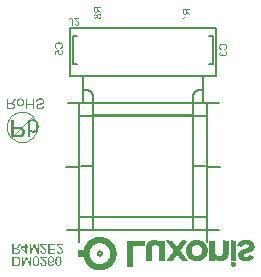
<source format=gbo>
G04*
G04 #@! TF.GenerationSoftware,Altium Limited,Altium Designer,23.8.1 (32)*
G04*
G04 Layer_Color=32896*
%FSLAX44Y44*%
%MOMM*%
G71*
G04*
G04 #@! TF.SameCoordinates,2B8CACFB-8808-4C00-8352-55F1F9CD23E6*
G04*
G04*
G04 #@! TF.FilePolarity,Positive*
G04*
G01*
G75*
%ADD10C,0.2500*%
%ADD11C,0.2000*%
%ADD88C,0.1080*%
G36*
X78839Y-62705D02*
X78901Y-62720D01*
X78940Y-62774D01*
X78956Y-72503D01*
Y-72519D01*
Y-79731D01*
X78940Y-79793D01*
X78886Y-79832D01*
X74254Y-79847D01*
X74192Y-79832D01*
X74153Y-79793D01*
X74138Y-79653D01*
X74153Y-79606D01*
X74145Y-62875D01*
X74153Y-62806D01*
X74169Y-62743D01*
X74200Y-62712D01*
X74262Y-62697D01*
X78715Y-62705D01*
X78761Y-62689D01*
X78839Y-62705D01*
D02*
G37*
G36*
X72467Y-62720D02*
X72490Y-62743D01*
X72506Y-73421D01*
X72490Y-74182D01*
X72475Y-74338D01*
X72451Y-74547D01*
X72436Y-74641D01*
X72420Y-74703D01*
X72389Y-74858D01*
X72350Y-75115D01*
X72335Y-75270D01*
X72226Y-75612D01*
X72210Y-75674D01*
X72179Y-75861D01*
X72109Y-76024D01*
X72078Y-76101D01*
X72039Y-76265D01*
X71993Y-76374D01*
X71977Y-76405D01*
X71954Y-76428D01*
X71915Y-76529D01*
X71900Y-76591D01*
X71838Y-76731D01*
X71783Y-76816D01*
X71729Y-76964D01*
X71666Y-77057D01*
X71620Y-77135D01*
X71573Y-77244D01*
X71558Y-77275D01*
X71511Y-77322D01*
X71464Y-77399D01*
X71433Y-77477D01*
X71402Y-77508D01*
X71387Y-77539D01*
X71356Y-77570D01*
X71278Y-77710D01*
X71200Y-77788D01*
X71154Y-77866D01*
X71107Y-77912D01*
X70998Y-78052D01*
X70983Y-78083D01*
X70874Y-78192D01*
X70858Y-78223D01*
X70742Y-78340D01*
X70664Y-78433D01*
X70633Y-78448D01*
X70462Y-78619D01*
X70431Y-78635D01*
X70353Y-78713D01*
X70213Y-78821D01*
X70182Y-78837D01*
X70143Y-78876D01*
X70058Y-78946D01*
X70027Y-78961D01*
X69949Y-79039D01*
X69809Y-79117D01*
X69747Y-79179D01*
X69638Y-79241D01*
X69561Y-79272D01*
X69475Y-79358D01*
X69374Y-79396D01*
X69289Y-79435D01*
X69203Y-79505D01*
X69032Y-79567D01*
X68955Y-79614D01*
X68846Y-79676D01*
X68721Y-79707D01*
X68527Y-79808D01*
X68442Y-79832D01*
X68317Y-79863D01*
X68123Y-79948D01*
X68061Y-79964D01*
X67960Y-79987D01*
X67851Y-80002D01*
X67579Y-80088D01*
X67517Y-80104D01*
X67439Y-80119D01*
X67315Y-80135D01*
X67175Y-80150D01*
X67051Y-80166D01*
X66973Y-80181D01*
X66880Y-80197D01*
X66802Y-80212D01*
X66639Y-80236D01*
X66592Y-80251D01*
X66033Y-80267D01*
X65986Y-80282D01*
X65885Y-80274D01*
X65232Y-80259D01*
X65046Y-80243D01*
X64921Y-80228D01*
X64828Y-80212D01*
X64750Y-80197D01*
X64657Y-80181D01*
X64401Y-80142D01*
X64245Y-80127D01*
X64137Y-80111D01*
X64074Y-80096D01*
X63849Y-80026D01*
X63748Y-80002D01*
X63686Y-79987D01*
X63577Y-79971D01*
X63515Y-79956D01*
X63383Y-79901D01*
X63305Y-79870D01*
X63220Y-79847D01*
X63095Y-79816D01*
X62862Y-79707D01*
X62753Y-79676D01*
X62691Y-79661D01*
X62613Y-79614D01*
X62582Y-79598D01*
X62559Y-79575D01*
X62458Y-79536D01*
X62396Y-79521D01*
X62318Y-79474D01*
X62233Y-79420D01*
X62085Y-79365D01*
X62038Y-79319D01*
X61898Y-79241D01*
X61821Y-79210D01*
X61743Y-79132D01*
X61603Y-79054D01*
X61572Y-79039D01*
X61564Y-79016D01*
X61526Y-78992D01*
X61386Y-78914D01*
X61331Y-78860D01*
X61246Y-78790D01*
X61215Y-78775D01*
X61145Y-78705D01*
X61059Y-78635D01*
X61028Y-78619D01*
X61005Y-78596D01*
X60989Y-78565D01*
X60950Y-78526D01*
X60919Y-78510D01*
X60880Y-78472D01*
X60865Y-78440D01*
X60811Y-78386D01*
X60717Y-78371D01*
X60679Y-78409D01*
X60663Y-79466D01*
X60679Y-79715D01*
X60663Y-79777D01*
X60593Y-79832D01*
X56257Y-79847D01*
X56148Y-79832D01*
X56109Y-79793D01*
X56094Y-72084D01*
Y-72068D01*
Y-62914D01*
X56109Y-62759D01*
X56148Y-62720D01*
X60795Y-62705D01*
X60857Y-62720D01*
X60896Y-62774D01*
X60912Y-72768D01*
X60927Y-73063D01*
X60943Y-73125D01*
X60958Y-73234D01*
X60974Y-73296D01*
X60989Y-73343D01*
X61005Y-73498D01*
X61020Y-73560D01*
X61036Y-73669D01*
X61145Y-73902D01*
X61176Y-74027D01*
X61207Y-74104D01*
X61223Y-74135D01*
X61269Y-74182D01*
X61285Y-74213D01*
X61316Y-74291D01*
X61355Y-74376D01*
X61424Y-74462D01*
X61487Y-74571D01*
X61502Y-74602D01*
X61526Y-74609D01*
X61596Y-74695D01*
X61611Y-74726D01*
X61720Y-74835D01*
X61735Y-74866D01*
X61930Y-75060D01*
X61961Y-75076D01*
X62031Y-75146D01*
X62116Y-75216D01*
X62147Y-75231D01*
X62225Y-75309D01*
X62365Y-75387D01*
X62396Y-75402D01*
X62466Y-75472D01*
X62567Y-75511D01*
X62676Y-75557D01*
X62707Y-75589D01*
X62792Y-75643D01*
X62854Y-75658D01*
X62955Y-75682D01*
X63072Y-75752D01*
X63150Y-75783D01*
X63212Y-75798D01*
X63344Y-75822D01*
X63406Y-75837D01*
X63631Y-75907D01*
X63779Y-75931D01*
X63826Y-75946D01*
X64618Y-75962D01*
X64820Y-75946D01*
X65030Y-75923D01*
X65108Y-75907D01*
X65170Y-75892D01*
X65248Y-75861D01*
X65372Y-75830D01*
X65465Y-75814D01*
X65543Y-75798D01*
X65644Y-75775D01*
X65761Y-75705D01*
X65862Y-75666D01*
X65924Y-75651D01*
X66002Y-75620D01*
X66033Y-75604D01*
X66087Y-75550D01*
X66188Y-75511D01*
X66266Y-75480D01*
X66328Y-75418D01*
X66468Y-75340D01*
X66522Y-75286D01*
X66608Y-75216D01*
X66639Y-75200D01*
X66678Y-75161D01*
X66716Y-75107D01*
X66748Y-75091D01*
X66833Y-75006D01*
X66849Y-74975D01*
X66887Y-74936D01*
X66919Y-74920D01*
X66942Y-74897D01*
X66988Y-74819D01*
X67082Y-74726D01*
X67144Y-74617D01*
X67159Y-74586D01*
X67190Y-74555D01*
X67206Y-74524D01*
X67245Y-74485D01*
X67276Y-74407D01*
X67315Y-74306D01*
X67346Y-74275D01*
X67385Y-74221D01*
X67424Y-74120D01*
X67439Y-74058D01*
X67517Y-73887D01*
X67556Y-73786D01*
X67571Y-73708D01*
X67595Y-73560D01*
X67610Y-73498D01*
X67657Y-73343D01*
X67672Y-73296D01*
X67688Y-73172D01*
X67703Y-73125D01*
X67719Y-62961D01*
X67734Y-62759D01*
X67758Y-62736D01*
X67812Y-62697D01*
X72187Y-62705D01*
X72389Y-62689D01*
X72467Y-62720D01*
D02*
G37*
G36*
X24443D02*
X24505Y-62782D01*
X24536Y-62798D01*
X24560Y-62821D01*
X24622Y-62930D01*
X24699Y-63007D01*
X24777Y-63116D01*
X24793Y-63147D01*
X24839Y-63194D01*
X24917Y-63303D01*
X24932Y-63334D01*
X25010Y-63412D01*
X25072Y-63520D01*
X25166Y-63614D01*
X25212Y-63691D01*
X25267Y-63746D01*
X25368Y-63893D01*
X25383Y-63924D01*
X25461Y-64002D01*
X25523Y-64111D01*
X25616Y-64204D01*
X25663Y-64282D01*
X25756Y-64375D01*
X25772Y-64406D01*
X25834Y-64500D01*
X25849Y-64531D01*
X25912Y-64593D01*
X25974Y-64702D01*
X26028Y-64756D01*
X26098Y-64841D01*
X26114Y-64873D01*
X26207Y-64966D01*
X26269Y-65075D01*
X26323Y-65129D01*
X26425Y-65277D01*
X26440Y-65308D01*
X26479Y-65347D01*
X26549Y-65432D01*
X26564Y-65463D01*
X26658Y-65556D01*
X26720Y-65665D01*
X26797Y-65743D01*
X26860Y-65852D01*
X26891Y-65883D01*
X26999Y-66023D01*
X27015Y-66054D01*
X27108Y-66147D01*
X27171Y-66256D01*
X27248Y-66333D01*
X27310Y-66442D01*
X27373Y-66505D01*
X27450Y-66613D01*
X27466Y-66644D01*
X27528Y-66707D01*
X27606Y-66815D01*
X27621Y-66846D01*
X27645Y-66870D01*
X27676Y-66885D01*
X27761Y-67017D01*
X27777Y-67048D01*
X27854Y-67126D01*
X27917Y-67235D01*
X27994Y-67313D01*
X28041Y-67390D01*
X28072Y-67421D01*
X28087Y-67453D01*
X28111Y-67460D01*
X28134Y-67484D01*
X28196Y-67592D01*
X28235Y-67631D01*
X28305Y-67717D01*
X28367Y-67825D01*
X28437Y-67895D01*
X28515Y-68020D01*
X28593Y-68066D01*
X28701Y-68020D01*
X28802Y-67872D01*
X28818Y-67841D01*
X28896Y-67763D01*
X28981Y-67631D01*
X29035Y-67592D01*
X29098Y-67484D01*
X29175Y-67406D01*
X29253Y-67266D01*
X29331Y-67188D01*
X29393Y-67080D01*
X29471Y-67002D01*
X29548Y-66893D01*
X29564Y-66862D01*
X29611Y-66815D01*
X29688Y-66707D01*
X29704Y-66675D01*
X29727Y-66652D01*
X29797Y-66567D01*
X29859Y-66458D01*
X29883Y-66434D01*
X29914Y-66419D01*
X29984Y-66318D01*
X29999Y-66287D01*
X30054Y-66233D01*
X30155Y-66085D01*
X30170Y-66054D01*
X30232Y-65992D01*
X30294Y-65883D01*
X30372Y-65805D01*
X30411Y-65751D01*
X30473Y-65657D01*
X30504Y-65642D01*
X30590Y-65510D01*
X30605Y-65479D01*
X30683Y-65401D01*
X30698Y-65370D01*
X30761Y-65277D01*
X30776Y-65246D01*
X30800Y-65238D01*
X30823Y-65215D01*
X30885Y-65106D01*
X30978Y-65012D01*
X31040Y-64904D01*
X31072Y-64873D01*
X31087Y-64841D01*
X31110Y-64834D01*
X31134Y-64795D01*
X31196Y-64686D01*
X31289Y-64593D01*
X31305Y-64562D01*
X31375Y-64461D01*
X31406Y-64445D01*
X31491Y-64313D01*
X31507Y-64282D01*
X31569Y-64220D01*
X31631Y-64111D01*
X31724Y-64018D01*
X31786Y-63909D01*
X31849Y-63847D01*
X31926Y-63738D01*
X31942Y-63707D01*
X31965Y-63684D01*
X32035Y-63598D01*
X32097Y-63489D01*
X32175Y-63412D01*
X32222Y-63334D01*
X32292Y-63264D01*
X32392Y-63116D01*
X32408Y-63085D01*
X32470Y-63023D01*
X32532Y-62914D01*
X32657Y-62790D01*
X32672Y-62759D01*
X32719Y-62712D01*
X32781Y-62697D01*
X37840Y-62705D01*
X37902Y-62720D01*
X37941Y-62759D01*
X37925Y-62821D01*
X37863Y-62914D01*
X37848Y-62945D01*
X37809Y-62984D01*
X37739Y-63070D01*
X37723Y-63101D01*
X37646Y-63179D01*
X37568Y-63318D01*
X37490Y-63396D01*
X37428Y-63505D01*
X37335Y-63598D01*
X37273Y-63707D01*
X37179Y-63800D01*
X37117Y-63909D01*
X37102Y-63940D01*
X37055Y-63987D01*
X36977Y-64096D01*
X36962Y-64127D01*
X36900Y-64189D01*
X36822Y-64297D01*
X36806Y-64329D01*
X36760Y-64375D01*
X36682Y-64484D01*
X36667Y-64515D01*
X36589Y-64593D01*
X36573Y-64624D01*
X36511Y-64717D01*
X36495Y-64748D01*
X36472Y-64756D01*
X36449Y-64779D01*
X36387Y-64888D01*
X36293Y-64981D01*
X36216Y-65121D01*
X36138Y-65199D01*
X36076Y-65308D01*
X36014Y-65370D01*
X35936Y-65479D01*
X35921Y-65510D01*
X35843Y-65588D01*
X35781Y-65696D01*
X35726Y-65751D01*
X35625Y-65898D01*
X35610Y-65929D01*
X35571Y-65968D01*
X35501Y-66054D01*
X35485Y-66085D01*
X35431Y-66139D01*
X35330Y-66287D01*
X35314Y-66318D01*
X35252Y-66380D01*
X35190Y-66489D01*
X35097Y-66582D01*
X35035Y-66691D01*
X34941Y-66784D01*
X34879Y-66893D01*
X34864Y-66924D01*
X34817Y-66971D01*
X34739Y-67080D01*
X34724Y-67111D01*
X34646Y-67188D01*
X34599Y-67266D01*
X34568Y-67297D01*
X34553Y-67328D01*
X34530Y-67336D01*
X34444Y-67468D01*
X34429Y-67499D01*
X34366Y-67561D01*
X34351Y-67592D01*
X34273Y-67701D01*
X34258Y-67732D01*
X34234Y-67740D01*
X34211Y-67763D01*
X34149Y-67872D01*
X34056Y-67965D01*
X33978Y-68105D01*
X33900Y-68183D01*
X33838Y-68292D01*
X33776Y-68354D01*
X33698Y-68463D01*
X33682Y-68494D01*
X33605Y-68572D01*
X33543Y-68680D01*
X33488Y-68735D01*
X33387Y-68882D01*
X33372Y-68913D01*
X33348Y-68937D01*
X33317Y-68952D01*
X33263Y-69038D01*
X33247Y-69069D01*
X33193Y-69123D01*
X33092Y-69271D01*
X33076Y-69302D01*
X33014Y-69364D01*
X32952Y-69473D01*
X32859Y-69566D01*
X32797Y-69675D01*
X32719Y-69753D01*
X32657Y-69861D01*
X32626Y-69893D01*
X32610Y-69924D01*
X32579Y-69955D01*
X32501Y-70064D01*
X32486Y-70095D01*
X32408Y-70172D01*
X32362Y-70250D01*
X32307Y-70304D01*
X32206Y-70452D01*
X32190Y-70483D01*
X32128Y-70545D01*
X32066Y-70654D01*
X32035Y-70685D01*
X32020Y-70716D01*
X31996Y-70724D01*
X31973Y-70747D01*
X31911Y-70856D01*
X31818Y-70949D01*
X31740Y-71089D01*
X31685Y-71144D01*
X31615Y-71229D01*
X31600Y-71369D01*
X31631Y-71447D01*
X31646Y-71478D01*
X31740Y-71571D01*
X31802Y-71680D01*
X31818Y-71711D01*
X31880Y-71773D01*
X31942Y-71882D01*
X31988Y-71929D01*
X32097Y-72068D01*
X32113Y-72099D01*
X32152Y-72138D01*
X32253Y-72286D01*
X32268Y-72317D01*
X32315Y-72364D01*
X32392Y-72473D01*
X32408Y-72503D01*
X32431Y-72527D01*
X32462Y-72542D01*
X32517Y-72643D01*
X32548Y-72674D01*
X32564Y-72706D01*
X32602Y-72744D01*
X32703Y-72892D01*
X32719Y-72923D01*
X32742Y-72947D01*
X32812Y-73032D01*
X32828Y-73063D01*
X32921Y-73156D01*
X32983Y-73265D01*
X32999Y-73296D01*
X33076Y-73374D01*
X33092Y-73405D01*
X33154Y-73498D01*
X33263Y-73638D01*
X33278Y-73669D01*
X33372Y-73762D01*
X33434Y-73871D01*
X33449Y-73902D01*
X33512Y-73965D01*
X33574Y-74073D01*
X33636Y-74135D01*
X33714Y-74244D01*
X33729Y-74275D01*
X33807Y-74353D01*
X33869Y-74462D01*
X33900Y-74493D01*
X33916Y-74524D01*
X33962Y-74571D01*
X34024Y-74679D01*
X34087Y-74742D01*
X34164Y-74850D01*
X34180Y-74881D01*
X34211Y-74913D01*
X34219Y-74920D01*
X34273Y-74975D01*
X34335Y-75083D01*
X34351Y-75115D01*
X34413Y-75177D01*
X34475Y-75286D01*
X34537Y-75348D01*
X34615Y-75457D01*
X34630Y-75488D01*
X34724Y-75581D01*
X34786Y-75690D01*
X34801Y-75721D01*
X34864Y-75783D01*
X34926Y-75892D01*
X34988Y-75954D01*
X35066Y-76063D01*
X35081Y-76094D01*
X35136Y-76148D01*
X35237Y-76296D01*
X35252Y-76327D01*
X35314Y-76389D01*
X35377Y-76498D01*
X35439Y-76560D01*
X35516Y-76669D01*
X35532Y-76700D01*
X35610Y-76778D01*
X35625Y-76809D01*
X35687Y-76902D01*
X35703Y-76933D01*
X35734Y-76964D01*
X35812Y-77073D01*
X35827Y-77104D01*
X35889Y-77166D01*
X35967Y-77275D01*
X35983Y-77306D01*
X36060Y-77384D01*
X36123Y-77492D01*
X36138Y-77523D01*
X36185Y-77570D01*
X36262Y-77679D01*
X36278Y-77710D01*
X36340Y-77772D01*
X36418Y-77881D01*
X36433Y-77912D01*
X36511Y-77990D01*
X36573Y-78099D01*
X36589Y-78130D01*
X36635Y-78176D01*
X36713Y-78285D01*
X36729Y-78316D01*
X36752Y-78340D01*
X36783Y-78355D01*
X36869Y-78487D01*
X36884Y-78518D01*
X36962Y-78596D01*
X37024Y-78705D01*
X37039Y-78736D01*
X37063Y-78759D01*
X37094Y-78775D01*
X37187Y-78930D01*
X37218Y-78946D01*
X37319Y-79093D01*
X37335Y-79124D01*
X37389Y-79179D01*
X37498Y-79350D01*
X37529Y-79365D01*
X37615Y-79497D01*
X37630Y-79528D01*
X37739Y-79637D01*
X37754Y-79668D01*
X37801Y-79715D01*
X37817Y-79793D01*
X37778Y-79832D01*
X32913Y-79847D01*
X32804Y-79832D01*
X32742Y-79816D01*
X32703Y-79777D01*
X32641Y-79668D01*
X32626Y-79637D01*
X32564Y-79575D01*
X32501Y-79466D01*
X32408Y-79373D01*
X32346Y-79264D01*
X32253Y-79171D01*
X32190Y-79062D01*
X32175Y-79031D01*
X32113Y-78969D01*
X32051Y-78860D01*
X31957Y-78767D01*
X31895Y-78658D01*
X31818Y-78580D01*
X31755Y-78472D01*
X31709Y-78425D01*
X31693Y-78394D01*
X31662Y-78363D01*
X31600Y-78254D01*
X31553Y-78207D01*
X31444Y-78067D01*
X31429Y-78036D01*
X31351Y-77959D01*
X31289Y-77850D01*
X31274Y-77819D01*
X31250Y-77811D01*
X31149Y-77663D01*
X31134Y-77632D01*
X31110Y-77609D01*
X31079Y-77593D01*
X30994Y-77461D01*
X30978Y-77430D01*
X30916Y-77368D01*
X30854Y-77259D01*
X30776Y-77182D01*
X30714Y-77073D01*
X30683Y-77042D01*
X30667Y-77011D01*
X30644Y-77003D01*
X30574Y-76902D01*
X30559Y-76871D01*
X30535Y-76848D01*
X30465Y-76762D01*
X30403Y-76653D01*
X30326Y-76575D01*
X30263Y-76467D01*
X30201Y-76405D01*
X30123Y-76296D01*
X30108Y-76265D01*
X30069Y-76226D01*
X29968Y-76078D01*
X29952Y-76047D01*
X29875Y-75969D01*
X29813Y-75861D01*
X29735Y-75783D01*
X29673Y-75674D01*
X29618Y-75620D01*
X29517Y-75472D01*
X29502Y-75441D01*
X29424Y-75363D01*
X29362Y-75255D01*
X29300Y-75192D01*
X29222Y-75083D01*
X29207Y-75052D01*
X29183Y-75029D01*
X29113Y-74944D01*
X29098Y-74913D01*
X29067Y-74835D01*
X29012Y-74796D01*
X28950Y-74812D01*
X28888Y-74874D01*
X28818Y-74959D01*
X28771Y-75037D01*
X28694Y-75115D01*
X28631Y-75223D01*
X28600Y-75255D01*
X28585Y-75286D01*
X28554Y-75317D01*
X28476Y-75425D01*
X28460Y-75457D01*
X28383Y-75534D01*
X28336Y-75612D01*
X28243Y-75705D01*
X28165Y-75845D01*
X28087Y-75923D01*
X28025Y-76031D01*
X27932Y-76125D01*
X27870Y-76234D01*
X27777Y-76327D01*
X27715Y-76436D01*
X27699Y-76467D01*
X27637Y-76529D01*
X27575Y-76638D01*
X27497Y-76715D01*
X27419Y-76824D01*
X27404Y-76855D01*
X27341Y-76917D01*
X27279Y-77026D01*
X27209Y-77096D01*
X27101Y-77267D01*
X27069Y-77283D01*
X27046Y-77306D01*
X26984Y-77415D01*
X26891Y-77508D01*
X26829Y-77617D01*
X26813Y-77648D01*
X26766Y-77695D01*
X26689Y-77803D01*
X26673Y-77834D01*
X26611Y-77896D01*
X26533Y-78005D01*
X26518Y-78036D01*
X26440Y-78114D01*
X26378Y-78223D01*
X26355Y-78246D01*
X26285Y-78332D01*
X26223Y-78440D01*
X26184Y-78479D01*
X26153Y-78495D01*
X26098Y-78596D01*
X26005Y-78689D01*
X25927Y-78829D01*
X25849Y-78907D01*
X25787Y-79016D01*
X25694Y-79109D01*
X25632Y-79218D01*
X25554Y-79295D01*
X25492Y-79404D01*
X25461Y-79435D01*
X25445Y-79466D01*
X25399Y-79513D01*
X25337Y-79622D01*
X25243Y-79715D01*
X25197Y-79793D01*
X25142Y-79832D01*
X19967Y-79847D01*
X19881Y-79824D01*
X19866Y-79731D01*
X19990Y-79606D01*
X20006Y-79575D01*
X20083Y-79497D01*
X20161Y-79358D01*
X20239Y-79280D01*
X20301Y-79171D01*
X20363Y-79109D01*
X20441Y-79000D01*
X20457Y-78969D01*
X20534Y-78891D01*
X20596Y-78782D01*
X20651Y-78728D01*
X20752Y-78580D01*
X20767Y-78549D01*
X20806Y-78510D01*
X20876Y-78425D01*
X20892Y-78394D01*
X20985Y-78301D01*
X21047Y-78192D01*
X21063Y-78161D01*
X21109Y-78114D01*
X21187Y-78005D01*
X21202Y-77974D01*
X21280Y-77896D01*
X21342Y-77788D01*
X21436Y-77695D01*
X21498Y-77586D01*
X21576Y-77508D01*
X21653Y-77368D01*
X21731Y-77290D01*
X21778Y-77213D01*
X21848Y-77143D01*
X21948Y-76995D01*
X21964Y-76964D01*
X22026Y-76902D01*
X22088Y-76793D01*
X22182Y-76700D01*
X22244Y-76591D01*
X22306Y-76529D01*
X22384Y-76420D01*
X22399Y-76389D01*
X22477Y-76311D01*
X22539Y-76203D01*
X22555Y-76171D01*
X22632Y-76094D01*
X22679Y-76016D01*
X22710Y-75985D01*
X22726Y-75954D01*
X22749Y-75946D01*
X22772Y-75923D01*
X22788Y-75892D01*
X22850Y-75798D01*
X22865Y-75767D01*
X22928Y-75705D01*
X22990Y-75596D01*
X23052Y-75534D01*
X23130Y-75425D01*
X23145Y-75394D01*
X23223Y-75317D01*
X23285Y-75208D01*
X23340Y-75153D01*
X23440Y-75006D01*
X23456Y-74975D01*
X23518Y-74913D01*
X23565Y-74835D01*
X23596Y-74804D01*
X23612Y-74773D01*
X23635Y-74765D01*
X23736Y-74617D01*
X23751Y-74586D01*
X23814Y-74524D01*
X23876Y-74415D01*
X23969Y-74322D01*
X24031Y-74213D01*
X24093Y-74151D01*
X24171Y-74042D01*
X24186Y-74011D01*
X24264Y-73933D01*
X24280Y-73902D01*
X24342Y-73809D01*
X24357Y-73778D01*
X24420Y-73716D01*
X24505Y-73584D01*
X24536Y-73568D01*
X24637Y-73421D01*
X24653Y-73389D01*
X24715Y-73327D01*
X24777Y-73218D01*
X24839Y-73156D01*
X24917Y-73048D01*
X24932Y-73016D01*
X25010Y-72939D01*
X25072Y-72830D01*
X25166Y-72737D01*
X25228Y-72628D01*
X25243Y-72597D01*
X25274Y-72566D01*
X25383Y-72426D01*
X25399Y-72395D01*
X25445Y-72364D01*
X25508Y-72255D01*
X25562Y-72200D01*
X25663Y-72053D01*
X25679Y-72022D01*
X25756Y-71944D01*
X25818Y-71835D01*
X25927Y-71726D01*
X25989Y-71618D01*
X26005Y-71556D01*
X25943Y-71416D01*
X25927Y-71385D01*
X25865Y-71322D01*
X25787Y-71214D01*
X25772Y-71182D01*
X25710Y-71120D01*
X25655Y-71035D01*
X25593Y-70942D01*
X25562Y-70926D01*
X25492Y-70809D01*
X25399Y-70716D01*
X25337Y-70608D01*
X25282Y-70553D01*
X25181Y-70405D01*
X25166Y-70374D01*
X25088Y-70297D01*
X25026Y-70188D01*
X24948Y-70110D01*
X24901Y-70032D01*
X24808Y-69939D01*
X24731Y-69799D01*
X24653Y-69722D01*
X24591Y-69613D01*
X24544Y-69566D01*
X24435Y-69426D01*
X24420Y-69395D01*
X24357Y-69333D01*
X24295Y-69224D01*
X24264Y-69193D01*
X24155Y-69053D01*
X24140Y-69022D01*
X24109Y-68991D01*
X24000Y-68851D01*
X23984Y-68820D01*
X23907Y-68742D01*
X23845Y-68634D01*
X23790Y-68579D01*
X23689Y-68432D01*
X23674Y-68401D01*
X23596Y-68323D01*
X23549Y-68245D01*
X23487Y-68183D01*
X23409Y-68074D01*
X23394Y-68043D01*
X23355Y-68004D01*
X23254Y-67857D01*
X23238Y-67825D01*
X23161Y-67748D01*
X23075Y-67616D01*
X23044Y-67600D01*
X23021Y-67577D01*
X22943Y-67437D01*
X22865Y-67359D01*
X22803Y-67250D01*
X22710Y-67157D01*
X22648Y-67048D01*
X22586Y-66986D01*
X22508Y-66877D01*
X22492Y-66846D01*
X22438Y-66792D01*
X22337Y-66644D01*
X22322Y-66613D01*
X22259Y-66551D01*
X22213Y-66473D01*
X22119Y-66380D01*
X22057Y-66271D01*
X22003Y-66217D01*
X21902Y-66069D01*
X21886Y-66038D01*
X21809Y-65960D01*
X21746Y-65852D01*
X21723Y-65828D01*
X21692Y-65813D01*
X21622Y-65712D01*
X21607Y-65681D01*
X21583Y-65657D01*
X21513Y-65572D01*
X21451Y-65463D01*
X21389Y-65401D01*
X21311Y-65292D01*
X21296Y-65261D01*
X21234Y-65199D01*
X21156Y-65090D01*
X21140Y-65059D01*
X21094Y-65012D01*
X21016Y-64904D01*
X21000Y-64873D01*
X20923Y-64795D01*
X20861Y-64686D01*
X20798Y-64624D01*
X20721Y-64515D01*
X20705Y-64484D01*
X20627Y-64406D01*
X20565Y-64297D01*
X20534Y-64266D01*
X20519Y-64235D01*
X20495Y-64228D01*
X20472Y-64189D01*
X20387Y-64057D01*
X20332Y-64018D01*
X20270Y-63909D01*
X20177Y-63816D01*
X20099Y-63676D01*
X20021Y-63598D01*
X19959Y-63489D01*
X19905Y-63435D01*
X19835Y-63349D01*
X19819Y-63318D01*
X19741Y-63241D01*
X19664Y-63101D01*
X19586Y-63023D01*
X19524Y-62914D01*
X19415Y-62806D01*
X19423Y-62720D01*
X19477Y-62697D01*
X24210Y-62705D01*
X24319Y-62689D01*
X24443Y-62720D01*
D02*
G37*
G36*
X-35805Y-59588D02*
X-35377Y-59627D01*
X-35315Y-59643D01*
X-35105Y-59666D01*
X-35012Y-59682D01*
X-34888Y-59697D01*
X-34616Y-59721D01*
X-34367Y-59736D01*
X-34181Y-59783D01*
X-34095Y-59806D01*
X-34033Y-59822D01*
X-33862Y-59853D01*
X-33582Y-59884D01*
X-33458Y-59915D01*
X-33357Y-59954D01*
X-33279Y-59985D01*
X-33131Y-60008D01*
X-33007Y-60024D01*
X-32929Y-60039D01*
X-32867Y-60055D01*
X-32696Y-60132D01*
X-32634Y-60148D01*
X-32486Y-60171D01*
X-32362Y-60202D01*
X-32160Y-60296D01*
X-32098Y-60311D01*
X-31989Y-60327D01*
X-31795Y-60412D01*
X-31717Y-60443D01*
X-31616Y-60466D01*
X-31554Y-60482D01*
X-31445Y-60529D01*
X-31391Y-60567D01*
X-31313Y-60599D01*
X-31196Y-60622D01*
X-31057Y-60684D01*
X-31002Y-60723D01*
X-30924Y-60754D01*
X-30824Y-60777D01*
X-30746Y-60808D01*
X-30715Y-60840D01*
X-30606Y-60902D01*
X-30544Y-60917D01*
X-30435Y-60948D01*
X-30404Y-60979D01*
X-30318Y-61034D01*
X-30217Y-61073D01*
X-30155Y-61088D01*
X-30124Y-61119D01*
X-30093Y-61135D01*
X-30054Y-61174D01*
X-29860Y-61244D01*
X-29829Y-61275D01*
X-29798Y-61290D01*
X-29767Y-61321D01*
X-29736Y-61337D01*
X-29580Y-61399D01*
X-29534Y-61446D01*
X-29394Y-61523D01*
X-29332Y-61539D01*
X-29308Y-61562D01*
X-29223Y-61632D01*
X-29192Y-61648D01*
X-29083Y-61694D01*
X-29036Y-61741D01*
X-28865Y-61834D01*
X-28803Y-61896D01*
X-28632Y-61990D01*
X-28601Y-62005D01*
X-28554Y-62052D01*
X-28446Y-62114D01*
X-28414Y-62145D01*
X-28383Y-62161D01*
X-28376Y-62184D01*
X-28352Y-62207D01*
X-28244Y-62269D01*
X-28212Y-62285D01*
X-28135Y-62363D01*
X-28026Y-62425D01*
X-27995Y-62440D01*
X-27917Y-62518D01*
X-27840Y-62565D01*
X-27746Y-62658D01*
X-27668Y-62705D01*
X-27599Y-62774D01*
X-27513Y-62844D01*
X-27482Y-62860D01*
X-27389Y-62953D01*
X-27358Y-62969D01*
X-27327Y-63000D01*
X-27295Y-63015D01*
X-27202Y-63109D01*
X-27171Y-63124D01*
X-27140Y-63155D01*
X-27109Y-63171D01*
X-26985Y-63295D01*
X-26954Y-63311D01*
X-26899Y-63365D01*
X-26884Y-63396D01*
X-26860Y-63419D01*
X-26829Y-63435D01*
X-26658Y-63606D01*
X-26627Y-63622D01*
X-26604Y-63645D01*
X-26588Y-63676D01*
X-26534Y-63730D01*
X-26503Y-63746D01*
X-26464Y-63785D01*
X-26449Y-63816D01*
X-26293Y-63971D01*
X-26277Y-64002D01*
X-26254Y-64026D01*
X-26223Y-64041D01*
X-26169Y-64096D01*
X-26153Y-64127D01*
X-25998Y-64282D01*
X-25982Y-64313D01*
X-25889Y-64406D01*
X-25873Y-64437D01*
X-25842Y-64468D01*
X-25827Y-64500D01*
X-25757Y-64570D01*
X-25687Y-64655D01*
X-25671Y-64686D01*
X-25578Y-64779D01*
X-25531Y-64857D01*
X-25438Y-64950D01*
X-25392Y-65028D01*
X-25298Y-65121D01*
X-25236Y-65230D01*
X-25205Y-65261D01*
X-25190Y-65292D01*
X-25127Y-65354D01*
X-25065Y-65463D01*
X-25050Y-65494D01*
X-25026Y-65502D01*
X-24925Y-65650D01*
X-24910Y-65681D01*
X-24848Y-65743D01*
X-24778Y-65875D01*
X-24770Y-65883D01*
Y-65898D01*
X-24708Y-65960D01*
X-24615Y-66132D01*
X-24568Y-66178D01*
X-24475Y-66349D01*
X-24459Y-66380D01*
X-24413Y-66427D01*
X-24350Y-66536D01*
X-24319Y-66613D01*
X-24304Y-66644D01*
X-24257Y-66691D01*
X-24211Y-66769D01*
X-24164Y-66877D01*
X-24148Y-66909D01*
X-24117Y-66940D01*
X-24078Y-66994D01*
X-24040Y-67095D01*
X-24008Y-67173D01*
X-23977Y-67204D01*
X-23962Y-67235D01*
X-23939Y-67258D01*
X-23907Y-67336D01*
X-23884Y-67421D01*
X-23822Y-67515D01*
X-23783Y-67569D01*
X-23744Y-67670D01*
X-23713Y-67779D01*
X-23682Y-67810D01*
X-23667Y-67841D01*
X-23643Y-67864D01*
X-23612Y-67942D01*
X-23589Y-68043D01*
X-23550Y-68129D01*
X-23480Y-68214D01*
X-23433Y-68401D01*
X-23410Y-68471D01*
X-23332Y-68595D01*
X-23293Y-68758D01*
X-23247Y-68867D01*
X-23231Y-68898D01*
X-23208Y-68921D01*
X-23177Y-68999D01*
X-23161Y-69077D01*
X-23146Y-69170D01*
X-23123Y-69271D01*
X-23053Y-69387D01*
X-23022Y-69465D01*
X-22998Y-69613D01*
X-22967Y-69737D01*
X-22928Y-69823D01*
X-22882Y-69947D01*
X-22858Y-70048D01*
X-22827Y-70234D01*
X-22788Y-70367D01*
X-22734Y-70514D01*
X-22719Y-70576D01*
X-22703Y-70685D01*
X-22687Y-70841D01*
X-22656Y-70965D01*
X-22617Y-71097D01*
X-22586Y-71221D01*
X-22571Y-71315D01*
X-22548Y-71602D01*
X-22532Y-71664D01*
X-22509Y-71874D01*
X-22478Y-72030D01*
X-22462Y-72092D01*
X-22431Y-72294D01*
X-22415Y-72496D01*
X-22392Y-73187D01*
X-22377Y-73716D01*
X-22392Y-74244D01*
X-22408Y-74866D01*
X-22423Y-75208D01*
X-22446Y-75418D01*
X-22462Y-75495D01*
X-22478Y-75557D01*
X-22493Y-75635D01*
X-22524Y-75822D01*
X-22548Y-76016D01*
X-22579Y-76327D01*
X-22625Y-76513D01*
X-22648Y-76599D01*
X-22680Y-76723D01*
X-22703Y-76902D01*
X-22719Y-76964D01*
X-22734Y-77073D01*
X-22757Y-77158D01*
X-22819Y-77329D01*
X-22858Y-77508D01*
X-22874Y-77617D01*
X-22889Y-77679D01*
X-22952Y-77819D01*
X-22983Y-77896D01*
X-23014Y-78099D01*
X-23029Y-78161D01*
X-23084Y-78262D01*
X-23130Y-78355D01*
X-23146Y-78433D01*
X-23169Y-78565D01*
X-23216Y-78674D01*
X-23278Y-78782D01*
X-23325Y-78969D01*
X-23426Y-79163D01*
X-23449Y-79249D01*
X-23480Y-79373D01*
X-23558Y-79482D01*
X-23581Y-79536D01*
X-23604Y-79622D01*
X-23667Y-79762D01*
X-23744Y-79901D01*
X-23760Y-79964D01*
X-23806Y-80072D01*
X-23861Y-80127D01*
X-23915Y-80274D01*
X-23946Y-80352D01*
X-23977Y-80383D01*
X-24016Y-80438D01*
X-24071Y-80585D01*
X-24133Y-80679D01*
X-24195Y-80787D01*
X-24226Y-80865D01*
X-24257Y-80896D01*
X-24273Y-80927D01*
X-24327Y-80997D01*
X-24374Y-81122D01*
X-24444Y-81207D01*
X-24521Y-81347D01*
X-24537Y-81378D01*
X-24583Y-81425D01*
X-24599Y-81456D01*
X-24622Y-81479D01*
X-24661Y-81580D01*
X-24700Y-81619D01*
X-24770Y-81704D01*
X-24785Y-81735D01*
X-24817Y-81813D01*
X-24894Y-81891D01*
X-24972Y-82031D01*
X-25050Y-82108D01*
X-25127Y-82248D01*
X-25174Y-82295D01*
X-25252Y-82404D01*
X-25267Y-82435D01*
X-25322Y-82489D01*
X-25392Y-82575D01*
X-25407Y-82606D01*
X-25462Y-82660D01*
X-25531Y-82746D01*
X-25547Y-82777D01*
X-25640Y-82870D01*
X-25656Y-82901D01*
X-25687Y-82932D01*
X-25703Y-82963D01*
X-25796Y-83056D01*
X-25811Y-83088D01*
X-25842Y-83119D01*
X-25858Y-83150D01*
X-25928Y-83220D01*
X-25998Y-83305D01*
X-26013Y-83336D01*
X-26052Y-83375D01*
X-26083Y-83391D01*
X-26107Y-83414D01*
X-26122Y-83445D01*
X-26277Y-83600D01*
X-26293Y-83631D01*
X-26332Y-83670D01*
X-26363Y-83686D01*
X-26417Y-83740D01*
X-26433Y-83771D01*
X-26503Y-83841D01*
X-26534Y-83857D01*
X-26557Y-83880D01*
X-26573Y-83911D01*
X-26643Y-83981D01*
X-26674Y-83997D01*
X-26728Y-84051D01*
X-26744Y-84082D01*
X-26783Y-84121D01*
X-26814Y-84137D01*
X-26954Y-84276D01*
X-26985Y-84292D01*
X-27109Y-84416D01*
X-27140Y-84432D01*
X-27210Y-84502D01*
X-27295Y-84572D01*
X-27327Y-84587D01*
X-27397Y-84657D01*
X-27482Y-84727D01*
X-27513Y-84743D01*
X-27606Y-84836D01*
X-27661Y-84875D01*
X-27754Y-84937D01*
X-27770Y-84968D01*
X-27793Y-84991D01*
X-27902Y-85054D01*
X-27995Y-85147D01*
X-28135Y-85225D01*
X-28197Y-85287D01*
X-28306Y-85349D01*
X-28399Y-85442D01*
X-28508Y-85504D01*
X-28539Y-85520D01*
X-28586Y-85566D01*
X-28756Y-85660D01*
X-28819Y-85722D01*
X-28990Y-85815D01*
X-29021Y-85831D01*
X-29067Y-85877D01*
X-29122Y-85916D01*
X-29223Y-85955D01*
X-29254Y-85986D01*
X-29285Y-86002D01*
X-29332Y-86048D01*
X-29487Y-86110D01*
X-29518Y-86126D01*
X-29588Y-86196D01*
X-29689Y-86235D01*
X-29767Y-86266D01*
X-29813Y-86312D01*
X-29922Y-86375D01*
X-29984Y-86390D01*
X-30062Y-86421D01*
X-30109Y-86468D01*
X-30140Y-86483D01*
X-30163Y-86507D01*
X-30248Y-86530D01*
X-30350Y-86569D01*
X-30435Y-86639D01*
X-30489Y-86662D01*
X-30590Y-86685D01*
X-30699Y-86732D01*
X-30730Y-86763D01*
X-30785Y-86802D01*
X-30886Y-86825D01*
X-31026Y-86887D01*
X-31057Y-86903D01*
X-31080Y-86926D01*
X-31158Y-86957D01*
X-31274Y-86981D01*
X-31414Y-87043D01*
X-31445Y-87058D01*
X-31469Y-87082D01*
X-31546Y-87113D01*
X-31678Y-87136D01*
X-31935Y-87253D01*
X-32051Y-87276D01*
X-32113Y-87291D01*
X-32222Y-87323D01*
X-32354Y-87393D01*
X-32471Y-87416D01*
X-32533Y-87431D01*
X-32642Y-87447D01*
X-32704Y-87463D01*
X-32906Y-87556D01*
X-33061Y-87571D01*
X-33124Y-87587D01*
X-33233Y-87602D01*
X-33411Y-87657D01*
X-33489Y-87688D01*
X-33714Y-87727D01*
X-33870Y-87742D01*
X-33979Y-87758D01*
X-34087Y-87789D01*
X-34149Y-87804D01*
X-34235Y-87828D01*
X-34297Y-87843D01*
X-34390Y-87859D01*
X-34756Y-87882D01*
X-34864Y-87898D01*
X-35183Y-87936D01*
X-35276Y-87952D01*
X-35517Y-87975D01*
X-35564Y-87991D01*
X-36185Y-88006D01*
X-36232Y-88022D01*
X-36970Y-88014D01*
X-37374Y-87999D01*
X-37576Y-87983D01*
X-37747Y-87968D01*
X-37872Y-87952D01*
X-37949Y-87936D01*
X-38151Y-87905D01*
X-38307Y-87890D01*
X-38688Y-87867D01*
X-38750Y-87851D01*
X-38859Y-87836D01*
X-38921Y-87820D01*
X-39006Y-87797D01*
X-39068Y-87781D01*
X-39169Y-87758D01*
X-39216Y-87742D01*
X-39434Y-87727D01*
X-39496Y-87711D01*
X-39605Y-87696D01*
X-39783Y-87641D01*
X-39861Y-87610D01*
X-39962Y-87587D01*
X-40180Y-87556D01*
X-40242Y-87540D01*
X-40374Y-87486D01*
X-40452Y-87455D01*
X-40514Y-87439D01*
X-40677Y-87416D01*
X-40739Y-87400D01*
X-40918Y-87315D01*
X-40980Y-87299D01*
X-41097Y-87276D01*
X-41205Y-87245D01*
X-41369Y-87159D01*
X-41431Y-87144D01*
X-41563Y-87121D01*
X-41641Y-87090D01*
X-41734Y-87027D01*
X-41788Y-87004D01*
X-41951Y-86965D01*
X-42060Y-86918D01*
X-42099Y-86880D01*
X-42247Y-86825D01*
X-42309Y-86810D01*
X-42394Y-86771D01*
X-42519Y-86693D01*
X-42620Y-86670D01*
X-42697Y-86639D01*
X-42721Y-86615D01*
X-42845Y-86538D01*
X-42946Y-86514D01*
X-43039Y-86452D01*
X-43094Y-86413D01*
X-43195Y-86375D01*
X-43280Y-86336D01*
X-43366Y-86266D01*
X-43537Y-86204D01*
X-43560Y-86180D01*
X-43645Y-86110D01*
X-43801Y-86048D01*
X-43847Y-86002D01*
X-44019Y-85908D01*
X-44050Y-85893D01*
X-44096Y-85846D01*
X-44267Y-85753D01*
X-44298Y-85737D01*
X-44306Y-85714D01*
X-44329Y-85691D01*
X-44469Y-85613D01*
X-44500Y-85597D01*
X-44547Y-85551D01*
X-44718Y-85458D01*
X-44757Y-85419D01*
X-44772Y-85388D01*
X-44904Y-85318D01*
X-44982Y-85240D01*
X-45122Y-85162D01*
X-45176Y-85108D01*
X-45262Y-85038D01*
X-45293Y-85022D01*
X-45347Y-84968D01*
X-45433Y-84898D01*
X-45464Y-84883D01*
X-45557Y-84789D01*
X-45635Y-84743D01*
X-45744Y-84634D01*
X-45775Y-84618D01*
X-45806Y-84587D01*
X-45837Y-84572D01*
X-45930Y-84479D01*
X-45961Y-84463D01*
X-45992Y-84432D01*
X-46023Y-84416D01*
X-46148Y-84292D01*
X-46179Y-84276D01*
X-46218Y-84238D01*
X-46233Y-84206D01*
X-46272Y-84168D01*
X-46303Y-84152D01*
X-46459Y-83997D01*
X-46490Y-83981D01*
X-46513Y-83958D01*
X-46528Y-83927D01*
X-46560Y-83896D01*
X-46653Y-83818D01*
X-46668Y-83787D01*
X-46769Y-83686D01*
X-46800Y-83670D01*
X-46808Y-83647D01*
X-46839Y-83616D01*
X-46855Y-83585D01*
X-46878Y-83561D01*
X-46909Y-83546D01*
X-46964Y-83492D01*
X-46979Y-83461D01*
X-47104Y-83336D01*
X-47119Y-83305D01*
X-47204Y-83220D01*
X-47274Y-83134D01*
X-47290Y-83103D01*
X-47360Y-83033D01*
X-47430Y-82948D01*
X-47445Y-82916D01*
X-47539Y-82823D01*
X-47585Y-82746D01*
X-47694Y-82637D01*
X-47779Y-82505D01*
X-47834Y-82466D01*
X-47896Y-82357D01*
X-47912Y-82326D01*
X-47982Y-82256D01*
X-48090Y-82085D01*
X-48122Y-82070D01*
X-48145Y-82031D01*
X-48207Y-81922D01*
X-48254Y-81875D01*
X-48269Y-81844D01*
X-48308Y-81805D01*
X-48347Y-81704D01*
X-48386Y-81665D01*
X-48463Y-81572D01*
X-48502Y-81471D01*
X-48549Y-81425D01*
X-48564Y-81393D01*
X-48595Y-81362D01*
X-48611Y-81331D01*
X-48658Y-81222D01*
X-48743Y-81137D01*
X-48782Y-81036D01*
X-48813Y-80958D01*
X-48860Y-80912D01*
X-48899Y-80857D01*
X-48937Y-80756D01*
X-49062Y-80570D01*
X-49077Y-80508D01*
X-49124Y-80399D01*
X-49155Y-80368D01*
X-49194Y-80313D01*
X-49248Y-80166D01*
X-49287Y-80096D01*
X-49365Y-79971D01*
X-49388Y-79855D01*
X-49450Y-79762D01*
X-49505Y-79676D01*
X-49528Y-79591D01*
X-49590Y-79451D01*
X-49645Y-79365D01*
X-49683Y-79202D01*
X-49800Y-78977D01*
X-49839Y-78798D01*
X-49940Y-78604D01*
X-49955Y-78541D01*
X-49994Y-78363D01*
X-50056Y-78223D01*
X-50080Y-78200D01*
X-50103Y-78114D01*
X-50119Y-78052D01*
X-50134Y-77943D01*
X-50150Y-77881D01*
X-50235Y-77687D01*
X-50251Y-77625D01*
X-50274Y-77492D01*
X-50305Y-77306D01*
X-50360Y-77174D01*
X-50391Y-77096D01*
X-50414Y-76948D01*
X-50429Y-76840D01*
X-50445Y-76684D01*
X-50476Y-76607D01*
X-50561Y-76537D01*
X-50655Y-76521D01*
X-50717Y-76506D01*
X-50764Y-76521D01*
X-54455Y-76513D01*
X-54649Y-76521D01*
X-54727Y-76490D01*
X-54742Y-76428D01*
X-54735Y-71276D01*
X-54750Y-71229D01*
X-54735Y-71120D01*
X-54688Y-71074D01*
X-50701Y-71082D01*
X-50593Y-71066D01*
X-50515Y-71035D01*
X-50484Y-71004D01*
X-50453Y-70926D01*
X-50437Y-70848D01*
X-50414Y-70654D01*
X-50398Y-70545D01*
X-50383Y-70483D01*
X-50344Y-70382D01*
X-50313Y-70304D01*
X-50290Y-70219D01*
X-50274Y-70157D01*
X-50258Y-70001D01*
X-50227Y-69893D01*
X-50188Y-69807D01*
X-50157Y-69729D01*
X-50134Y-69644D01*
X-50119Y-69582D01*
X-50103Y-69473D01*
X-50017Y-69279D01*
X-49987Y-69201D01*
X-49971Y-69108D01*
X-49948Y-69007D01*
X-49847Y-68812D01*
X-49823Y-68711D01*
X-49792Y-68603D01*
X-49761Y-68525D01*
X-49722Y-68486D01*
X-49691Y-68408D01*
X-49668Y-68307D01*
X-49637Y-68198D01*
X-49606Y-68167D01*
X-49590Y-68136D01*
X-49567Y-68113D01*
X-49536Y-68035D01*
X-49512Y-67919D01*
X-49450Y-67825D01*
X-49388Y-67717D01*
X-49357Y-67592D01*
X-49248Y-67437D01*
X-49233Y-67375D01*
X-49186Y-67266D01*
X-49170Y-67235D01*
X-49139Y-67204D01*
X-49124Y-67173D01*
X-49101Y-67149D01*
X-49077Y-67064D01*
X-49046Y-66986D01*
X-49000Y-66940D01*
X-48937Y-66831D01*
X-48891Y-66722D01*
X-48875Y-66691D01*
X-48813Y-66629D01*
X-48797Y-66598D01*
X-48728Y-66434D01*
X-48696Y-66419D01*
X-48658Y-66365D01*
X-48642Y-66333D01*
X-48595Y-66225D01*
X-48549Y-66178D01*
X-48456Y-66007D01*
X-48394Y-65945D01*
X-48300Y-65774D01*
X-48238Y-65712D01*
X-48160Y-65572D01*
X-48083Y-65494D01*
X-48020Y-65385D01*
X-47997Y-65362D01*
X-47927Y-65277D01*
X-47865Y-65168D01*
X-47779Y-65082D01*
X-47702Y-64958D01*
X-47671Y-64942D01*
X-47601Y-64857D01*
X-47585Y-64826D01*
X-47515Y-64756D01*
X-47445Y-64671D01*
X-47430Y-64640D01*
X-47399Y-64608D01*
X-47383Y-64577D01*
X-47290Y-64484D01*
X-47274Y-64453D01*
X-47166Y-64344D01*
X-47150Y-64313D01*
X-47119Y-64282D01*
X-47104Y-64251D01*
X-47080Y-64228D01*
X-47049Y-64212D01*
X-47010Y-64173D01*
X-46995Y-64142D01*
X-46964Y-64111D01*
X-46948Y-64080D01*
X-46925Y-64072D01*
X-46855Y-64002D01*
X-46839Y-63971D01*
X-46769Y-63901D01*
X-46738Y-63886D01*
X-46715Y-63862D01*
X-46699Y-63831D01*
X-46630Y-63761D01*
X-46575Y-63723D01*
X-46560Y-63691D01*
X-46474Y-63606D01*
X-46443Y-63590D01*
X-46404Y-63552D01*
X-46389Y-63520D01*
X-46350Y-63482D01*
X-46319Y-63466D01*
X-46163Y-63311D01*
X-46132Y-63295D01*
X-46078Y-63241D01*
X-46062Y-63210D01*
X-46008Y-63171D01*
X-45977Y-63155D01*
X-45868Y-63046D01*
X-45837Y-63031D01*
X-45806Y-63000D01*
X-45775Y-62984D01*
X-45681Y-62891D01*
X-45650Y-62875D01*
X-45619Y-62844D01*
X-45588Y-62829D01*
X-45510Y-62751D01*
X-45433Y-62705D01*
X-45339Y-62611D01*
X-45285Y-62572D01*
X-45192Y-62510D01*
X-45176Y-62479D01*
X-45122Y-62440D01*
X-45013Y-62378D01*
X-44982Y-62363D01*
X-44920Y-62300D01*
X-44811Y-62238D01*
X-44718Y-62145D01*
X-44586Y-62075D01*
X-44500Y-62005D01*
X-44360Y-61927D01*
X-44314Y-61881D01*
X-44205Y-61803D01*
X-44143Y-61788D01*
X-44112Y-61757D01*
X-44081Y-61741D01*
X-44050Y-61710D01*
X-43972Y-61663D01*
X-43894Y-61632D01*
X-43847Y-61585D01*
X-43708Y-61508D01*
X-43630Y-61477D01*
X-43583Y-61430D01*
X-43529Y-61391D01*
X-43428Y-61352D01*
X-43342Y-61314D01*
X-43257Y-61244D01*
X-43133Y-61197D01*
X-43055Y-61166D01*
X-43024Y-61135D01*
X-42969Y-61096D01*
X-42868Y-61057D01*
X-42806Y-61042D01*
X-42713Y-60979D01*
X-42604Y-60917D01*
X-42480Y-60886D01*
X-42371Y-60808D01*
X-42293Y-60777D01*
X-42185Y-60746D01*
X-42115Y-60723D01*
X-42021Y-60661D01*
X-41920Y-60622D01*
X-41858Y-60606D01*
X-41749Y-60575D01*
X-41656Y-60513D01*
X-41602Y-60490D01*
X-41516Y-60466D01*
X-41454Y-60451D01*
X-41345Y-60420D01*
X-41213Y-60350D01*
X-41050Y-60311D01*
X-40926Y-60280D01*
X-40747Y-60195D01*
X-40630Y-60171D01*
X-40568Y-60156D01*
X-40459Y-60140D01*
X-40327Y-60086D01*
X-40250Y-60055D01*
X-40149Y-60031D01*
X-40086Y-60016D01*
X-39931Y-60000D01*
X-39799Y-59961D01*
X-39674Y-59915D01*
X-39612Y-59899D01*
X-39535Y-59884D01*
X-39309Y-59860D01*
X-39247Y-59845D01*
X-39138Y-59829D01*
X-39053Y-59806D01*
X-38866Y-59759D01*
X-38789Y-59744D01*
X-38431Y-59713D01*
X-38245Y-59697D01*
X-38105Y-59682D01*
X-38012Y-59666D01*
X-37810Y-59635D01*
X-37670Y-59619D01*
X-37351Y-59596D01*
X-37304Y-59581D01*
X-35805Y-59588D01*
D02*
G37*
G36*
X9616Y-62300D02*
X9678Y-62316D01*
X9888Y-62339D01*
X10012Y-62355D01*
X10253Y-62378D01*
X10362Y-62394D01*
X10518Y-62409D01*
X10580Y-62425D01*
X10805Y-62495D01*
X10922Y-62518D01*
X10984Y-62534D01*
X11170Y-62565D01*
X11349Y-62650D01*
X11411Y-62666D01*
X11590Y-62705D01*
X11784Y-62806D01*
X11909Y-62837D01*
X11994Y-62860D01*
X12103Y-62938D01*
X12204Y-62976D01*
X12289Y-63000D01*
X12383Y-63062D01*
X12437Y-63101D01*
X12538Y-63140D01*
X12616Y-63171D01*
X12662Y-63217D01*
X12771Y-63280D01*
X12849Y-63311D01*
X12895Y-63357D01*
X13066Y-63450D01*
X13144Y-63528D01*
X13284Y-63606D01*
X13362Y-63684D01*
X13470Y-63746D01*
X13525Y-63800D01*
X13610Y-63870D01*
X13641Y-63886D01*
X13766Y-64010D01*
X13797Y-64026D01*
X13851Y-64080D01*
X13867Y-64111D01*
X13906Y-64150D01*
X14045Y-64228D01*
X14100Y-64220D01*
X14116Y-62821D01*
X14146Y-62743D01*
X14170Y-62720D01*
X18521Y-62705D01*
X18584Y-62720D01*
X18615Y-62767D01*
X18630Y-62860D01*
X18622Y-79482D01*
X18638Y-79684D01*
X18622Y-79793D01*
X18584Y-79832D01*
X13937Y-79847D01*
X13851Y-79808D01*
X13812Y-79754D01*
X13820Y-69815D01*
X13805Y-69426D01*
X13789Y-69364D01*
X13758Y-69178D01*
X13742Y-69116D01*
X13696Y-68789D01*
X13680Y-68727D01*
X13649Y-68649D01*
X13626Y-68626D01*
X13571Y-68478D01*
X13556Y-68416D01*
X13509Y-68307D01*
X13494Y-68276D01*
X13455Y-68237D01*
X13416Y-68136D01*
X13385Y-68059D01*
X13323Y-67997D01*
X13245Y-67857D01*
X13230Y-67825D01*
X13152Y-67748D01*
X13105Y-67670D01*
X13051Y-67616D01*
X13020Y-67600D01*
X12996Y-67577D01*
X12981Y-67546D01*
X12895Y-67460D01*
X12864Y-67445D01*
X12825Y-67406D01*
X12810Y-67375D01*
X12693Y-67289D01*
X12662Y-67274D01*
X12600Y-67212D01*
X12491Y-67149D01*
X12383Y-67072D01*
X12149Y-66947D01*
X12010Y-66870D01*
X11885Y-66839D01*
X11722Y-66769D01*
X11598Y-66722D01*
X11473Y-66707D01*
X11380Y-66691D01*
X11194Y-66644D01*
X11116Y-66629D01*
X10968Y-66606D01*
X10906Y-66590D01*
X10564Y-66574D01*
X10549D01*
X10238Y-66590D01*
X10082Y-66606D01*
X10020Y-66621D01*
X9911Y-66637D01*
X9826Y-66660D01*
X9764Y-66675D01*
X9686Y-66691D01*
X9538Y-66714D01*
X9430Y-66730D01*
X9197Y-66839D01*
X9134Y-66854D01*
X9025Y-66885D01*
X8948Y-66932D01*
X8839Y-66994D01*
X8730Y-67041D01*
X8699Y-67056D01*
X8637Y-67118D01*
X8528Y-67181D01*
X8497Y-67196D01*
X8474Y-67219D01*
X8458Y-67250D01*
X8435Y-67258D01*
X8404Y-67289D01*
X8373Y-67305D01*
X8326Y-67351D01*
X8295Y-67367D01*
X8280Y-67398D01*
X8248Y-67414D01*
X8085Y-67577D01*
X8070Y-67608D01*
X8039Y-67639D01*
X8023Y-67670D01*
X7961Y-67732D01*
X7883Y-67841D01*
X7868Y-67872D01*
X7782Y-67958D01*
X7751Y-68035D01*
X7712Y-68136D01*
X7642Y-68206D01*
X7611Y-68284D01*
X7588Y-68369D01*
X7464Y-68634D01*
X7448Y-68758D01*
X7417Y-68882D01*
X7386Y-68991D01*
X7347Y-69123D01*
X7332Y-69216D01*
X7316Y-69356D01*
X7300Y-79536D01*
X7308Y-79731D01*
X7293Y-79793D01*
X7254Y-79832D01*
X2653Y-79847D01*
X2545Y-79832D01*
X2498Y-79785D01*
X2482Y-79723D01*
X2490Y-69146D01*
X2506Y-69038D01*
X2521Y-68416D01*
X2537Y-68167D01*
X2552Y-68012D01*
X2576Y-67802D01*
X2638Y-67554D01*
X2653Y-67460D01*
X2677Y-67266D01*
X2692Y-67204D01*
X2708Y-67095D01*
X2747Y-66994D01*
X2801Y-66846D01*
X2817Y-66784D01*
X2832Y-66675D01*
X2863Y-66551D01*
X2918Y-66450D01*
X2949Y-66372D01*
X2964Y-66310D01*
X2988Y-66209D01*
X3034Y-66100D01*
X3112Y-65960D01*
X3127Y-65867D01*
X3174Y-65758D01*
X3228Y-65704D01*
X3267Y-65603D01*
X3298Y-65494D01*
X3345Y-65448D01*
X3407Y-65339D01*
X3454Y-65230D01*
X3469Y-65199D01*
X3493Y-65191D01*
X3563Y-65075D01*
X3594Y-64997D01*
X3632Y-64958D01*
X3733Y-64810D01*
X3749Y-64779D01*
X3827Y-64702D01*
X3905Y-64562D01*
X3959Y-64507D01*
X4029Y-64422D01*
X4044Y-64391D01*
X4169Y-64266D01*
X4184Y-64235D01*
X4223Y-64197D01*
X4254Y-64181D01*
X4293Y-64142D01*
X4309Y-64111D01*
X4394Y-64026D01*
X4425Y-64010D01*
X4448Y-63987D01*
X4464Y-63956D01*
X4518Y-63901D01*
X4550Y-63886D01*
X4635Y-63800D01*
X4720Y-63730D01*
X4752Y-63715D01*
X4845Y-63622D01*
X4876Y-63606D01*
X4969Y-63544D01*
X5000Y-63528D01*
X5062Y-63466D01*
X5171Y-63404D01*
X5233Y-63342D01*
X5404Y-63249D01*
X5435Y-63233D01*
X5466Y-63202D01*
X5606Y-63124D01*
X5684Y-63093D01*
X5715Y-63062D01*
X5855Y-62984D01*
X5917Y-62969D01*
X6003Y-62930D01*
X6127Y-62852D01*
X6212Y-62829D01*
X6275Y-62813D01*
X6469Y-62712D01*
X6531Y-62697D01*
X6648Y-62673D01*
X6733Y-62650D01*
X6811Y-62619D01*
X6904Y-62572D01*
X6966Y-62557D01*
X7192Y-62518D01*
X7254Y-62502D01*
X7363Y-62471D01*
X7433Y-62448D01*
X7557Y-62417D01*
X7650Y-62401D01*
X7922Y-62378D01*
X8031Y-62363D01*
X8241Y-62339D01*
X8482Y-62316D01*
X8528Y-62300D01*
X9274Y-62285D01*
X9616Y-62300D01*
D02*
G37*
G36*
X87581Y-62293D02*
X87908Y-62308D01*
X88110Y-62324D01*
X88203Y-62339D01*
X88358Y-62355D01*
X88693Y-62378D01*
X88848Y-62394D01*
X89058Y-62417D01*
X89135Y-62432D01*
X89322Y-62479D01*
X89400Y-62495D01*
X89586Y-62526D01*
X89765Y-62549D01*
X89827Y-62565D01*
X89959Y-62604D01*
X90130Y-62666D01*
X90278Y-62689D01*
X90402Y-62720D01*
X90581Y-62806D01*
X90643Y-62821D01*
X90721Y-62837D01*
X90822Y-62860D01*
X90938Y-62930D01*
X91016Y-62961D01*
X91101Y-62984D01*
X91164Y-63000D01*
X91241Y-63046D01*
X91272Y-63062D01*
X91296Y-63085D01*
X91443Y-63140D01*
X91521Y-63171D01*
X91552Y-63186D01*
X91607Y-63241D01*
X91708Y-63280D01*
X91785Y-63311D01*
X91816Y-63326D01*
X91847Y-63357D01*
X92050Y-63466D01*
X92096Y-63513D01*
X92267Y-63606D01*
X92345Y-63684D01*
X92454Y-63746D01*
X92547Y-63839D01*
X92625Y-63886D01*
X92733Y-63994D01*
X92764Y-64010D01*
X92889Y-64134D01*
X92920Y-64150D01*
X93083Y-64313D01*
X93098Y-64344D01*
X93223Y-64468D01*
X93238Y-64500D01*
X93270Y-64531D01*
X93285Y-64562D01*
X93308Y-64585D01*
X93340Y-64601D01*
X93409Y-64717D01*
X93487Y-64795D01*
X93534Y-64873D01*
X93689Y-65090D01*
X93705Y-65152D01*
X93736Y-65183D01*
X93751Y-65215D01*
X93775Y-65222D01*
X93829Y-65323D01*
X93891Y-65463D01*
X93907Y-65494D01*
X93946Y-65533D01*
X93984Y-65634D01*
X94016Y-65743D01*
X94070Y-65844D01*
X94117Y-65937D01*
X94140Y-66054D01*
X94171Y-66163D01*
X94249Y-66333D01*
X94264Y-66380D01*
X94280Y-66520D01*
X94295Y-66582D01*
X94311Y-66691D01*
X94342Y-66815D01*
X94365Y-66901D01*
X94396Y-67056D01*
X94412Y-67181D01*
X94435Y-67639D01*
X94420Y-68401D01*
X94396Y-68610D01*
X94381Y-68672D01*
X94365Y-68766D01*
X94350Y-68828D01*
X94334Y-68906D01*
X94319Y-68968D01*
X94303Y-69046D01*
X94280Y-69209D01*
X94249Y-69333D01*
X94210Y-69434D01*
X94163Y-69527D01*
X94140Y-69628D01*
X94124Y-69690D01*
X94078Y-69799D01*
X94062Y-69830D01*
X94039Y-69854D01*
X93984Y-70001D01*
X93953Y-70079D01*
X93938Y-70110D01*
X93907Y-70141D01*
X93845Y-70250D01*
X93798Y-70359D01*
X93751Y-70405D01*
X93674Y-70545D01*
X93611Y-70608D01*
X93534Y-70716D01*
X93518Y-70747D01*
X93425Y-70841D01*
X93409Y-70872D01*
X93378Y-70903D01*
X93363Y-70934D01*
X93238Y-71058D01*
X93223Y-71089D01*
X93168Y-71144D01*
X93137Y-71159D01*
X93036Y-71260D01*
X92951Y-71330D01*
X92920Y-71346D01*
X92873Y-71392D01*
X92733Y-71501D01*
X92702Y-71517D01*
X92625Y-71594D01*
X92516Y-71656D01*
X92454Y-71719D01*
X92283Y-71812D01*
X92252Y-71843D01*
X92143Y-71921D01*
X92081Y-71936D01*
X91917Y-72053D01*
X91816Y-72092D01*
X91739Y-72123D01*
X91708Y-72154D01*
X91568Y-72232D01*
X91505Y-72247D01*
X91420Y-72286D01*
X91296Y-72364D01*
X91195Y-72387D01*
X91117Y-72418D01*
X91024Y-72480D01*
X90923Y-72519D01*
X90845Y-72535D01*
X90760Y-72558D01*
X90643Y-72628D01*
X90565Y-72659D01*
X90464Y-72682D01*
X90355Y-72713D01*
X90153Y-72807D01*
X90060Y-72822D01*
X89998Y-72838D01*
X89889Y-72869D01*
X89804Y-72908D01*
X89679Y-72954D01*
X89547Y-72978D01*
X89423Y-73009D01*
X89353Y-73032D01*
X89198Y-73094D01*
X89135Y-73110D01*
X89003Y-73133D01*
X88879Y-73164D01*
X88778Y-73203D01*
X88700Y-73234D01*
X88615Y-73257D01*
X88553Y-73273D01*
X88444Y-73288D01*
X88320Y-73320D01*
X88242Y-73351D01*
X88156Y-73389D01*
X87978Y-73428D01*
X87869Y-73444D01*
X87768Y-73483D01*
X87690Y-73514D01*
X87589Y-73553D01*
X87527Y-73568D01*
X87340Y-73599D01*
X87162Y-73685D01*
X86998Y-73724D01*
X86936Y-73739D01*
X86742Y-73825D01*
X86664Y-73856D01*
X86579Y-73879D01*
X86439Y-73941D01*
X86353Y-73996D01*
X86268Y-74019D01*
X86159Y-74065D01*
X86113Y-74112D01*
X85942Y-74205D01*
X85802Y-74314D01*
X85771Y-74330D01*
X85530Y-74571D01*
X85468Y-74679D01*
X85405Y-74773D01*
X85351Y-74858D01*
X85336Y-74920D01*
X85312Y-75146D01*
X85297Y-75192D01*
X85304Y-75387D01*
X85328Y-75612D01*
X85359Y-75736D01*
X85421Y-75830D01*
X85514Y-76000D01*
X85530Y-76031D01*
X85607Y-76094D01*
X85623Y-76125D01*
X85724Y-76226D01*
X85755Y-76241D01*
X85872Y-76311D01*
X85965Y-76389D01*
X86050Y-76412D01*
X86128Y-76443D01*
X86229Y-76498D01*
X86307Y-76529D01*
X86680Y-76591D01*
X86812Y-76614D01*
X86859Y-76630D01*
X87154Y-76645D01*
X87200Y-76661D01*
X87488Y-76653D01*
X87628Y-76638D01*
X87706Y-76622D01*
X87799Y-76607D01*
X87877Y-76591D01*
X87970Y-76575D01*
X88226Y-76537D01*
X88366Y-76474D01*
X88483Y-76420D01*
X88584Y-76397D01*
X88661Y-76366D01*
X88693Y-76335D01*
X88895Y-76226D01*
X88926Y-76195D01*
X89066Y-76086D01*
X89097Y-76070D01*
X89236Y-75931D01*
X89268Y-75915D01*
X89291Y-75892D01*
X89306Y-75861D01*
X89353Y-75814D01*
X89369Y-75783D01*
X89407Y-75744D01*
X89477Y-75658D01*
X89539Y-75550D01*
X89602Y-75488D01*
X89648Y-75410D01*
X89711Y-75270D01*
X89788Y-75161D01*
X89804Y-75068D01*
X89850Y-74959D01*
X89928Y-74928D01*
X90029Y-74936D01*
X90107Y-74967D01*
X90247Y-75045D01*
X90433Y-75091D01*
X90565Y-75161D01*
X90643Y-75192D01*
X90806Y-75231D01*
X90892Y-75270D01*
X90985Y-75332D01*
X91070Y-75356D01*
X91195Y-75387D01*
X91304Y-75433D01*
X91327Y-75457D01*
X91404Y-75488D01*
X91490Y-75511D01*
X91614Y-75542D01*
X91731Y-75612D01*
X91809Y-75643D01*
X91871Y-75658D01*
X91972Y-75682D01*
X92166Y-75783D01*
X92329Y-75822D01*
X92438Y-75868D01*
X92469Y-75884D01*
X92492Y-75907D01*
X92570Y-75938D01*
X92632Y-75954D01*
X92733Y-75977D01*
X92834Y-76016D01*
X92928Y-76078D01*
X93013Y-76101D01*
X93137Y-76133D01*
X93246Y-76179D01*
X93270Y-76203D01*
X93347Y-76234D01*
X93510Y-76272D01*
X93705Y-76374D01*
X93790Y-76397D01*
X93868Y-76428D01*
X93899Y-76443D01*
X93938Y-76513D01*
X93922Y-76560D01*
X93868Y-76661D01*
X93829Y-76824D01*
X93767Y-76964D01*
X93728Y-77018D01*
X93689Y-77119D01*
X93658Y-77228D01*
X93611Y-77275D01*
X93596Y-77306D01*
X93573Y-77329D01*
X93518Y-77477D01*
X93487Y-77508D01*
X93472Y-77539D01*
X93425Y-77586D01*
X93409Y-77617D01*
X93378Y-77695D01*
X93301Y-77772D01*
X93238Y-77881D01*
X93207Y-77912D01*
X93192Y-77943D01*
X93145Y-77990D01*
X93068Y-78099D01*
X93052Y-78130D01*
X93029Y-78153D01*
X92998Y-78169D01*
X92974Y-78192D01*
X92959Y-78223D01*
X92928Y-78254D01*
X92912Y-78285D01*
X92889Y-78308D01*
X92858Y-78324D01*
X92827Y-78355D01*
X92749Y-78448D01*
X92718Y-78464D01*
X92617Y-78565D01*
X92531Y-78635D01*
X92500Y-78650D01*
X92407Y-78744D01*
X92267Y-78821D01*
X92189Y-78899D01*
X92081Y-78961D01*
X92018Y-79023D01*
X91816Y-79132D01*
X91770Y-79179D01*
X91661Y-79241D01*
X91583Y-79272D01*
X91552Y-79288D01*
X91521Y-79319D01*
X91412Y-79381D01*
X91350Y-79396D01*
X91272Y-79427D01*
X91249Y-79451D01*
X91156Y-79513D01*
X91070Y-79536D01*
X91008Y-79552D01*
X90899Y-79598D01*
X90861Y-79637D01*
X90783Y-79668D01*
X90682Y-79692D01*
X90557Y-79723D01*
X90394Y-79808D01*
X90332Y-79824D01*
X90184Y-79847D01*
X90076Y-79878D01*
X89975Y-79917D01*
X89897Y-79948D01*
X89835Y-79964D01*
X89547Y-80002D01*
X89423Y-80034D01*
X89314Y-80065D01*
X89229Y-80088D01*
X89042Y-80119D01*
X88871Y-80135D01*
X88584Y-80158D01*
X88475Y-80173D01*
X88133Y-80204D01*
X88086Y-80220D01*
X87465Y-80236D01*
X87418Y-80251D01*
X87255Y-80243D01*
X86703Y-80220D01*
X86353Y-80181D01*
X86229Y-80166D01*
X85864Y-80142D01*
X85755Y-80127D01*
X85545Y-80104D01*
X85468Y-80088D01*
X85219Y-80026D01*
X85118Y-80002D01*
X85009Y-79987D01*
X84823Y-79956D01*
X84691Y-79917D01*
X84566Y-79870D01*
X84387Y-79832D01*
X84325Y-79816D01*
X84162Y-79746D01*
X84084Y-79715D01*
X83906Y-79676D01*
X83797Y-79630D01*
X83766Y-79614D01*
X83742Y-79591D01*
X83595Y-79536D01*
X83533Y-79521D01*
X83455Y-79490D01*
X83400Y-79435D01*
X83276Y-79389D01*
X83191Y-79365D01*
X83144Y-79319D01*
X83004Y-79241D01*
X82927Y-79210D01*
X82895Y-79194D01*
X82849Y-79148D01*
X82771Y-79101D01*
X82693Y-79070D01*
X82616Y-78992D01*
X82476Y-78914D01*
X82398Y-78837D01*
X82289Y-78775D01*
X82219Y-78705D01*
X82134Y-78635D01*
X82103Y-78619D01*
X82079Y-78596D01*
X82064Y-78565D01*
X82025Y-78526D01*
X81994Y-78510D01*
X81753Y-78270D01*
X81738Y-78239D01*
X81683Y-78184D01*
X81652Y-78169D01*
X81582Y-78067D01*
X81567Y-78036D01*
X81520Y-77990D01*
X81442Y-77881D01*
X81427Y-77850D01*
X81365Y-77788D01*
X81271Y-77617D01*
X81225Y-77570D01*
X81147Y-77430D01*
X81116Y-77353D01*
X81085Y-77322D01*
X81069Y-77290D01*
X81046Y-77267D01*
X80992Y-77119D01*
X80945Y-77011D01*
X80906Y-76972D01*
X80875Y-76894D01*
X80852Y-76809D01*
X80836Y-76747D01*
X80766Y-76583D01*
X80735Y-76506D01*
X80712Y-76374D01*
X80696Y-76311D01*
X80681Y-76203D01*
X80650Y-76094D01*
X80634Y-76031D01*
X80603Y-75954D01*
X80587Y-75830D01*
X80572Y-75783D01*
X80556Y-75301D01*
X80541Y-75255D01*
X80556Y-74648D01*
X80572Y-74306D01*
X80587Y-74244D01*
X80603Y-74135D01*
X80619Y-74073D01*
X80642Y-73988D01*
X80657Y-73926D01*
X80696Y-73762D01*
X80712Y-73700D01*
X80727Y-73591D01*
X80836Y-73358D01*
X80852Y-73296D01*
X80898Y-73141D01*
X80929Y-73110D01*
X80945Y-73079D01*
X80968Y-73055D01*
X81038Y-72861D01*
X81085Y-72814D01*
X81194Y-72612D01*
X81256Y-72550D01*
X81318Y-72441D01*
X81411Y-72348D01*
X81458Y-72270D01*
X81512Y-72216D01*
X81543Y-72200D01*
X81621Y-72092D01*
X81652Y-72076D01*
X81738Y-71991D01*
X81753Y-71960D01*
X81776Y-71952D01*
X81932Y-71796D01*
X81963Y-71781D01*
X81994Y-71750D01*
X82025Y-71734D01*
X82033Y-71711D01*
X82118Y-71641D01*
X82149Y-71625D01*
X82227Y-71548D01*
X82367Y-71470D01*
X82398Y-71439D01*
X82429Y-71423D01*
X82460Y-71392D01*
X82600Y-71315D01*
X82662Y-71252D01*
X82771Y-71190D01*
X82880Y-71144D01*
X82927Y-71097D01*
X83004Y-71050D01*
X83167Y-70981D01*
X83253Y-70911D01*
X83315Y-70895D01*
X83486Y-70817D01*
X83572Y-70763D01*
X83657Y-70740D01*
X83797Y-70677D01*
X83828Y-70662D01*
X83851Y-70638D01*
X83952Y-70600D01*
X84014Y-70584D01*
X84123Y-70553D01*
X84279Y-70460D01*
X84372Y-70444D01*
X84496Y-70413D01*
X84729Y-70304D01*
X84823Y-70289D01*
X84885Y-70273D01*
X85056Y-70196D01*
X85110Y-70172D01*
X85172Y-70157D01*
X85289Y-70133D01*
X85398Y-70102D01*
X85483Y-70064D01*
X85607Y-70017D01*
X85724Y-69994D01*
X85848Y-69963D01*
X86043Y-69877D01*
X86105Y-69861D01*
X86182Y-69846D01*
X86315Y-69823D01*
X86478Y-69753D01*
X86556Y-69722D01*
X86633Y-69706D01*
X86765Y-69683D01*
X86929Y-69613D01*
X87006Y-69582D01*
X87247Y-69527D01*
X87472Y-69426D01*
X87535Y-69411D01*
X87636Y-69387D01*
X87698Y-69372D01*
X87892Y-69271D01*
X87954Y-69255D01*
X88055Y-69232D01*
X88164Y-69185D01*
X88203Y-69146D01*
X88281Y-69116D01*
X88366Y-69092D01*
X88475Y-69046D01*
X88506Y-69015D01*
X88615Y-68952D01*
X88677Y-68937D01*
X88786Y-68859D01*
X88926Y-68781D01*
X88957Y-68750D01*
X89097Y-68641D01*
X89128Y-68626D01*
X89198Y-68556D01*
X89213Y-68525D01*
X89236Y-68517D01*
X89306Y-68447D01*
X89384Y-68338D01*
X89400Y-68307D01*
X89446Y-68261D01*
X89508Y-68152D01*
X89633Y-67888D01*
X89648Y-67359D01*
X89633Y-67250D01*
X89602Y-67142D01*
X89563Y-67072D01*
X89524Y-66971D01*
X89462Y-66831D01*
X89353Y-66691D01*
X89338Y-66660D01*
X89268Y-66590D01*
X89236Y-66574D01*
X89166Y-66505D01*
X89081Y-66434D01*
X88949Y-66365D01*
X88863Y-66295D01*
X88809Y-66271D01*
X88723Y-66248D01*
X88646Y-66217D01*
X88506Y-66139D01*
X88358Y-66116D01*
X88172Y-66085D01*
X88094Y-66069D01*
X88032Y-66054D01*
X87877Y-66023D01*
X87737Y-66007D01*
X87488Y-65992D01*
X87029Y-65999D01*
X86967Y-66015D01*
X86757Y-66038D01*
X86602Y-66069D01*
X86416Y-66100D01*
X86276Y-66116D01*
X86128Y-66139D01*
X85965Y-66209D01*
X85887Y-66240D01*
X85809Y-66256D01*
X85709Y-66279D01*
X85607Y-66318D01*
X85483Y-66396D01*
X85398Y-66419D01*
X85312Y-66458D01*
X85227Y-66528D01*
X85196Y-66543D01*
X85087Y-66590D01*
X85040Y-66637D01*
X84931Y-66714D01*
X84900Y-66730D01*
X84823Y-66807D01*
X84791Y-66823D01*
X84760Y-66854D01*
X84729Y-66870D01*
X84488Y-67111D01*
X84473Y-67142D01*
X84442Y-67173D01*
X84426Y-67204D01*
X84333Y-67297D01*
X84271Y-67406D01*
X84209Y-67468D01*
X84131Y-67608D01*
X84092Y-67693D01*
X84022Y-67779D01*
X83991Y-67857D01*
X83975Y-67919D01*
X83937Y-68004D01*
X83875Y-68098D01*
X83859Y-68160D01*
X83836Y-68292D01*
X83797Y-68331D01*
X83688Y-68346D01*
X83432Y-68230D01*
X83346Y-68206D01*
X83222Y-68175D01*
X83105Y-68105D01*
X83027Y-68074D01*
X82965Y-68059D01*
X82864Y-68035D01*
X82670Y-67934D01*
X82507Y-67895D01*
X82398Y-67849D01*
X82266Y-67779D01*
X82204Y-67763D01*
X82103Y-67740D01*
X82002Y-67701D01*
X81909Y-67639D01*
X81823Y-67616D01*
X81699Y-67585D01*
X81590Y-67538D01*
X81567Y-67515D01*
X81489Y-67484D01*
X81403Y-67460D01*
X81279Y-67429D01*
X81163Y-67359D01*
X81085Y-67328D01*
X81023Y-67313D01*
X80922Y-67289D01*
X80727Y-67188D01*
X80564Y-67149D01*
X80455Y-67103D01*
X80424Y-67087D01*
X80401Y-67064D01*
X80300Y-67025D01*
X80113Y-66979D01*
X79966Y-66893D01*
X79880Y-66870D01*
X79803Y-66839D01*
X79779Y-66815D01*
X79764Y-66738D01*
X79787Y-66668D01*
X79826Y-66505D01*
X79950Y-66240D01*
X79997Y-66085D01*
X80028Y-66054D01*
X80106Y-65914D01*
X80121Y-65867D01*
Y-65852D01*
X80152Y-65774D01*
X80183Y-65743D01*
X80261Y-65603D01*
X80292Y-65525D01*
X80339Y-65479D01*
X80432Y-65308D01*
X80448Y-65277D01*
X80510Y-65215D01*
X80572Y-65106D01*
X80650Y-65028D01*
X80712Y-64919D01*
X80758Y-64873D01*
X80774Y-64841D01*
X80797Y-64834D01*
X80867Y-64733D01*
X80883Y-64702D01*
X81007Y-64577D01*
X81023Y-64546D01*
X81077Y-64492D01*
X81108Y-64476D01*
X81131Y-64453D01*
X81147Y-64422D01*
X81233Y-64336D01*
X81264Y-64321D01*
X81302Y-64282D01*
X81318Y-64251D01*
X81357Y-64212D01*
X81388Y-64197D01*
X81458Y-64142D01*
X81473Y-64111D01*
X81606Y-64010D01*
X81637Y-63994D01*
X81714Y-63917D01*
X81823Y-63855D01*
X81885Y-63792D01*
X81994Y-63715D01*
X82025Y-63699D01*
X82087Y-63637D01*
X82258Y-63544D01*
X82289Y-63528D01*
X82336Y-63482D01*
X82414Y-63435D01*
X82522Y-63388D01*
X82554Y-63373D01*
X82608Y-63318D01*
X82709Y-63280D01*
X82787Y-63249D01*
X82818Y-63233D01*
X82849Y-63202D01*
X82958Y-63140D01*
X83082Y-63109D01*
X83160Y-63062D01*
X83191Y-63046D01*
X83214Y-63023D01*
X83292Y-62992D01*
X83393Y-62969D01*
X83572Y-62883D01*
X83649Y-62852D01*
X83750Y-62829D01*
X83812Y-62813D01*
X83975Y-62743D01*
X84053Y-62712D01*
X84154Y-62689D01*
X84263Y-62673D01*
X84387Y-62642D01*
X84520Y-62588D01*
X84605Y-62565D01*
X84652Y-62549D01*
X84838Y-62534D01*
X84900Y-62518D01*
X85009Y-62502D01*
X85071Y-62487D01*
X85203Y-62448D01*
X85359Y-62417D01*
X85483Y-62401D01*
X85856Y-62370D01*
X86074Y-62355D01*
X86346Y-62332D01*
X86392Y-62316D01*
X86796Y-62300D01*
X86843Y-62285D01*
X87581Y-62293D01*
D02*
G37*
G36*
X45976D02*
X46178Y-62308D01*
X46318Y-62324D01*
X46473Y-62339D01*
X46613Y-62355D01*
X46769Y-62370D01*
X47118Y-62394D01*
X47181Y-62409D01*
X47367Y-62440D01*
X47453Y-62464D01*
X47639Y-62510D01*
X47732Y-62526D01*
X47872Y-62541D01*
X47965Y-62557D01*
X48028Y-62572D01*
X48152Y-62619D01*
X48229Y-62650D01*
X48292Y-62666D01*
X48439Y-62689D01*
X48595Y-62736D01*
X48680Y-62774D01*
X48828Y-62829D01*
X48937Y-62844D01*
X49201Y-62969D01*
X49294Y-62984D01*
X49434Y-63046D01*
X49465Y-63062D01*
X49488Y-63085D01*
X49566Y-63116D01*
X49667Y-63140D01*
X49745Y-63171D01*
X49776Y-63202D01*
X49807Y-63217D01*
X49830Y-63241D01*
X49931Y-63280D01*
X50040Y-63311D01*
X50087Y-63357D01*
X50118Y-63373D01*
X50141Y-63396D01*
X50242Y-63435D01*
X50320Y-63466D01*
X50343Y-63489D01*
X50468Y-63567D01*
X50569Y-63606D01*
X50615Y-63653D01*
X50817Y-63761D01*
X50879Y-63823D01*
X51019Y-63901D01*
X51082Y-63963D01*
X51252Y-64057D01*
X51330Y-64134D01*
X51338Y-64142D01*
X51392Y-64181D01*
X51423Y-64197D01*
X51478Y-64251D01*
X51563Y-64321D01*
X51594Y-64336D01*
X51649Y-64391D01*
X51734Y-64461D01*
X51765Y-64476D01*
X51874Y-64585D01*
X51905Y-64601D01*
X51952Y-64647D01*
X51983Y-64663D01*
X52006Y-64686D01*
X52045Y-64741D01*
X52076Y-64756D01*
X52472Y-65152D01*
X52488Y-65183D01*
X52597Y-65292D01*
X52612Y-65323D01*
X52643Y-65354D01*
X52659Y-65385D01*
X52721Y-65448D01*
X52830Y-65588D01*
X52846Y-65619D01*
X52869Y-65642D01*
X52900Y-65657D01*
X52970Y-65758D01*
X52985Y-65790D01*
X53079Y-65883D01*
X53141Y-65992D01*
X53156Y-66023D01*
X53203Y-66069D01*
X53281Y-66209D01*
X53327Y-66256D01*
X53405Y-66365D01*
X53421Y-66427D01*
X53452Y-66458D01*
X53467Y-66489D01*
X53521Y-66543D01*
X53576Y-66691D01*
X53615Y-66730D01*
X53677Y-66823D01*
X53739Y-66979D01*
X53809Y-67064D01*
X53825Y-67095D01*
X53856Y-67173D01*
X53918Y-67313D01*
X53957Y-67367D01*
X53988Y-67445D01*
X54011Y-67530D01*
X54058Y-67639D01*
X54135Y-67779D01*
X54166Y-67903D01*
X54244Y-68074D01*
X54268Y-68129D01*
X54306Y-68292D01*
X54322Y-68354D01*
X54407Y-68548D01*
X54423Y-68610D01*
X54446Y-68711D01*
X54462Y-68820D01*
X54477Y-68882D01*
X54563Y-69154D01*
X54594Y-69341D01*
X54609Y-69481D01*
X54625Y-69574D01*
X54656Y-69729D01*
X54687Y-69854D01*
X54718Y-70040D01*
X54734Y-70196D01*
X54757Y-70701D01*
X54773Y-71136D01*
X54757Y-71711D01*
X54742Y-72193D01*
X54726Y-72395D01*
X54703Y-72605D01*
X54687Y-72682D01*
X54640Y-72869D01*
X54625Y-72947D01*
X54602Y-73172D01*
X54586Y-73234D01*
X54571Y-73343D01*
X54485Y-73615D01*
X54470Y-73677D01*
X54446Y-73825D01*
X54431Y-73887D01*
X54400Y-73996D01*
X54322Y-74166D01*
X54306Y-74260D01*
X54291Y-74322D01*
X54260Y-74431D01*
X54174Y-74594D01*
X54159Y-74656D01*
X54143Y-74734D01*
X54120Y-74819D01*
X54042Y-74928D01*
X54011Y-75006D01*
X53995Y-75068D01*
X53933Y-75208D01*
X53871Y-75317D01*
X53840Y-75394D01*
X53825Y-75457D01*
X53794Y-75488D01*
X53778Y-75519D01*
X53747Y-75550D01*
X53731Y-75581D01*
X53669Y-75736D01*
X53654Y-75767D01*
X53622Y-75798D01*
X53514Y-76000D01*
X53498Y-76031D01*
X53467Y-76063D01*
X53374Y-76234D01*
X53296Y-76311D01*
X53218Y-76451D01*
X53203Y-76482D01*
X53156Y-76529D01*
X53094Y-76638D01*
X53016Y-76715D01*
X52977Y-76770D01*
X52915Y-76863D01*
X52884Y-76879D01*
X52799Y-76995D01*
X52783Y-77026D01*
X52690Y-77119D01*
X52674Y-77151D01*
X52643Y-77182D01*
X52628Y-77213D01*
X52519Y-77322D01*
X52504Y-77353D01*
X52123Y-77733D01*
X52068Y-77772D01*
X52053Y-77803D01*
X51998Y-77858D01*
X51967Y-77873D01*
X51882Y-77959D01*
X51796Y-78029D01*
X51765Y-78044D01*
X51719Y-78091D01*
X51688Y-78106D01*
X51625Y-78169D01*
X51548Y-78215D01*
X51501Y-78262D01*
X51361Y-78371D01*
X51330Y-78386D01*
X51322Y-78409D01*
X51283Y-78448D01*
X51175Y-78510D01*
X51144Y-78526D01*
X51120Y-78549D01*
X51035Y-78619D01*
X51004Y-78635D01*
X50926Y-78666D01*
X50848Y-78744D01*
X50677Y-78837D01*
X50646Y-78852D01*
X50615Y-78884D01*
X50506Y-78946D01*
X50421Y-78984D01*
X50335Y-79054D01*
X50164Y-79117D01*
X50118Y-79163D01*
X49978Y-79241D01*
X49885Y-79256D01*
X49791Y-79319D01*
X49683Y-79381D01*
X49512Y-79427D01*
X49488Y-79451D01*
X49395Y-79513D01*
X49271Y-79544D01*
X49170Y-79567D01*
X49053Y-79637D01*
X48976Y-79668D01*
X48797Y-79707D01*
X48634Y-79777D01*
X48556Y-79808D01*
X48494Y-79824D01*
X48362Y-79847D01*
X48299Y-79863D01*
X48167Y-79901D01*
X48043Y-79948D01*
X47981Y-79964D01*
X47888Y-79979D01*
X47693Y-80002D01*
X47631Y-80018D01*
X47522Y-80049D01*
X47437Y-80072D01*
X47375Y-80088D01*
X47173Y-80119D01*
X47017Y-80135D01*
X46800Y-80150D01*
X46520Y-80181D01*
X46263Y-80204D01*
X46217Y-80220D01*
X45689Y-80236D01*
X45642Y-80251D01*
X45448Y-80243D01*
X44981Y-80228D01*
X44826Y-80212D01*
X44406Y-80166D01*
X44134Y-80142D01*
X43979Y-80127D01*
X43715Y-80096D01*
X43653Y-80080D01*
X43544Y-80049D01*
X43458Y-80026D01*
X43381Y-80010D01*
X43287Y-79995D01*
X43147Y-79979D01*
X42992Y-79948D01*
X42914Y-79917D01*
X42790Y-79870D01*
X42728Y-79855D01*
X42580Y-79832D01*
X42471Y-79800D01*
X42386Y-79762D01*
X42192Y-79692D01*
X42083Y-79676D01*
X42005Y-79645D01*
X41904Y-79591D01*
X41826Y-79559D01*
X41725Y-79536D01*
X41585Y-79474D01*
X41554Y-79458D01*
X41531Y-79435D01*
X41453Y-79404D01*
X41352Y-79381D01*
X41275Y-79350D01*
X41244Y-79319D01*
X41158Y-79264D01*
X41073Y-79241D01*
X40995Y-79210D01*
X40964Y-79194D01*
X40933Y-79163D01*
X40878Y-79124D01*
X40777Y-79085D01*
X40692Y-79047D01*
X40606Y-78977D01*
X40575Y-78961D01*
X40466Y-78914D01*
X40435Y-78899D01*
X40389Y-78852D01*
X40280Y-78790D01*
X40202Y-78759D01*
X40140Y-78697D01*
X40000Y-78619D01*
X39922Y-78541D01*
X39814Y-78479D01*
X39783Y-78464D01*
X39736Y-78417D01*
X39627Y-78340D01*
X39596Y-78324D01*
X39542Y-78270D01*
X39456Y-78200D01*
X39425Y-78184D01*
X39316Y-78075D01*
X39285Y-78060D01*
X39176Y-77951D01*
X39145Y-77935D01*
X38990Y-77780D01*
X38959Y-77764D01*
X38625Y-77430D01*
X38609Y-77399D01*
X38485Y-77275D01*
X38469Y-77244D01*
X38345Y-77119D01*
X38330Y-77088D01*
X38236Y-76995D01*
X38190Y-76917D01*
X38081Y-76809D01*
X38019Y-76700D01*
X38003Y-76669D01*
X37941Y-76607D01*
X37863Y-76467D01*
X37785Y-76389D01*
X37708Y-76249D01*
X37692Y-76218D01*
X37646Y-76171D01*
X37552Y-76000D01*
X37537Y-75969D01*
X37498Y-75931D01*
X37389Y-75713D01*
X37319Y-75627D01*
X37296Y-75573D01*
X37273Y-75488D01*
X37211Y-75394D01*
X37148Y-75286D01*
X37133Y-75223D01*
X37094Y-75122D01*
X37032Y-75029D01*
X36993Y-74928D01*
X36946Y-74773D01*
X36869Y-74648D01*
X36822Y-74462D01*
X36752Y-74299D01*
X36721Y-74221D01*
X36682Y-74042D01*
X36628Y-73864D01*
X36565Y-73692D01*
X36527Y-73436D01*
X36511Y-73374D01*
X36457Y-73195D01*
X36441Y-73133D01*
X36410Y-72962D01*
X36387Y-72721D01*
X36371Y-72612D01*
X36348Y-72403D01*
X36317Y-72216D01*
X36301Y-72092D01*
X36278Y-71758D01*
X36262Y-71711D01*
X36270Y-71656D01*
X36262Y-70996D01*
X36278Y-70934D01*
X36262Y-70887D01*
X36270Y-70817D01*
X36286Y-70600D01*
X36301Y-70429D01*
X36317Y-70304D01*
X36340Y-70172D01*
X36356Y-70110D01*
X36371Y-69955D01*
X36387Y-69846D01*
X36418Y-69504D01*
X36449Y-69380D01*
X36503Y-69201D01*
X36519Y-69139D01*
X36542Y-68976D01*
X36558Y-68913D01*
X36573Y-68805D01*
X36604Y-68727D01*
X36659Y-68595D01*
X36713Y-68338D01*
X36783Y-68175D01*
X36830Y-68051D01*
X36845Y-67989D01*
X36869Y-67888D01*
X36939Y-67771D01*
X36970Y-67693D01*
X36993Y-67608D01*
X37055Y-67468D01*
X37071Y-67437D01*
X37094Y-67414D01*
X37164Y-67219D01*
X37211Y-67142D01*
X37249Y-67087D01*
X37288Y-66986D01*
X37335Y-66877D01*
X37366Y-66846D01*
X37444Y-66707D01*
X37475Y-66629D01*
X37521Y-66582D01*
X37583Y-66473D01*
X37615Y-66396D01*
X37677Y-66333D01*
X37692Y-66302D01*
X37716Y-66279D01*
X37754Y-66178D01*
X37848Y-66085D01*
X37910Y-65976D01*
X37925Y-65945D01*
X37964Y-65906D01*
X38065Y-65758D01*
X38081Y-65727D01*
X38159Y-65650D01*
X38205Y-65572D01*
X38314Y-65463D01*
X38330Y-65432D01*
X38454Y-65308D01*
X38469Y-65277D01*
X38609Y-65137D01*
X38625Y-65106D01*
X38695Y-65036D01*
X38726Y-65020D01*
X38734Y-64997D01*
X38959Y-64771D01*
X38990Y-64756D01*
X39130Y-64616D01*
X39161Y-64601D01*
X39231Y-64531D01*
X39246Y-64500D01*
X39285Y-64476D01*
X39316Y-64461D01*
X39386Y-64391D01*
X39472Y-64321D01*
X39503Y-64305D01*
X39565Y-64243D01*
X39674Y-64165D01*
X39705Y-64150D01*
X39783Y-64072D01*
X39891Y-64010D01*
X39922Y-63994D01*
X39985Y-63932D01*
X40125Y-63855D01*
X40187Y-63792D01*
X40296Y-63730D01*
X40373Y-63699D01*
X40396Y-63676D01*
X40482Y-63606D01*
X40513Y-63590D01*
X40622Y-63544D01*
X40653Y-63528D01*
X40684Y-63497D01*
X40770Y-63443D01*
X40855Y-63419D01*
X40948Y-63357D01*
X41003Y-63318D01*
X41150Y-63264D01*
X41228Y-63233D01*
X41282Y-63179D01*
X41360Y-63147D01*
X41446Y-63124D01*
X41585Y-63062D01*
X41671Y-63007D01*
X41795Y-62976D01*
X41896Y-62953D01*
X42013Y-62883D01*
X42091Y-62852D01*
X42269Y-62813D01*
X42432Y-62743D01*
X42533Y-62705D01*
X42596Y-62689D01*
X42705Y-62673D01*
X42767Y-62658D01*
X42945Y-62604D01*
X43023Y-62572D01*
X43085Y-62557D01*
X43179Y-62541D01*
X43373Y-62518D01*
X43497Y-62487D01*
X43583Y-62464D01*
X43707Y-62432D01*
X43893Y-62401D01*
X44282Y-62370D01*
X44437Y-62355D01*
X44709Y-62332D01*
X44756Y-62316D01*
X45051Y-62300D01*
X45098Y-62285D01*
X45976Y-62293D01*
D02*
G37*
G36*
X76741Y-80609D02*
X76943Y-80624D01*
X77005Y-80640D01*
X77184Y-80694D01*
X77246Y-80710D01*
X77378Y-80733D01*
X77440Y-80749D01*
X77518Y-80779D01*
X77533D01*
X77549Y-80795D01*
X77580Y-80811D01*
X77604Y-80834D01*
X77751Y-80888D01*
X77829Y-80919D01*
X77875Y-80966D01*
X78015Y-81044D01*
X78070Y-81098D01*
X78155Y-81168D01*
X78186Y-81184D01*
X78427Y-81425D01*
X78489Y-81533D01*
X78528Y-81572D01*
X78598Y-81658D01*
X78614Y-81689D01*
X78645Y-81766D01*
X78730Y-81883D01*
X78769Y-81984D01*
X78785Y-82046D01*
X78855Y-82209D01*
X78886Y-82287D01*
X78901Y-82349D01*
X78917Y-82474D01*
X78940Y-82777D01*
X78956Y-82823D01*
X78948Y-83095D01*
X78932Y-83282D01*
X78909Y-83523D01*
X78878Y-83647D01*
X78792Y-83826D01*
X78754Y-83989D01*
X78691Y-84082D01*
X78575Y-84292D01*
X78544Y-84307D01*
X78505Y-84362D01*
X78458Y-84440D01*
X78194Y-84704D01*
X78109Y-84774D01*
X78078Y-84789D01*
X78000Y-84867D01*
X77860Y-84945D01*
X77829Y-84960D01*
X77798Y-84991D01*
X77689Y-85054D01*
X77580Y-85085D01*
X77464Y-85154D01*
X77386Y-85186D01*
X77308Y-85201D01*
X77122Y-85232D01*
X77059Y-85248D01*
X76958Y-85271D01*
X76912Y-85287D01*
X76679Y-85302D01*
X76632Y-85318D01*
X76453Y-85310D01*
X76314Y-85294D01*
X76220Y-85279D01*
X76143Y-85263D01*
X76018Y-85232D01*
X75855Y-85209D01*
X75731Y-85178D01*
X75599Y-85108D01*
X75404Y-85038D01*
X75311Y-84976D01*
X75140Y-84883D01*
X75109Y-84852D01*
X74969Y-84743D01*
X74938Y-84727D01*
X74915Y-84704D01*
X74899Y-84673D01*
X74860Y-84634D01*
X74829Y-84618D01*
X74759Y-84548D01*
X74744Y-84517D01*
X74651Y-84424D01*
X74573Y-84284D01*
X74518Y-84230D01*
X74456Y-84137D01*
X74402Y-83989D01*
X74379Y-83966D01*
X74316Y-83872D01*
X74293Y-83771D01*
X74278Y-83709D01*
X74231Y-83554D01*
X74200Y-83476D01*
X74184Y-83414D01*
X74169Y-83367D01*
X74153Y-82715D01*
X74184Y-82497D01*
X74223Y-82365D01*
X74270Y-82240D01*
X74293Y-82108D01*
X74355Y-81968D01*
X74410Y-81883D01*
X74464Y-81735D01*
X74526Y-81673D01*
X74604Y-81533D01*
X74728Y-81409D01*
X74744Y-81378D01*
X74798Y-81323D01*
X74829Y-81308D01*
X74868Y-81269D01*
X74884Y-81238D01*
X74954Y-81184D01*
X74985Y-81168D01*
X75078Y-81075D01*
X75218Y-80997D01*
X75249Y-80982D01*
X75280Y-80950D01*
X75334Y-80912D01*
X75482Y-80857D01*
X75637Y-80764D01*
X75855Y-80717D01*
X75917Y-80702D01*
X76049Y-80663D01*
X76135Y-80640D01*
X76181Y-80624D01*
X76477Y-80609D01*
X76523Y-80593D01*
X76741Y-80609D01*
D02*
G37*
G36*
X1457Y-62720D02*
X1496Y-62759D01*
X1511Y-66940D01*
X1457Y-66994D01*
X-8708Y-67010D01*
X-8770Y-67025D01*
X-8793Y-67048D01*
X-8809Y-85170D01*
X-8840Y-85279D01*
X-8863Y-85302D01*
X-8941Y-85318D01*
X-9096Y-85302D01*
X-9143Y-85318D01*
X-13269Y-85310D01*
X-13448Y-85318D01*
X-13557Y-85302D01*
X-13595Y-85263D01*
X-13634Y-85209D01*
X-13650Y-85085D01*
X-13642Y-62821D01*
X-13627Y-62759D01*
X-13588Y-62720D01*
X-1543Y-62705D01*
X1270D01*
X1332Y-62689D01*
X1457Y-62720D01*
D02*
G37*
G36*
X-77604Y-76160D02*
X-77357Y-76196D01*
X-77128Y-76249D01*
X-76934Y-76319D01*
X-76855Y-76346D01*
X-76776Y-76381D01*
X-76714Y-76407D01*
X-76661Y-76434D01*
X-76617Y-76451D01*
X-76582Y-76469D01*
X-76564Y-76487D01*
X-76555D01*
X-76353Y-76628D01*
X-76167Y-76795D01*
X-76009Y-76962D01*
X-75885Y-77121D01*
X-75780Y-77271D01*
X-75744Y-77333D01*
X-75709Y-77386D01*
X-75683Y-77430D01*
X-75665Y-77465D01*
X-75647Y-77483D01*
Y-77491D01*
X-75533Y-77747D01*
X-75454Y-77994D01*
X-75392Y-78232D01*
X-75356Y-78452D01*
X-75339Y-78549D01*
X-75330Y-78646D01*
X-75321Y-78725D01*
Y-78787D01*
X-75312Y-78849D01*
Y-78884D01*
Y-78910D01*
Y-78919D01*
X-75321Y-79131D01*
X-75339Y-79333D01*
X-75374Y-79527D01*
X-75418Y-79704D01*
X-75480Y-79871D01*
X-75533Y-80030D01*
X-75603Y-80171D01*
X-75665Y-80303D01*
X-75727Y-80417D01*
X-75797Y-80523D01*
X-75850Y-80611D01*
X-75903Y-80682D01*
X-75956Y-80744D01*
X-75991Y-80779D01*
X-76009Y-80805D01*
X-76018Y-80814D01*
X-76150Y-80946D01*
X-76291Y-81061D01*
X-76432Y-81158D01*
X-76582Y-81246D01*
X-76723Y-81316D01*
X-76864Y-81378D01*
X-77005Y-81422D01*
X-77128Y-81466D01*
X-77252Y-81493D01*
X-77366Y-81519D01*
X-77463Y-81528D01*
X-77551Y-81546D01*
X-77622D01*
X-77675Y-81554D01*
X-77719D01*
X-77930Y-81546D01*
X-78133Y-81510D01*
X-78318Y-81466D01*
X-78485Y-81422D01*
X-78626Y-81369D01*
X-78679Y-81343D01*
X-78732Y-81325D01*
X-78767Y-81308D01*
X-78794Y-81290D01*
X-78812Y-81281D01*
X-78820D01*
X-79005Y-81167D01*
X-79173Y-81043D01*
X-79323Y-80911D01*
X-79455Y-80779D01*
X-79552Y-80655D01*
X-79631Y-80559D01*
X-79658Y-80523D01*
X-79675Y-80497D01*
X-79693Y-80480D01*
X-79684Y-80691D01*
X-79675Y-80902D01*
X-79667Y-81096D01*
X-79649Y-81272D01*
X-79622Y-81440D01*
X-79596Y-81599D01*
X-79578Y-81740D01*
X-79552Y-81863D01*
X-79525Y-81969D01*
X-79499Y-82066D01*
X-79473Y-82154D01*
X-79455Y-82215D01*
X-79437Y-82268D01*
X-79420Y-82312D01*
X-79411Y-82330D01*
Y-82339D01*
X-79296Y-82568D01*
X-79182Y-82771D01*
X-79058Y-82947D01*
X-78935Y-83088D01*
X-78829Y-83203D01*
X-78750Y-83282D01*
X-78715Y-83308D01*
X-78688Y-83326D01*
X-78679Y-83344D01*
X-78671D01*
X-78530Y-83432D01*
X-78389Y-83502D01*
X-78247Y-83546D01*
X-78115Y-83582D01*
X-78001Y-83599D01*
X-77904Y-83617D01*
X-77824D01*
X-77719Y-83608D01*
X-77613Y-83599D01*
X-77419Y-83546D01*
X-77243Y-83485D01*
X-77102Y-83405D01*
X-76978Y-83326D01*
X-76890Y-83256D01*
X-76864Y-83229D01*
X-76837Y-83203D01*
X-76828Y-83194D01*
X-76820Y-83185D01*
X-76732Y-83070D01*
X-76661Y-82938D01*
X-76590Y-82797D01*
X-76538Y-82656D01*
X-76494Y-82533D01*
X-76467Y-82427D01*
X-76458Y-82383D01*
X-76449Y-82357D01*
X-76441Y-82339D01*
Y-82330D01*
X-75445Y-82409D01*
X-75471Y-82586D01*
X-75515Y-82744D01*
X-75559Y-82894D01*
X-75612Y-83035D01*
X-75674Y-83167D01*
X-75736Y-83291D01*
X-75797Y-83405D01*
X-75859Y-83502D01*
X-75921Y-83590D01*
X-75982Y-83670D01*
X-76035Y-83740D01*
X-76088Y-83793D01*
X-76123Y-83837D01*
X-76159Y-83864D01*
X-76176Y-83881D01*
X-76185Y-83890D01*
X-76308Y-83987D01*
X-76432Y-84066D01*
X-76555Y-84146D01*
X-76687Y-84207D01*
X-76828Y-84260D01*
X-76952Y-84304D01*
X-77207Y-84366D01*
X-77322Y-84392D01*
X-77428Y-84410D01*
X-77525Y-84419D01*
X-77604Y-84428D01*
X-77666Y-84437D01*
X-77763D01*
X-78001Y-84428D01*
X-78221Y-84392D01*
X-78433Y-84348D01*
X-78626Y-84287D01*
X-78812Y-84216D01*
X-78979Y-84137D01*
X-79138Y-84058D01*
X-79279Y-83969D01*
X-79402Y-83881D01*
X-79508Y-83802D01*
X-79605Y-83723D01*
X-79675Y-83652D01*
X-79737Y-83590D01*
X-79781Y-83546D01*
X-79808Y-83511D01*
X-79816Y-83502D01*
X-79966Y-83291D01*
X-80107Y-83053D01*
X-80222Y-82788D01*
X-80319Y-82515D01*
X-80407Y-82233D01*
X-80477Y-81951D01*
X-80530Y-81669D01*
X-80583Y-81387D01*
X-80618Y-81123D01*
X-80645Y-80876D01*
X-80662Y-80655D01*
X-80671Y-80462D01*
X-80680Y-80373D01*
Y-80303D01*
X-80689Y-80232D01*
Y-80180D01*
Y-80135D01*
Y-80100D01*
Y-80083D01*
Y-80074D01*
X-80680Y-79695D01*
X-80654Y-79342D01*
X-80618Y-79016D01*
X-80566Y-78717D01*
X-80504Y-78443D01*
X-80442Y-78196D01*
X-80372Y-77976D01*
X-80292Y-77782D01*
X-80222Y-77606D01*
X-80151Y-77456D01*
X-80090Y-77333D01*
X-80028Y-77236D01*
X-79975Y-77156D01*
X-79940Y-77104D01*
X-79913Y-77068D01*
X-79904Y-77059D01*
X-79755Y-76901D01*
X-79587Y-76760D01*
X-79429Y-76636D01*
X-79252Y-76531D01*
X-79085Y-76442D01*
X-78917Y-76363D01*
X-78750Y-76310D01*
X-78591Y-76257D01*
X-78441Y-76222D01*
X-78309Y-76196D01*
X-78186Y-76169D01*
X-78080Y-76160D01*
X-77992Y-76152D01*
X-77921Y-76143D01*
X-77868D01*
X-77604Y-76160D01*
D02*
G37*
G36*
X-94606Y-84410D02*
X-96060D01*
X-98017Y-78752D01*
X-98070Y-78593D01*
X-98123Y-78452D01*
X-98167Y-78311D01*
X-98211Y-78188D01*
X-98246Y-78064D01*
X-98281Y-77958D01*
X-98316Y-77861D01*
X-98343Y-77773D01*
X-98369Y-77703D01*
X-98387Y-77632D01*
X-98405Y-77579D01*
X-98422Y-77527D01*
X-98431Y-77491D01*
X-98440Y-77465D01*
X-98449Y-77456D01*
Y-77447D01*
X-98475Y-77527D01*
X-98502Y-77615D01*
X-98563Y-77800D01*
X-98625Y-78003D01*
X-98687Y-78196D01*
X-98748Y-78373D01*
X-98775Y-78452D01*
X-98792Y-78514D01*
X-98810Y-78567D01*
X-98828Y-78611D01*
X-98836Y-78637D01*
Y-78646D01*
X-100767Y-84410D01*
X-102380D01*
Y-76275D01*
X-101340D01*
Y-83203D01*
X-98995Y-76275D01*
X-98026D01*
X-95646Y-83088D01*
Y-76275D01*
X-94606D01*
Y-84410D01*
D02*
G37*
G36*
X-81711Y-77236D02*
X-85722D01*
X-85581Y-77430D01*
X-85510Y-77518D01*
X-85440Y-77597D01*
X-85378Y-77668D01*
X-85334Y-77720D01*
X-85299Y-77756D01*
X-85290Y-77765D01*
X-85237Y-77817D01*
X-85166Y-77888D01*
X-85087Y-77958D01*
X-84999Y-78038D01*
X-84814Y-78214D01*
X-84620Y-78382D01*
X-84435Y-78540D01*
X-84355Y-78611D01*
X-84276Y-78672D01*
X-84223Y-78725D01*
X-84170Y-78760D01*
X-84144Y-78787D01*
X-84135Y-78796D01*
X-83941Y-78963D01*
X-83756Y-79122D01*
X-83589Y-79263D01*
X-83439Y-79404D01*
X-83298Y-79527D01*
X-83174Y-79651D01*
X-83060Y-79756D01*
X-82954Y-79853D01*
X-82866Y-79933D01*
X-82795Y-80012D01*
X-82734Y-80074D01*
X-82681Y-80127D01*
X-82646Y-80171D01*
X-82610Y-80197D01*
X-82601Y-80215D01*
X-82593Y-80224D01*
X-82425Y-80417D01*
X-82293Y-80594D01*
X-82178Y-80761D01*
X-82081Y-80911D01*
X-82011Y-81034D01*
X-81958Y-81131D01*
X-81940Y-81167D01*
X-81932Y-81193D01*
X-81923Y-81202D01*
Y-81211D01*
X-81852Y-81387D01*
X-81808Y-81563D01*
X-81773Y-81722D01*
X-81747Y-81872D01*
X-81729Y-81995D01*
X-81720Y-82092D01*
Y-82127D01*
Y-82154D01*
Y-82163D01*
Y-82171D01*
X-81729Y-82348D01*
X-81747Y-82515D01*
X-81782Y-82674D01*
X-81826Y-82832D01*
X-81879Y-82973D01*
X-81940Y-83106D01*
X-82002Y-83229D01*
X-82064Y-83335D01*
X-82126Y-83441D01*
X-82187Y-83529D01*
X-82249Y-83608D01*
X-82302Y-83670D01*
X-82346Y-83714D01*
X-82381Y-83758D01*
X-82399Y-83776D01*
X-82408Y-83784D01*
X-82540Y-83899D01*
X-82681Y-83996D01*
X-82831Y-84084D01*
X-82989Y-84163D01*
X-83139Y-84225D01*
X-83298Y-84278D01*
X-83448Y-84322D01*
X-83597Y-84357D01*
X-83730Y-84384D01*
X-83862Y-84401D01*
X-83976Y-84419D01*
X-84073Y-84428D01*
X-84153Y-84437D01*
X-84267D01*
X-84479Y-84428D01*
X-84682Y-84410D01*
X-84867Y-84384D01*
X-85043Y-84340D01*
X-85210Y-84296D01*
X-85360Y-84243D01*
X-85501Y-84190D01*
X-85625Y-84137D01*
X-85739Y-84075D01*
X-85836Y-84022D01*
X-85924Y-83969D01*
X-85995Y-83925D01*
X-86048Y-83881D01*
X-86083Y-83855D01*
X-86109Y-83837D01*
X-86118Y-83828D01*
X-86242Y-83714D01*
X-86347Y-83582D01*
X-86444Y-83449D01*
X-86532Y-83300D01*
X-86603Y-83159D01*
X-86673Y-83018D01*
X-86726Y-82868D01*
X-86770Y-82736D01*
X-86814Y-82603D01*
X-86841Y-82480D01*
X-86867Y-82365D01*
X-86885Y-82268D01*
X-86894Y-82189D01*
X-86903Y-82136D01*
X-86911Y-82101D01*
Y-82083D01*
X-85889Y-81978D01*
X-85880Y-82119D01*
X-85871Y-82251D01*
X-85819Y-82480D01*
X-85748Y-82691D01*
X-85713Y-82780D01*
X-85669Y-82859D01*
X-85633Y-82929D01*
X-85589Y-82991D01*
X-85554Y-83044D01*
X-85528Y-83088D01*
X-85492Y-83123D01*
X-85475Y-83150D01*
X-85466Y-83159D01*
X-85457Y-83167D01*
X-85369Y-83247D01*
X-85281Y-83317D01*
X-85184Y-83370D01*
X-85087Y-83423D01*
X-84893Y-83502D01*
X-84708Y-83555D01*
X-84549Y-83582D01*
X-84479Y-83599D01*
X-84417D01*
X-84364Y-83608D01*
X-84170D01*
X-84047Y-83590D01*
X-83827Y-83546D01*
X-83642Y-83476D01*
X-83474Y-83405D01*
X-83351Y-83326D01*
X-83298Y-83291D01*
X-83254Y-83256D01*
X-83218Y-83229D01*
X-83192Y-83211D01*
X-83183Y-83203D01*
X-83174Y-83194D01*
X-83095Y-83115D01*
X-83033Y-83035D01*
X-82972Y-82956D01*
X-82928Y-82868D01*
X-82848Y-82700D01*
X-82795Y-82542D01*
X-82769Y-82409D01*
X-82751Y-82348D01*
Y-82295D01*
X-82743Y-82260D01*
Y-82224D01*
Y-82207D01*
Y-82198D01*
X-82751Y-82092D01*
X-82760Y-81986D01*
X-82813Y-81775D01*
X-82892Y-81572D01*
X-82980Y-81387D01*
X-83069Y-81228D01*
X-83104Y-81167D01*
X-83148Y-81105D01*
X-83174Y-81061D01*
X-83201Y-81026D01*
X-83210Y-81008D01*
X-83218Y-80999D01*
X-83315Y-80876D01*
X-83430Y-80744D01*
X-83562Y-80603D01*
X-83703Y-80462D01*
X-83994Y-80171D01*
X-84294Y-79897D01*
X-84435Y-79765D01*
X-84576Y-79651D01*
X-84699Y-79545D01*
X-84805Y-79457D01*
X-84893Y-79377D01*
X-84955Y-79325D01*
X-84999Y-79281D01*
X-85016Y-79272D01*
X-85175Y-79139D01*
X-85316Y-79016D01*
X-85457Y-78902D01*
X-85581Y-78787D01*
X-85704Y-78681D01*
X-85810Y-78575D01*
X-85907Y-78487D01*
X-85995Y-78399D01*
X-86074Y-78320D01*
X-86136Y-78249D01*
X-86198Y-78188D01*
X-86242Y-78144D01*
X-86286Y-78099D01*
X-86312Y-78073D01*
X-86321Y-78055D01*
X-86330Y-78047D01*
X-86488Y-77853D01*
X-86621Y-77659D01*
X-86735Y-77474D01*
X-86823Y-77306D01*
X-86894Y-77165D01*
X-86920Y-77104D01*
X-86947Y-77059D01*
X-86964Y-77015D01*
X-86973Y-76989D01*
X-86982Y-76971D01*
Y-76962D01*
X-87026Y-76839D01*
X-87052Y-76716D01*
X-87079Y-76601D01*
X-87088Y-76495D01*
X-87097Y-76407D01*
Y-76337D01*
Y-76293D01*
Y-76275D01*
X-81711D01*
Y-77236D01*
D02*
G37*
G36*
X-107351Y-76284D02*
X-107104Y-76293D01*
X-106883Y-76319D01*
X-106690Y-76346D01*
X-106610Y-76354D01*
X-106540Y-76363D01*
X-106469Y-76381D01*
X-106416Y-76390D01*
X-106372Y-76398D01*
X-106346D01*
X-106328Y-76407D01*
X-106319D01*
X-106117Y-76469D01*
X-105923Y-76531D01*
X-105755Y-76601D01*
X-105614Y-76663D01*
X-105500Y-76725D01*
X-105412Y-76769D01*
X-105359Y-76804D01*
X-105350Y-76813D01*
X-105341D01*
X-105191Y-76927D01*
X-105050Y-77042D01*
X-104927Y-77165D01*
X-104821Y-77289D01*
X-104724Y-77394D01*
X-104662Y-77474D01*
X-104636Y-77509D01*
X-104618Y-77535D01*
X-104601Y-77544D01*
Y-77553D01*
X-104477Y-77738D01*
X-104372Y-77932D01*
X-104275Y-78135D01*
X-104195Y-78320D01*
X-104134Y-78487D01*
X-104107Y-78558D01*
X-104081Y-78619D01*
X-104072Y-78664D01*
X-104054Y-78699D01*
X-104045Y-78725D01*
Y-78734D01*
X-103975Y-79016D01*
X-103922Y-79298D01*
X-103878Y-79571D01*
X-103852Y-79827D01*
X-103843Y-79942D01*
X-103834Y-80047D01*
Y-80144D01*
X-103825Y-80224D01*
Y-80294D01*
Y-80338D01*
Y-80373D01*
Y-80382D01*
X-103843Y-80779D01*
X-103852Y-80964D01*
X-103878Y-81140D01*
X-103904Y-81308D01*
X-103931Y-81466D01*
X-103957Y-81616D01*
X-103984Y-81757D01*
X-104019Y-81881D01*
X-104045Y-81986D01*
X-104072Y-82083D01*
X-104098Y-82163D01*
X-104125Y-82224D01*
X-104134Y-82277D01*
X-104151Y-82304D01*
Y-82312D01*
X-104283Y-82612D01*
X-104433Y-82885D01*
X-104513Y-83009D01*
X-104592Y-83123D01*
X-104671Y-83229D01*
X-104751Y-83326D01*
X-104821Y-83414D01*
X-104892Y-83485D01*
X-104953Y-83555D01*
X-105006Y-83608D01*
X-105050Y-83652D01*
X-105085Y-83679D01*
X-105103Y-83696D01*
X-105112Y-83705D01*
X-105306Y-83855D01*
X-105509Y-83978D01*
X-105702Y-84075D01*
X-105887Y-84155D01*
X-106055Y-84216D01*
X-106125Y-84234D01*
X-106187Y-84251D01*
X-106231Y-84269D01*
X-106266Y-84278D01*
X-106293Y-84287D01*
X-106302D01*
X-106399Y-84304D01*
X-106504Y-84331D01*
X-106742Y-84357D01*
X-106980Y-84384D01*
X-107218Y-84392D01*
X-107324Y-84401D01*
X-107430D01*
X-107518Y-84410D01*
X-110550D01*
Y-76275D01*
X-107615D01*
X-107351Y-76284D01*
D02*
G37*
G36*
X-71505Y-76152D02*
X-71355Y-76160D01*
X-71205Y-76187D01*
X-71064Y-76213D01*
X-70932Y-76257D01*
X-70817Y-76293D01*
X-70703Y-76337D01*
X-70606Y-76381D01*
X-70509Y-76425D01*
X-70430Y-76469D01*
X-70359Y-76513D01*
X-70306Y-76548D01*
X-70262Y-76575D01*
X-70227Y-76601D01*
X-70209Y-76610D01*
X-70201Y-76619D01*
X-70095Y-76716D01*
X-69989Y-76813D01*
X-69813Y-77033D01*
X-69663Y-77253D01*
X-69539Y-77474D01*
X-69487Y-77579D01*
X-69443Y-77676D01*
X-69407Y-77756D01*
X-69372Y-77835D01*
X-69345Y-77888D01*
X-69337Y-77941D01*
X-69319Y-77967D01*
Y-77976D01*
X-69266Y-78144D01*
X-69222Y-78329D01*
X-69143Y-78708D01*
X-69090Y-79095D01*
X-69072Y-79281D01*
X-69055Y-79466D01*
X-69046Y-79633D01*
X-69037Y-79792D01*
X-69028Y-79924D01*
X-69019Y-80047D01*
Y-80144D01*
Y-80224D01*
Y-80268D01*
Y-80285D01*
Y-80506D01*
X-69028Y-80717D01*
X-69037Y-80911D01*
X-69046Y-81096D01*
X-69064Y-81264D01*
X-69081Y-81422D01*
X-69099Y-81563D01*
X-69108Y-81695D01*
X-69125Y-81810D01*
X-69143Y-81907D01*
X-69160Y-81995D01*
X-69178Y-82066D01*
X-69187Y-82127D01*
X-69196Y-82163D01*
X-69205Y-82189D01*
Y-82198D01*
X-69275Y-82453D01*
X-69363Y-82691D01*
X-69443Y-82894D01*
X-69522Y-83070D01*
X-69566Y-83141D01*
X-69592Y-83211D01*
X-69628Y-83273D01*
X-69654Y-83317D01*
X-69681Y-83352D01*
X-69689Y-83379D01*
X-69707Y-83397D01*
Y-83405D01*
X-69830Y-83582D01*
X-69971Y-83740D01*
X-70104Y-83872D01*
X-70236Y-83978D01*
X-70350Y-84066D01*
X-70438Y-84119D01*
X-70474Y-84146D01*
X-70500Y-84163D01*
X-70518Y-84172D01*
X-70527D01*
X-70721Y-84260D01*
X-70914Y-84322D01*
X-71108Y-84375D01*
X-71285Y-84401D01*
X-71443Y-84419D01*
X-71505Y-84428D01*
X-71567Y-84437D01*
X-71672D01*
X-71831Y-84428D01*
X-71990Y-84419D01*
X-72140Y-84392D01*
X-72281Y-84366D01*
X-72404Y-84331D01*
X-72527Y-84287D01*
X-72642Y-84243D01*
X-72739Y-84199D01*
X-72836Y-84155D01*
X-72915Y-84110D01*
X-72986Y-84075D01*
X-73039Y-84031D01*
X-73083Y-84005D01*
X-73118Y-83978D01*
X-73135Y-83969D01*
X-73144Y-83961D01*
X-73250Y-83864D01*
X-73347Y-83767D01*
X-73523Y-83546D01*
X-73682Y-83326D01*
X-73805Y-83106D01*
X-73858Y-83000D01*
X-73902Y-82912D01*
X-73938Y-82824D01*
X-73973Y-82753D01*
X-73990Y-82691D01*
X-74008Y-82639D01*
X-74026Y-82612D01*
Y-82603D01*
X-74078Y-82436D01*
X-74123Y-82251D01*
X-74193Y-81872D01*
X-74246Y-81484D01*
X-74264Y-81299D01*
X-74281Y-81114D01*
X-74290Y-80946D01*
X-74299Y-80788D01*
X-74308Y-80647D01*
Y-80523D01*
X-74317Y-80426D01*
Y-80347D01*
Y-80303D01*
Y-80285D01*
X-74308Y-79871D01*
X-74281Y-79483D01*
X-74246Y-79131D01*
X-74193Y-78805D01*
X-74131Y-78505D01*
X-74061Y-78232D01*
X-73990Y-77994D01*
X-73911Y-77773D01*
X-73841Y-77588D01*
X-73770Y-77421D01*
X-73699Y-77289D01*
X-73638Y-77174D01*
X-73585Y-77086D01*
X-73550Y-77024D01*
X-73523Y-76989D01*
X-73514Y-76980D01*
X-73382Y-76830D01*
X-73241Y-76707D01*
X-73091Y-76592D01*
X-72942Y-76495D01*
X-72792Y-76416D01*
X-72633Y-76346D01*
X-72483Y-76293D01*
X-72342Y-76249D01*
X-72201Y-76213D01*
X-72078Y-76187D01*
X-71963Y-76169D01*
X-71866Y-76160D01*
X-71787Y-76152D01*
X-71725Y-76143D01*
X-71672D01*
X-71505Y-76152D01*
D02*
G37*
G36*
X-90463D02*
X-90314Y-76160D01*
X-90164Y-76187D01*
X-90023Y-76213D01*
X-89890Y-76257D01*
X-89776Y-76293D01*
X-89661Y-76337D01*
X-89564Y-76381D01*
X-89467Y-76425D01*
X-89388Y-76469D01*
X-89318Y-76513D01*
X-89265Y-76548D01*
X-89221Y-76575D01*
X-89185Y-76601D01*
X-89168Y-76610D01*
X-89159Y-76619D01*
X-89053Y-76716D01*
X-88947Y-76813D01*
X-88771Y-77033D01*
X-88621Y-77253D01*
X-88498Y-77474D01*
X-88445Y-77579D01*
X-88401Y-77676D01*
X-88366Y-77756D01*
X-88330Y-77835D01*
X-88304Y-77888D01*
X-88295Y-77941D01*
X-88278Y-77967D01*
Y-77976D01*
X-88225Y-78144D01*
X-88181Y-78329D01*
X-88101Y-78708D01*
X-88048Y-79095D01*
X-88031Y-79281D01*
X-88013Y-79466D01*
X-88004Y-79633D01*
X-87996Y-79792D01*
X-87987Y-79924D01*
X-87978Y-80047D01*
Y-80144D01*
Y-80224D01*
Y-80268D01*
Y-80285D01*
Y-80506D01*
X-87987Y-80717D01*
X-87996Y-80911D01*
X-88004Y-81096D01*
X-88022Y-81264D01*
X-88040Y-81422D01*
X-88057Y-81563D01*
X-88066Y-81695D01*
X-88084Y-81810D01*
X-88101Y-81907D01*
X-88119Y-81995D01*
X-88137Y-82066D01*
X-88145Y-82127D01*
X-88154Y-82163D01*
X-88163Y-82189D01*
Y-82198D01*
X-88233Y-82453D01*
X-88322Y-82691D01*
X-88401Y-82894D01*
X-88480Y-83070D01*
X-88524Y-83141D01*
X-88551Y-83211D01*
X-88586Y-83273D01*
X-88612Y-83317D01*
X-88639Y-83352D01*
X-88648Y-83379D01*
X-88665Y-83397D01*
Y-83405D01*
X-88789Y-83582D01*
X-88930Y-83740D01*
X-89062Y-83872D01*
X-89194Y-83978D01*
X-89309Y-84066D01*
X-89397Y-84119D01*
X-89432Y-84146D01*
X-89459Y-84163D01*
X-89476Y-84172D01*
X-89485D01*
X-89679Y-84260D01*
X-89873Y-84322D01*
X-90067Y-84375D01*
X-90243Y-84401D01*
X-90402Y-84419D01*
X-90463Y-84428D01*
X-90525Y-84437D01*
X-90631D01*
X-90789Y-84428D01*
X-90948Y-84419D01*
X-91098Y-84392D01*
X-91239Y-84366D01*
X-91362Y-84331D01*
X-91486Y-84287D01*
X-91600Y-84243D01*
X-91697Y-84199D01*
X-91794Y-84155D01*
X-91874Y-84110D01*
X-91944Y-84075D01*
X-91997Y-84031D01*
X-92041Y-84005D01*
X-92076Y-83978D01*
X-92094Y-83969D01*
X-92103Y-83961D01*
X-92208Y-83864D01*
X-92305Y-83767D01*
X-92482Y-83546D01*
X-92640Y-83326D01*
X-92764Y-83106D01*
X-92817Y-83000D01*
X-92861Y-82912D01*
X-92896Y-82824D01*
X-92931Y-82753D01*
X-92949Y-82691D01*
X-92966Y-82639D01*
X-92984Y-82612D01*
Y-82603D01*
X-93037Y-82436D01*
X-93081Y-82251D01*
X-93152Y-81872D01*
X-93204Y-81484D01*
X-93222Y-81299D01*
X-93240Y-81114D01*
X-93249Y-80946D01*
X-93257Y-80788D01*
X-93266Y-80647D01*
Y-80523D01*
X-93275Y-80426D01*
Y-80347D01*
Y-80303D01*
Y-80285D01*
X-93266Y-79871D01*
X-93240Y-79483D01*
X-93204Y-79131D01*
X-93152Y-78805D01*
X-93090Y-78505D01*
X-93019Y-78232D01*
X-92949Y-77994D01*
X-92870Y-77773D01*
X-92799Y-77588D01*
X-92729Y-77421D01*
X-92658Y-77289D01*
X-92596Y-77174D01*
X-92543Y-77086D01*
X-92508Y-77024D01*
X-92482Y-76989D01*
X-92473Y-76980D01*
X-92341Y-76830D01*
X-92200Y-76707D01*
X-92050Y-76592D01*
X-91900Y-76495D01*
X-91750Y-76416D01*
X-91592Y-76346D01*
X-91442Y-76293D01*
X-91301Y-76249D01*
X-91160Y-76213D01*
X-91036Y-76187D01*
X-90922Y-76169D01*
X-90825Y-76160D01*
X-90745Y-76152D01*
X-90684Y-76143D01*
X-90631D01*
X-90463Y-76152D01*
D02*
G37*
G36*
X-92747Y39957D02*
X-92406Y39908D01*
X-92081Y39827D01*
X-91773Y39730D01*
X-91481Y39616D01*
X-91205Y39502D01*
X-90961Y39356D01*
X-90718Y39210D01*
X-90523Y39080D01*
X-90328Y38934D01*
X-90166Y38821D01*
X-90036Y38691D01*
X-89939Y38610D01*
X-89858Y38528D01*
X-89809Y38480D01*
X-89793Y38464D01*
X-89549Y38155D01*
X-89338Y37847D01*
X-89143Y37506D01*
X-88981Y37149D01*
X-88851Y36792D01*
X-88738Y36419D01*
X-88640Y36078D01*
X-88575Y35737D01*
X-88511Y35412D01*
X-88478Y35104D01*
X-88446Y34844D01*
X-88413Y34601D01*
Y34406D01*
X-88397Y34276D01*
Y34179D01*
Y34146D01*
X-88413Y33708D01*
X-88446Y33302D01*
X-88511Y32929D01*
X-88559Y32604D01*
X-88592Y32458D01*
X-88624Y32329D01*
X-88657Y32215D01*
X-88689Y32118D01*
X-88705Y32036D01*
X-88722Y31988D01*
X-88738Y31955D01*
Y31939D01*
X-88868Y31566D01*
X-89014Y31225D01*
X-89160Y30916D01*
X-89306Y30657D01*
X-89452Y30462D01*
X-89549Y30300D01*
X-89614Y30202D01*
X-89647Y30170D01*
X-89874Y29910D01*
X-90117Y29683D01*
X-90361Y29488D01*
X-90588Y29326D01*
X-90799Y29196D01*
X-90961Y29115D01*
X-91026Y29082D01*
X-91075Y29050D01*
X-91091Y29034D01*
X-91107D01*
X-91448Y28904D01*
X-91773Y28806D01*
X-92098Y28725D01*
X-92390Y28677D01*
X-92633Y28644D01*
X-92747D01*
X-92828Y28628D01*
X-93006D01*
X-93331Y28644D01*
X-93656Y28693D01*
X-93948Y28758D01*
X-94240Y28855D01*
X-94500Y28969D01*
X-94743Y29082D01*
X-94970Y29228D01*
X-95165Y29358D01*
X-95360Y29488D01*
X-95522Y29618D01*
X-95652Y29748D01*
X-95766Y29861D01*
X-95863Y29959D01*
X-95928Y30024D01*
X-95960Y30072D01*
X-95977Y30089D01*
Y24749D01*
X-97811D01*
Y39730D01*
X-96106D01*
Y38382D01*
X-95895Y38658D01*
X-95668Y38902D01*
X-95425Y39113D01*
X-95181Y39308D01*
X-94922Y39454D01*
X-94678Y39583D01*
X-94435Y39697D01*
X-94191Y39778D01*
X-93980Y39843D01*
X-93769Y39892D01*
X-93574Y39924D01*
X-93412Y39941D01*
X-93282Y39957D01*
X-93185Y39973D01*
X-93104D01*
X-92747Y39957D01*
D02*
G37*
G36*
X-109545Y33643D02*
X-105715D01*
X-105131Y33627D01*
X-104611Y33578D01*
X-104124Y33513D01*
X-103670Y33432D01*
X-103280Y33335D01*
X-102907Y33221D01*
X-102599Y33108D01*
X-102306Y32978D01*
X-102063Y32864D01*
X-101852Y32750D01*
X-101673Y32637D01*
X-101544Y32540D01*
X-101430Y32442D01*
X-101365Y32377D01*
X-101316Y32345D01*
X-101300Y32329D01*
X-101089Y32069D01*
X-100894Y31809D01*
X-100732Y31533D01*
X-100602Y31257D01*
X-100472Y30981D01*
X-100375Y30722D01*
X-100294Y30462D01*
X-100229Y30219D01*
X-100180Y29975D01*
X-100148Y29764D01*
X-100115Y29585D01*
X-100099Y29423D01*
X-100083Y29277D01*
Y29180D01*
Y29115D01*
Y29099D01*
X-100099Y28693D01*
X-100148Y28303D01*
X-100229Y27962D01*
X-100310Y27654D01*
X-100407Y27411D01*
X-100440Y27297D01*
X-100472Y27216D01*
X-100505Y27151D01*
X-100537Y27102D01*
X-100554Y27070D01*
Y27053D01*
X-100732Y26713D01*
X-100927Y26437D01*
X-101138Y26177D01*
X-101316Y25982D01*
X-101495Y25820D01*
X-101625Y25706D01*
X-101722Y25625D01*
X-101739Y25609D01*
X-101755D01*
X-102047Y25431D01*
X-102355Y25284D01*
X-102664Y25155D01*
X-102956Y25057D01*
X-103215Y24976D01*
X-103329Y24960D01*
X-103426Y24927D01*
X-103491Y24911D01*
X-103556D01*
X-103589Y24895D01*
X-103605D01*
X-103751Y24862D01*
X-103930Y24846D01*
X-104287Y24814D01*
X-104660Y24781D01*
X-105033Y24765D01*
X-105358Y24749D01*
X-111525D01*
Y39730D01*
X-109545D01*
Y33643D01*
D02*
G37*
G36*
X-108924Y55065D02*
X-109098Y54812D01*
X-109273Y54580D01*
X-109438Y54376D01*
X-109584Y54201D01*
X-109710Y54065D01*
X-109768Y54007D01*
X-109816Y53959D01*
X-109855Y53920D01*
X-109884Y53891D01*
X-109894Y53881D01*
X-109904Y53871D01*
X-110001Y53794D01*
X-110117Y53706D01*
X-110234Y53638D01*
X-110350Y53570D01*
X-110457Y53512D01*
X-110544Y53464D01*
X-110602Y53435D01*
X-110612Y53425D01*
X-110622D01*
X-110389Y53386D01*
X-110166Y53337D01*
X-109962Y53279D01*
X-109778Y53221D01*
X-109603Y53153D01*
X-109448Y53085D01*
X-109312Y53017D01*
X-109186Y52949D01*
X-109069Y52881D01*
X-108972Y52814D01*
X-108895Y52755D01*
X-108827Y52707D01*
X-108778Y52658D01*
X-108739Y52629D01*
X-108720Y52610D01*
X-108710Y52600D01*
X-108604Y52474D01*
X-108507Y52348D01*
X-108419Y52212D01*
X-108351Y52076D01*
X-108293Y51940D01*
X-108245Y51804D01*
X-108167Y51552D01*
X-108138Y51436D01*
X-108118Y51329D01*
X-108109Y51232D01*
X-108099Y51145D01*
X-108089Y51087D01*
Y51028D01*
Y50999D01*
Y50989D01*
X-108109Y50718D01*
X-108148Y50465D01*
X-108206Y50242D01*
X-108274Y50039D01*
X-108313Y49951D01*
X-108351Y49874D01*
X-108380Y49806D01*
X-108410Y49748D01*
X-108429Y49699D01*
X-108448Y49670D01*
X-108468Y49650D01*
Y49641D01*
X-108613Y49427D01*
X-108778Y49253D01*
X-108943Y49097D01*
X-109108Y48981D01*
X-109244Y48894D01*
X-109360Y48835D01*
X-109409Y48816D01*
X-109438Y48797D01*
X-109457Y48787D01*
X-109467D01*
X-109593Y48748D01*
X-109719Y48709D01*
X-110010Y48651D01*
X-110311Y48602D01*
X-110602Y48573D01*
X-110748Y48564D01*
X-110874Y48554D01*
X-110981D01*
X-111088Y48544D01*
X-115250D01*
Y57500D01*
X-114066D01*
Y53522D01*
X-112543D01*
X-112407Y53532D01*
X-112291Y53541D01*
X-112194D01*
X-112126Y53551D01*
X-112077Y53561D01*
X-112048Y53570D01*
X-112038D01*
X-111932Y53600D01*
X-111835Y53638D01*
X-111747Y53677D01*
X-111660Y53716D01*
X-111592Y53755D01*
X-111544Y53784D01*
X-111505Y53803D01*
X-111495Y53813D01*
X-111398Y53881D01*
X-111291Y53978D01*
X-111185Y54075D01*
X-111097Y54172D01*
X-111010Y54259D01*
X-110952Y54337D01*
X-110913Y54385D01*
X-110893Y54395D01*
Y54405D01*
X-110758Y54580D01*
X-110612Y54774D01*
X-110476Y54977D01*
X-110340Y55181D01*
X-110224Y55356D01*
X-110166Y55433D01*
X-110127Y55501D01*
X-110088Y55560D01*
X-110059Y55598D01*
X-110049Y55627D01*
X-110040Y55637D01*
X-108856Y57500D01*
X-107371D01*
X-108924Y55065D01*
D02*
G37*
G36*
X-92216Y48544D02*
X-93399D01*
Y52222D01*
X-98047D01*
Y48544D01*
X-99231D01*
Y57500D01*
X-98047D01*
Y53279D01*
X-93399D01*
Y57500D01*
X-92216D01*
Y48544D01*
D02*
G37*
G36*
X-103432Y57626D02*
X-103141Y57587D01*
X-102879Y57519D01*
X-102753Y57490D01*
X-102646Y57452D01*
X-102539Y57413D01*
X-102452Y57384D01*
X-102374Y57345D01*
X-102306Y57316D01*
X-102248Y57296D01*
X-102209Y57277D01*
X-102190Y57257D01*
X-102180D01*
X-101928Y57092D01*
X-101705Y56918D01*
X-101521Y56733D01*
X-101365Y56549D01*
X-101239Y56394D01*
X-101191Y56316D01*
X-101152Y56258D01*
X-101123Y56210D01*
X-101103Y56171D01*
X-101084Y56151D01*
Y56142D01*
X-101016Y55996D01*
X-100958Y55851D01*
X-100861Y55530D01*
X-100793Y55200D01*
X-100754Y54890D01*
X-100735Y54744D01*
X-100725Y54609D01*
X-100715Y54482D01*
Y54376D01*
X-100705Y54288D01*
Y54230D01*
Y54182D01*
Y54172D01*
X-100715Y53891D01*
X-100744Y53619D01*
X-100783Y53367D01*
X-100841Y53134D01*
X-100900Y52920D01*
X-100977Y52726D01*
X-101055Y52542D01*
X-101132Y52377D01*
X-101210Y52231D01*
X-101288Y52105D01*
X-101365Y51999D01*
X-101424Y51911D01*
X-101482Y51834D01*
X-101521Y51785D01*
X-101550Y51756D01*
X-101559Y51746D01*
X-101724Y51591D01*
X-101899Y51455D01*
X-102074Y51339D01*
X-102258Y51232D01*
X-102442Y51154D01*
X-102617Y51077D01*
X-102801Y51019D01*
X-102966Y50970D01*
X-103131Y50941D01*
X-103277Y50912D01*
X-103403Y50892D01*
X-103519Y50873D01*
X-103616D01*
X-103684Y50863D01*
X-103743D01*
X-103966Y50873D01*
X-104179Y50892D01*
X-104373Y50931D01*
X-104567Y50980D01*
X-104752Y51028D01*
X-104916Y51096D01*
X-105072Y51154D01*
X-105208Y51222D01*
X-105344Y51290D01*
X-105450Y51358D01*
X-105547Y51426D01*
X-105634Y51475D01*
X-105693Y51523D01*
X-105741Y51562D01*
X-105770Y51581D01*
X-105780Y51591D01*
X-105955Y51766D01*
X-106110Y51950D01*
X-106246Y52154D01*
X-106362Y52367D01*
X-106450Y52590D01*
X-106537Y52814D01*
X-106605Y53037D01*
X-106653Y53250D01*
X-106692Y53454D01*
X-106731Y53638D01*
X-106750Y53813D01*
X-106760Y53968D01*
X-106770Y54085D01*
X-106779Y54182D01*
Y54240D01*
Y54250D01*
Y54259D01*
X-106770Y54560D01*
X-106741Y54841D01*
X-106702Y55103D01*
X-106653Y55346D01*
X-106585Y55569D01*
X-106517Y55773D01*
X-106440Y55957D01*
X-106362Y56132D01*
X-106285Y56277D01*
X-106207Y56413D01*
X-106139Y56520D01*
X-106071Y56607D01*
X-106023Y56685D01*
X-105984Y56733D01*
X-105955Y56763D01*
X-105945Y56772D01*
X-105780Y56927D01*
X-105605Y57063D01*
X-105431Y57180D01*
X-105246Y57277D01*
X-105062Y57364D01*
X-104878Y57432D01*
X-104703Y57490D01*
X-104528Y57539D01*
X-104363Y57568D01*
X-104218Y57597D01*
X-104082Y57616D01*
X-103966Y57636D01*
X-103869D01*
X-103801Y57646D01*
X-103743D01*
X-103432Y57626D01*
D02*
G37*
G36*
X-86472D02*
X-86151Y57587D01*
X-85860Y57539D01*
X-85724Y57500D01*
X-85608Y57471D01*
X-85492Y57442D01*
X-85394Y57403D01*
X-85307Y57374D01*
X-85239Y57354D01*
X-85181Y57325D01*
X-85142Y57316D01*
X-85113Y57296D01*
X-85103D01*
X-84832Y57151D01*
X-84599Y56996D01*
X-84395Y56831D01*
X-84230Y56675D01*
X-84094Y56530D01*
X-84007Y56423D01*
X-83968Y56375D01*
X-83949Y56345D01*
X-83929Y56326D01*
Y56316D01*
X-83852Y56200D01*
X-83793Y56074D01*
X-83687Y55841D01*
X-83609Y55618D01*
X-83561Y55414D01*
X-83532Y55230D01*
X-83522Y55162D01*
Y55094D01*
X-83512Y55045D01*
Y55006D01*
Y54987D01*
Y54977D01*
X-83532Y54715D01*
X-83570Y54473D01*
X-83629Y54259D01*
X-83696Y54075D01*
X-83774Y53920D01*
X-83803Y53852D01*
X-83832Y53803D01*
X-83852Y53764D01*
X-83871Y53735D01*
X-83891Y53716D01*
Y53706D01*
X-83968Y53609D01*
X-84046Y53512D01*
X-84230Y53328D01*
X-84415Y53173D01*
X-84609Y53046D01*
X-84774Y52940D01*
X-84851Y52891D01*
X-84919Y52862D01*
X-84968Y52833D01*
X-85006Y52814D01*
X-85035Y52794D01*
X-85045D01*
X-85152Y52746D01*
X-85288Y52697D01*
X-85424Y52649D01*
X-85579Y52600D01*
X-85909Y52513D01*
X-86239Y52425D01*
X-86394Y52377D01*
X-86539Y52348D01*
X-86675Y52309D01*
X-86792Y52290D01*
X-86889Y52260D01*
X-86957Y52241D01*
X-87005Y52231D01*
X-87025D01*
X-87287Y52173D01*
X-87519Y52105D01*
X-87723Y52047D01*
X-87917Y51989D01*
X-88082Y51931D01*
X-88228Y51882D01*
X-88354Y51834D01*
X-88461Y51785D01*
X-88548Y51736D01*
X-88625Y51698D01*
X-88684Y51669D01*
X-88732Y51639D01*
X-88771Y51610D01*
X-88791Y51591D01*
X-88810Y51581D01*
X-88926Y51455D01*
X-89004Y51329D01*
X-89062Y51193D01*
X-89111Y51067D01*
X-89130Y50960D01*
X-89140Y50873D01*
X-89150Y50815D01*
Y50805D01*
Y50795D01*
X-89140Y50689D01*
X-89130Y50592D01*
X-89072Y50417D01*
X-88994Y50252D01*
X-88907Y50116D01*
X-88820Y50000D01*
X-88742Y49912D01*
X-88684Y49864D01*
X-88674Y49844D01*
X-88664D01*
X-88567Y49777D01*
X-88451Y49709D01*
X-88208Y49612D01*
X-87956Y49544D01*
X-87694Y49495D01*
X-87578Y49476D01*
X-87461Y49466D01*
X-87364Y49456D01*
X-87277D01*
X-87199Y49447D01*
X-86918D01*
X-86743Y49466D01*
X-86578Y49486D01*
X-86423Y49515D01*
X-86287Y49544D01*
X-86161Y49583D01*
X-86045Y49621D01*
X-85938Y49660D01*
X-85850Y49709D01*
X-85773Y49748D01*
X-85705Y49786D01*
X-85647Y49815D01*
X-85608Y49844D01*
X-85569Y49864D01*
X-85559Y49874D01*
X-85550Y49883D01*
X-85453Y49971D01*
X-85365Y50058D01*
X-85230Y50262D01*
X-85113Y50475D01*
X-85035Y50679D01*
X-84977Y50863D01*
X-84958Y50941D01*
X-84938Y51019D01*
X-84929Y51077D01*
Y51116D01*
X-84919Y51145D01*
Y51154D01*
X-83784Y51067D01*
X-83813Y50776D01*
X-83871Y50514D01*
X-83939Y50271D01*
X-84017Y50068D01*
X-84065Y49980D01*
X-84094Y49893D01*
X-84133Y49825D01*
X-84162Y49767D01*
X-84191Y49718D01*
X-84211Y49689D01*
X-84221Y49670D01*
X-84230Y49660D01*
X-84395Y49437D01*
X-84579Y49253D01*
X-84774Y49088D01*
X-84968Y48952D01*
X-85133Y48855D01*
X-85210Y48816D01*
X-85268Y48777D01*
X-85317Y48748D01*
X-85365Y48738D01*
X-85385Y48719D01*
X-85394D01*
X-85686Y48612D01*
X-85986Y48525D01*
X-86287Y48467D01*
X-86559Y48428D01*
X-86685Y48418D01*
X-86792Y48408D01*
X-86898Y48399D01*
X-86986Y48389D01*
X-87151D01*
X-87481Y48399D01*
X-87791Y48438D01*
X-88063Y48486D01*
X-88189Y48515D01*
X-88305Y48544D01*
X-88412Y48573D01*
X-88509Y48602D01*
X-88596Y48632D01*
X-88664Y48651D01*
X-88713Y48671D01*
X-88761Y48690D01*
X-88781Y48700D01*
X-88791D01*
X-89052Y48826D01*
X-89276Y48971D01*
X-89470Y49117D01*
X-89625Y49262D01*
X-89751Y49398D01*
X-89848Y49505D01*
X-89877Y49544D01*
X-89897Y49573D01*
X-89916Y49592D01*
Y49602D01*
X-90042Y49825D01*
X-90139Y50048D01*
X-90197Y50252D01*
X-90246Y50446D01*
X-90275Y50621D01*
X-90285Y50689D01*
Y50747D01*
X-90294Y50795D01*
Y50834D01*
Y50854D01*
Y50863D01*
X-90285Y51087D01*
X-90246Y51300D01*
X-90197Y51494D01*
X-90139Y51659D01*
X-90081Y51795D01*
X-90032Y51901D01*
X-90013Y51940D01*
X-89994Y51969D01*
X-89984Y51979D01*
Y51989D01*
X-89858Y52164D01*
X-89703Y52328D01*
X-89547Y52464D01*
X-89382Y52590D01*
X-89247Y52687D01*
X-89130Y52755D01*
X-89082Y52775D01*
X-89052Y52794D01*
X-89033Y52814D01*
X-89023D01*
X-88926Y52862D01*
X-88810Y52911D01*
X-88684Y52959D01*
X-88548Y53008D01*
X-88266Y53105D01*
X-87975Y53192D01*
X-87840Y53231D01*
X-87723Y53270D01*
X-87607Y53299D01*
X-87500Y53328D01*
X-87422Y53347D01*
X-87354Y53367D01*
X-87316Y53376D01*
X-87306D01*
X-87083Y53425D01*
X-86879Y53483D01*
X-86704Y53522D01*
X-86539Y53570D01*
X-86394Y53609D01*
X-86258Y53638D01*
X-86151Y53677D01*
X-86045Y53706D01*
X-85967Y53726D01*
X-85889Y53755D01*
X-85831Y53774D01*
X-85792Y53784D01*
X-85753Y53794D01*
X-85734Y53803D01*
X-85715Y53813D01*
X-85521Y53900D01*
X-85356Y53988D01*
X-85210Y54075D01*
X-85103Y54152D01*
X-85016Y54230D01*
X-84958Y54288D01*
X-84919Y54327D01*
X-84909Y54337D01*
X-84822Y54453D01*
X-84764Y54580D01*
X-84715Y54706D01*
X-84686Y54822D01*
X-84667Y54919D01*
X-84657Y55006D01*
Y55055D01*
Y55065D01*
Y55074D01*
X-84667Y55220D01*
X-84696Y55365D01*
X-84744Y55491D01*
X-84783Y55608D01*
X-84832Y55705D01*
X-84880Y55783D01*
X-84909Y55821D01*
X-84919Y55841D01*
X-85026Y55967D01*
X-85142Y56074D01*
X-85278Y56171D01*
X-85404Y56248D01*
X-85521Y56307D01*
X-85608Y56355D01*
X-85647Y56375D01*
X-85676Y56384D01*
X-85686Y56394D01*
X-85695D01*
X-85889Y56462D01*
X-86093Y56510D01*
X-86297Y56539D01*
X-86481Y56559D01*
X-86636Y56578D01*
X-86704D01*
X-86763Y56588D01*
X-86879D01*
X-87160Y56578D01*
X-87413Y56549D01*
X-87655Y56501D01*
X-87859Y56452D01*
X-87946Y56433D01*
X-88024Y56413D01*
X-88092Y56384D01*
X-88150Y56365D01*
X-88199Y56345D01*
X-88228Y56336D01*
X-88247Y56326D01*
X-88257D01*
X-88470Y56219D01*
X-88655Y56103D01*
X-88810Y55996D01*
X-88936Y55880D01*
X-89033Y55783D01*
X-89101Y55705D01*
X-89150Y55656D01*
X-89159Y55637D01*
X-89256Y55462D01*
X-89334Y55278D01*
X-89392Y55094D01*
X-89441Y54919D01*
X-89479Y54754D01*
X-89489Y54696D01*
X-89499Y54638D01*
X-89508Y54589D01*
X-89518Y54550D01*
Y54531D01*
Y54521D01*
X-90634Y54618D01*
X-90624Y54783D01*
X-90605Y54948D01*
X-90547Y55249D01*
X-90469Y55530D01*
X-90430Y55656D01*
X-90382Y55763D01*
X-90343Y55870D01*
X-90294Y55967D01*
X-90256Y56045D01*
X-90217Y56112D01*
X-90188Y56171D01*
X-90168Y56210D01*
X-90159Y56229D01*
X-90149Y56239D01*
X-89965Y56491D01*
X-89751Y56704D01*
X-89538Y56889D01*
X-89334Y57034D01*
X-89150Y57151D01*
X-89072Y57189D01*
X-89004Y57228D01*
X-88946Y57257D01*
X-88907Y57277D01*
X-88878Y57296D01*
X-88868D01*
X-88538Y57413D01*
X-88199Y57500D01*
X-87859Y57558D01*
X-87539Y57597D01*
X-87384Y57616D01*
X-87248Y57626D01*
X-87131Y57636D01*
X-87025D01*
X-86937Y57646D01*
X-86821D01*
X-86472Y57626D01*
D02*
G37*
G36*
X-104803Y-67987D02*
X-104962Y-68216D01*
X-105121Y-68428D01*
X-105271Y-68613D01*
X-105403Y-68772D01*
X-105517Y-68895D01*
X-105570Y-68948D01*
X-105614Y-68992D01*
X-105650Y-69027D01*
X-105676Y-69054D01*
X-105685Y-69063D01*
X-105694Y-69071D01*
X-105782Y-69142D01*
X-105887Y-69221D01*
X-105993Y-69283D01*
X-106099Y-69345D01*
X-106196Y-69398D01*
X-106275Y-69442D01*
X-106328Y-69468D01*
X-106337Y-69477D01*
X-106346D01*
X-106134Y-69512D01*
X-105932Y-69556D01*
X-105746Y-69609D01*
X-105579Y-69662D01*
X-105420Y-69724D01*
X-105279Y-69785D01*
X-105156Y-69847D01*
X-105041Y-69909D01*
X-104936Y-69970D01*
X-104847Y-70032D01*
X-104777Y-70085D01*
X-104715Y-70129D01*
X-104671Y-70173D01*
X-104636Y-70200D01*
X-104618Y-70217D01*
X-104609Y-70226D01*
X-104513Y-70341D01*
X-104424Y-70455D01*
X-104345Y-70578D01*
X-104283Y-70702D01*
X-104231Y-70825D01*
X-104186Y-70949D01*
X-104116Y-71178D01*
X-104089Y-71284D01*
X-104072Y-71381D01*
X-104063Y-71469D01*
X-104054Y-71548D01*
X-104045Y-71601D01*
Y-71654D01*
Y-71680D01*
Y-71689D01*
X-104063Y-71936D01*
X-104098Y-72165D01*
X-104151Y-72368D01*
X-104213Y-72553D01*
X-104248Y-72632D01*
X-104283Y-72703D01*
X-104310Y-72764D01*
X-104336Y-72817D01*
X-104354Y-72861D01*
X-104372Y-72888D01*
X-104389Y-72905D01*
Y-72914D01*
X-104521Y-73108D01*
X-104671Y-73267D01*
X-104821Y-73408D01*
X-104971Y-73513D01*
X-105094Y-73593D01*
X-105200Y-73646D01*
X-105244Y-73663D01*
X-105271Y-73681D01*
X-105288Y-73690D01*
X-105297D01*
X-105412Y-73725D01*
X-105526Y-73760D01*
X-105791Y-73813D01*
X-106064Y-73857D01*
X-106328Y-73884D01*
X-106460Y-73892D01*
X-106575Y-73901D01*
X-106672D01*
X-106769Y-73910D01*
X-110550D01*
Y-65775D01*
X-109475D01*
Y-69389D01*
X-108091D01*
X-107968Y-69380D01*
X-107862Y-69371D01*
X-107774D01*
X-107712Y-69362D01*
X-107668Y-69353D01*
X-107641Y-69345D01*
X-107633D01*
X-107536Y-69318D01*
X-107448Y-69283D01*
X-107368Y-69248D01*
X-107289Y-69212D01*
X-107227Y-69177D01*
X-107183Y-69151D01*
X-107148Y-69133D01*
X-107139Y-69124D01*
X-107051Y-69063D01*
X-106954Y-68974D01*
X-106857Y-68886D01*
X-106778Y-68798D01*
X-106698Y-68719D01*
X-106645Y-68648D01*
X-106610Y-68604D01*
X-106593Y-68595D01*
Y-68587D01*
X-106469Y-68428D01*
X-106337Y-68252D01*
X-106214Y-68067D01*
X-106090Y-67881D01*
X-105984Y-67723D01*
X-105932Y-67652D01*
X-105896Y-67591D01*
X-105861Y-67538D01*
X-105835Y-67502D01*
X-105826Y-67476D01*
X-105817Y-67467D01*
X-104742Y-65775D01*
X-103393D01*
X-104803Y-67987D01*
D02*
G37*
G36*
X-88304Y-73910D02*
X-89758D01*
X-91715Y-68252D01*
X-91768Y-68093D01*
X-91821Y-67952D01*
X-91865Y-67811D01*
X-91909Y-67688D01*
X-91944Y-67564D01*
X-91979Y-67459D01*
X-92015Y-67361D01*
X-92041Y-67273D01*
X-92067Y-67203D01*
X-92085Y-67132D01*
X-92103Y-67080D01*
X-92120Y-67027D01*
X-92129Y-66991D01*
X-92138Y-66965D01*
X-92147Y-66956D01*
Y-66947D01*
X-92173Y-67027D01*
X-92200Y-67115D01*
X-92261Y-67300D01*
X-92323Y-67502D01*
X-92385Y-67696D01*
X-92446Y-67873D01*
X-92473Y-67952D01*
X-92491Y-68014D01*
X-92508Y-68067D01*
X-92526Y-68111D01*
X-92535Y-68137D01*
Y-68146D01*
X-94465Y-73910D01*
X-96078D01*
Y-65775D01*
X-95038D01*
Y-72703D01*
X-92693Y-65775D01*
X-91724D01*
X-89344Y-72588D01*
Y-65775D01*
X-88304D01*
Y-73910D01*
D02*
G37*
G36*
X-67830Y-66736D02*
X-71840D01*
X-71699Y-66930D01*
X-71628Y-67018D01*
X-71558Y-67097D01*
X-71496Y-67168D01*
X-71452Y-67221D01*
X-71417Y-67256D01*
X-71408Y-67265D01*
X-71355Y-67317D01*
X-71285Y-67388D01*
X-71205Y-67459D01*
X-71117Y-67538D01*
X-70932Y-67714D01*
X-70738Y-67881D01*
X-70553Y-68040D01*
X-70474Y-68111D01*
X-70394Y-68172D01*
X-70342Y-68225D01*
X-70289Y-68260D01*
X-70262Y-68287D01*
X-70253Y-68296D01*
X-70059Y-68463D01*
X-69874Y-68622D01*
X-69707Y-68763D01*
X-69557Y-68904D01*
X-69416Y-69027D01*
X-69293Y-69151D01*
X-69178Y-69257D01*
X-69072Y-69353D01*
X-68984Y-69433D01*
X-68914Y-69512D01*
X-68852Y-69574D01*
X-68799Y-69627D01*
X-68764Y-69671D01*
X-68729Y-69697D01*
X-68720Y-69715D01*
X-68711Y-69724D01*
X-68544Y-69917D01*
X-68411Y-70094D01*
X-68297Y-70261D01*
X-68200Y-70411D01*
X-68129Y-70535D01*
X-68076Y-70631D01*
X-68059Y-70667D01*
X-68050Y-70693D01*
X-68041Y-70702D01*
Y-70711D01*
X-67971Y-70887D01*
X-67927Y-71063D01*
X-67891Y-71222D01*
X-67865Y-71372D01*
X-67847Y-71495D01*
X-67838Y-71592D01*
Y-71627D01*
Y-71654D01*
Y-71663D01*
Y-71672D01*
X-67847Y-71848D01*
X-67865Y-72015D01*
X-67900Y-72174D01*
X-67944Y-72333D01*
X-67997Y-72474D01*
X-68059Y-72606D01*
X-68120Y-72729D01*
X-68182Y-72835D01*
X-68244Y-72941D01*
X-68306Y-73029D01*
X-68367Y-73108D01*
X-68420Y-73170D01*
X-68464Y-73214D01*
X-68499Y-73258D01*
X-68517Y-73276D01*
X-68526Y-73284D01*
X-68658Y-73399D01*
X-68799Y-73496D01*
X-68949Y-73584D01*
X-69108Y-73663D01*
X-69257Y-73725D01*
X-69416Y-73778D01*
X-69566Y-73822D01*
X-69716Y-73857D01*
X-69848Y-73884D01*
X-69980Y-73901D01*
X-70095Y-73919D01*
X-70192Y-73928D01*
X-70271Y-73937D01*
X-70386D01*
X-70597Y-73928D01*
X-70800Y-73910D01*
X-70985Y-73884D01*
X-71161Y-73840D01*
X-71329Y-73796D01*
X-71479Y-73743D01*
X-71620Y-73690D01*
X-71743Y-73637D01*
X-71858Y-73575D01*
X-71954Y-73522D01*
X-72043Y-73470D01*
X-72113Y-73425D01*
X-72166Y-73381D01*
X-72201Y-73355D01*
X-72228Y-73337D01*
X-72236Y-73328D01*
X-72360Y-73214D01*
X-72466Y-73082D01*
X-72563Y-72950D01*
X-72651Y-72800D01*
X-72721Y-72659D01*
X-72792Y-72518D01*
X-72845Y-72368D01*
X-72889Y-72235D01*
X-72933Y-72103D01*
X-72959Y-71980D01*
X-72986Y-71865D01*
X-73003Y-71768D01*
X-73012Y-71689D01*
X-73021Y-71636D01*
X-73030Y-71601D01*
Y-71583D01*
X-72007Y-71478D01*
X-71999Y-71619D01*
X-71990Y-71751D01*
X-71937Y-71980D01*
X-71866Y-72192D01*
X-71831Y-72280D01*
X-71787Y-72359D01*
X-71752Y-72429D01*
X-71708Y-72491D01*
X-71672Y-72544D01*
X-71646Y-72588D01*
X-71611Y-72623D01*
X-71593Y-72650D01*
X-71584Y-72659D01*
X-71575Y-72667D01*
X-71487Y-72747D01*
X-71399Y-72817D01*
X-71302Y-72870D01*
X-71205Y-72923D01*
X-71011Y-73002D01*
X-70826Y-73055D01*
X-70668Y-73082D01*
X-70597Y-73099D01*
X-70535D01*
X-70483Y-73108D01*
X-70289D01*
X-70165Y-73091D01*
X-69945Y-73046D01*
X-69760Y-72976D01*
X-69592Y-72905D01*
X-69469Y-72826D01*
X-69416Y-72791D01*
X-69372Y-72756D01*
X-69337Y-72729D01*
X-69310Y-72712D01*
X-69302Y-72703D01*
X-69293Y-72694D01*
X-69213Y-72614D01*
X-69152Y-72535D01*
X-69090Y-72456D01*
X-69046Y-72368D01*
X-68966Y-72200D01*
X-68914Y-72042D01*
X-68887Y-71909D01*
X-68870Y-71848D01*
Y-71795D01*
X-68861Y-71760D01*
Y-71724D01*
Y-71707D01*
Y-71698D01*
X-68870Y-71592D01*
X-68878Y-71486D01*
X-68931Y-71275D01*
X-69011Y-71072D01*
X-69099Y-70887D01*
X-69187Y-70728D01*
X-69222Y-70667D01*
X-69266Y-70605D01*
X-69293Y-70561D01*
X-69319Y-70526D01*
X-69328Y-70508D01*
X-69337Y-70499D01*
X-69434Y-70376D01*
X-69548Y-70244D01*
X-69681Y-70103D01*
X-69822Y-69962D01*
X-70112Y-69671D01*
X-70412Y-69398D01*
X-70553Y-69265D01*
X-70694Y-69151D01*
X-70817Y-69045D01*
X-70923Y-68957D01*
X-71011Y-68878D01*
X-71073Y-68825D01*
X-71117Y-68780D01*
X-71135Y-68772D01*
X-71293Y-68639D01*
X-71434Y-68516D01*
X-71575Y-68401D01*
X-71699Y-68287D01*
X-71822Y-68181D01*
X-71928Y-68075D01*
X-72025Y-67987D01*
X-72113Y-67899D01*
X-72192Y-67820D01*
X-72254Y-67749D01*
X-72316Y-67688D01*
X-72360Y-67644D01*
X-72404Y-67600D01*
X-72430Y-67573D01*
X-72439Y-67555D01*
X-72448Y-67547D01*
X-72607Y-67353D01*
X-72739Y-67159D01*
X-72853Y-66974D01*
X-72942Y-66806D01*
X-73012Y-66665D01*
X-73039Y-66603D01*
X-73065Y-66560D01*
X-73083Y-66515D01*
X-73091Y-66489D01*
X-73100Y-66471D01*
Y-66462D01*
X-73144Y-66339D01*
X-73171Y-66216D01*
X-73197Y-66101D01*
X-73206Y-65995D01*
X-73215Y-65907D01*
Y-65837D01*
Y-65793D01*
Y-65775D01*
X-67830D01*
Y-66736D01*
D02*
G37*
G36*
X-81729D02*
X-85739D01*
X-85598Y-66930D01*
X-85528Y-67018D01*
X-85457Y-67097D01*
X-85395Y-67168D01*
X-85351Y-67221D01*
X-85316Y-67256D01*
X-85307Y-67265D01*
X-85254Y-67317D01*
X-85184Y-67388D01*
X-85105Y-67459D01*
X-85016Y-67538D01*
X-84831Y-67714D01*
X-84637Y-67881D01*
X-84452Y-68040D01*
X-84373Y-68111D01*
X-84294Y-68172D01*
X-84241Y-68225D01*
X-84188Y-68260D01*
X-84162Y-68287D01*
X-84153Y-68296D01*
X-83959Y-68463D01*
X-83774Y-68622D01*
X-83606Y-68763D01*
X-83456Y-68904D01*
X-83315Y-69027D01*
X-83192Y-69151D01*
X-83077Y-69257D01*
X-82972Y-69353D01*
X-82884Y-69433D01*
X-82813Y-69512D01*
X-82751Y-69574D01*
X-82698Y-69627D01*
X-82663Y-69671D01*
X-82628Y-69697D01*
X-82619Y-69715D01*
X-82610Y-69724D01*
X-82443Y-69917D01*
X-82311Y-70094D01*
X-82196Y-70261D01*
X-82099Y-70411D01*
X-82029Y-70535D01*
X-81976Y-70631D01*
X-81958Y-70667D01*
X-81949Y-70693D01*
X-81940Y-70702D01*
Y-70711D01*
X-81870Y-70887D01*
X-81826Y-71063D01*
X-81791Y-71222D01*
X-81764Y-71372D01*
X-81747Y-71495D01*
X-81738Y-71592D01*
Y-71627D01*
Y-71654D01*
Y-71663D01*
Y-71672D01*
X-81747Y-71848D01*
X-81764Y-72015D01*
X-81799Y-72174D01*
X-81844Y-72333D01*
X-81896Y-72474D01*
X-81958Y-72606D01*
X-82020Y-72729D01*
X-82081Y-72835D01*
X-82143Y-72941D01*
X-82205Y-73029D01*
X-82267Y-73108D01*
X-82319Y-73170D01*
X-82364Y-73214D01*
X-82399Y-73258D01*
X-82416Y-73276D01*
X-82425Y-73284D01*
X-82557Y-73399D01*
X-82698Y-73496D01*
X-82848Y-73584D01*
X-83007Y-73663D01*
X-83157Y-73725D01*
X-83315Y-73778D01*
X-83465Y-73822D01*
X-83615Y-73857D01*
X-83747Y-73884D01*
X-83879Y-73901D01*
X-83994Y-73919D01*
X-84091Y-73928D01*
X-84170Y-73937D01*
X-84285D01*
X-84496Y-73928D01*
X-84699Y-73910D01*
X-84884Y-73884D01*
X-85061Y-73840D01*
X-85228Y-73796D01*
X-85378Y-73743D01*
X-85519Y-73690D01*
X-85642Y-73637D01*
X-85757Y-73575D01*
X-85854Y-73522D01*
X-85942Y-73470D01*
X-86012Y-73425D01*
X-86065Y-73381D01*
X-86101Y-73355D01*
X-86127Y-73337D01*
X-86136Y-73328D01*
X-86259Y-73214D01*
X-86365Y-73082D01*
X-86462Y-72950D01*
X-86550Y-72800D01*
X-86621Y-72659D01*
X-86691Y-72518D01*
X-86744Y-72368D01*
X-86788Y-72235D01*
X-86832Y-72103D01*
X-86859Y-71980D01*
X-86885Y-71865D01*
X-86903Y-71768D01*
X-86911Y-71689D01*
X-86920Y-71636D01*
X-86929Y-71601D01*
Y-71583D01*
X-85907Y-71478D01*
X-85898Y-71619D01*
X-85889Y-71751D01*
X-85836Y-71980D01*
X-85766Y-72192D01*
X-85730Y-72280D01*
X-85686Y-72359D01*
X-85651Y-72429D01*
X-85607Y-72491D01*
X-85572Y-72544D01*
X-85545Y-72588D01*
X-85510Y-72623D01*
X-85492Y-72650D01*
X-85484Y-72659D01*
X-85475Y-72667D01*
X-85387Y-72747D01*
X-85299Y-72817D01*
X-85202Y-72870D01*
X-85105Y-72923D01*
X-84911Y-73002D01*
X-84726Y-73055D01*
X-84567Y-73082D01*
X-84496Y-73099D01*
X-84435D01*
X-84382Y-73108D01*
X-84188D01*
X-84065Y-73091D01*
X-83844Y-73046D01*
X-83659Y-72976D01*
X-83492Y-72905D01*
X-83368Y-72826D01*
X-83315Y-72791D01*
X-83271Y-72756D01*
X-83236Y-72729D01*
X-83210Y-72712D01*
X-83201Y-72703D01*
X-83192Y-72694D01*
X-83113Y-72614D01*
X-83051Y-72535D01*
X-82989Y-72456D01*
X-82945Y-72368D01*
X-82866Y-72200D01*
X-82813Y-72042D01*
X-82787Y-71909D01*
X-82769Y-71848D01*
Y-71795D01*
X-82760Y-71760D01*
Y-71724D01*
Y-71707D01*
Y-71698D01*
X-82769Y-71592D01*
X-82778Y-71486D01*
X-82831Y-71275D01*
X-82910Y-71072D01*
X-82998Y-70887D01*
X-83086Y-70728D01*
X-83122Y-70667D01*
X-83166Y-70605D01*
X-83192Y-70561D01*
X-83218Y-70526D01*
X-83227Y-70508D01*
X-83236Y-70499D01*
X-83333Y-70376D01*
X-83448Y-70244D01*
X-83580Y-70103D01*
X-83721Y-69962D01*
X-84012Y-69671D01*
X-84311Y-69398D01*
X-84452Y-69265D01*
X-84593Y-69151D01*
X-84717Y-69045D01*
X-84823Y-68957D01*
X-84911Y-68878D01*
X-84972Y-68825D01*
X-85016Y-68780D01*
X-85034Y-68772D01*
X-85193Y-68639D01*
X-85334Y-68516D01*
X-85475Y-68401D01*
X-85598Y-68287D01*
X-85722Y-68181D01*
X-85827Y-68075D01*
X-85924Y-67987D01*
X-86012Y-67899D01*
X-86092Y-67820D01*
X-86153Y-67749D01*
X-86215Y-67688D01*
X-86259Y-67644D01*
X-86303Y-67600D01*
X-86330Y-67573D01*
X-86339Y-67555D01*
X-86347Y-67547D01*
X-86506Y-67353D01*
X-86638Y-67159D01*
X-86753Y-66974D01*
X-86841Y-66806D01*
X-86911Y-66665D01*
X-86938Y-66603D01*
X-86964Y-66560D01*
X-86982Y-66515D01*
X-86991Y-66489D01*
X-87000Y-66471D01*
Y-66462D01*
X-87044Y-66339D01*
X-87070Y-66216D01*
X-87097Y-66101D01*
X-87105Y-65995D01*
X-87114Y-65907D01*
Y-65837D01*
Y-65793D01*
Y-65775D01*
X-81729D01*
Y-66736D01*
D02*
G37*
G36*
X-74158D02*
X-79155D01*
Y-69503D01*
X-74651D01*
Y-70464D01*
X-79155D01*
Y-72950D01*
X-74343D01*
Y-73910D01*
X-80231D01*
Y-65775D01*
X-74158D01*
Y-66736D01*
D02*
G37*
G36*
X-98563Y-67723D02*
X-97462D01*
Y-68639D01*
X-98563D01*
Y-73910D01*
X-99383D01*
X-103102Y-68639D01*
Y-67723D01*
X-99559D01*
Y-65775D01*
X-98563D01*
Y-67723D01*
D02*
G37*
G36*
X-35326Y134320D02*
X-38168D01*
Y133231D01*
X-38162Y133134D01*
X-38155Y133051D01*
Y132982D01*
X-38148Y132933D01*
X-38141Y132899D01*
X-38134Y132878D01*
Y132871D01*
X-38113Y132795D01*
X-38085Y132725D01*
X-38058Y132663D01*
X-38030Y132600D01*
X-38002Y132552D01*
X-37981Y132517D01*
X-37967Y132489D01*
X-37961Y132483D01*
X-37912Y132413D01*
X-37843Y132337D01*
X-37773Y132261D01*
X-37704Y132198D01*
X-37641Y132136D01*
X-37586Y132094D01*
X-37551Y132066D01*
X-37544Y132052D01*
X-37538D01*
X-37413Y131955D01*
X-37274Y131852D01*
X-37128Y131754D01*
X-36983Y131657D01*
X-36858Y131574D01*
X-36802Y131532D01*
X-36754Y131505D01*
X-36712Y131477D01*
X-36685Y131456D01*
X-36664Y131449D01*
X-36657Y131442D01*
X-35326Y130596D01*
Y129535D01*
X-37066Y130645D01*
X-37246Y130770D01*
X-37413Y130894D01*
X-37558Y131012D01*
X-37683Y131116D01*
X-37780Y131207D01*
X-37822Y131248D01*
X-37857Y131283D01*
X-37884Y131311D01*
X-37905Y131331D01*
X-37912Y131338D01*
X-37919Y131345D01*
X-37974Y131415D01*
X-38037Y131498D01*
X-38085Y131581D01*
X-38134Y131664D01*
X-38175Y131741D01*
X-38210Y131803D01*
X-38231Y131845D01*
X-38238Y131852D01*
Y131858D01*
X-38266Y131692D01*
X-38300Y131532D01*
X-38342Y131387D01*
X-38384Y131255D01*
X-38432Y131130D01*
X-38481Y131019D01*
X-38529Y130922D01*
X-38578Y130832D01*
X-38626Y130749D01*
X-38675Y130680D01*
X-38716Y130624D01*
X-38751Y130576D01*
X-38786Y130541D01*
X-38807Y130513D01*
X-38820Y130499D01*
X-38827Y130492D01*
X-38917Y130416D01*
X-39007Y130347D01*
X-39105Y130284D01*
X-39202Y130236D01*
X-39299Y130194D01*
X-39396Y130160D01*
X-39576Y130104D01*
X-39659Y130083D01*
X-39736Y130069D01*
X-39805Y130062D01*
X-39867Y130056D01*
X-39909Y130049D01*
X-39951D01*
X-39971D01*
X-39978D01*
X-40173Y130062D01*
X-40353Y130090D01*
X-40512Y130132D01*
X-40658Y130180D01*
X-40720Y130208D01*
X-40776Y130236D01*
X-40824Y130257D01*
X-40866Y130277D01*
X-40901Y130291D01*
X-40921Y130305D01*
X-40935Y130319D01*
X-40942D01*
X-41095Y130423D01*
X-41220Y130541D01*
X-41330Y130659D01*
X-41414Y130777D01*
X-41476Y130874D01*
X-41518Y130957D01*
X-41532Y130992D01*
X-41546Y131012D01*
X-41552Y131026D01*
Y131033D01*
X-41580Y131123D01*
X-41608Y131214D01*
X-41649Y131421D01*
X-41684Y131636D01*
X-41705Y131845D01*
X-41712Y131948D01*
X-41719Y132039D01*
Y132115D01*
X-41726Y132191D01*
Y135166D01*
X-35326D01*
Y134320D01*
D02*
G37*
G36*
X-37024Y129043D02*
X-36879Y129022D01*
X-36733Y128995D01*
X-36601Y128960D01*
X-36484Y128918D01*
X-36366Y128870D01*
X-36262Y128814D01*
X-36165Y128759D01*
X-36074Y128710D01*
X-35998Y128655D01*
X-35936Y128606D01*
X-35880Y128565D01*
X-35832Y128530D01*
X-35804Y128502D01*
X-35783Y128481D01*
X-35776Y128475D01*
X-35679Y128364D01*
X-35596Y128239D01*
X-35520Y128114D01*
X-35457Y127989D01*
X-35402Y127857D01*
X-35360Y127732D01*
X-35319Y127608D01*
X-35291Y127490D01*
X-35270Y127379D01*
X-35249Y127275D01*
X-35235Y127178D01*
X-35228Y127101D01*
Y127032D01*
X-35222Y126984D01*
Y126942D01*
X-35228Y126769D01*
X-35242Y126602D01*
X-35270Y126450D01*
X-35312Y126304D01*
X-35353Y126172D01*
X-35395Y126047D01*
X-35450Y125930D01*
X-35499Y125826D01*
X-35547Y125736D01*
X-35603Y125652D01*
X-35645Y125583D01*
X-35693Y125520D01*
X-35728Y125479D01*
X-35755Y125444D01*
X-35769Y125423D01*
X-35776Y125416D01*
X-35880Y125312D01*
X-35998Y125222D01*
X-36109Y125146D01*
X-36227Y125077D01*
X-36345Y125021D01*
X-36456Y124973D01*
X-36567Y124938D01*
X-36678Y124903D01*
X-36775Y124883D01*
X-36865Y124862D01*
X-36948Y124855D01*
X-37017Y124841D01*
X-37080D01*
X-37121Y124834D01*
X-37149D01*
X-37156D01*
X-37267D01*
X-37371Y124848D01*
X-37565Y124883D01*
X-37739Y124931D01*
X-37884Y124987D01*
X-37947Y125021D01*
X-38002Y125049D01*
X-38051Y125077D01*
X-38092Y125098D01*
X-38127Y125118D01*
X-38148Y125132D01*
X-38162Y125139D01*
X-38168Y125146D01*
X-38321Y125271D01*
X-38446Y125416D01*
X-38557Y125562D01*
X-38640Y125708D01*
X-38709Y125840D01*
X-38737Y125895D01*
X-38758Y125943D01*
X-38772Y125985D01*
X-38786Y126013D01*
X-38793Y126034D01*
Y126041D01*
X-38869Y125874D01*
X-38945Y125729D01*
X-39035Y125611D01*
X-39112Y125507D01*
X-39188Y125430D01*
X-39243Y125375D01*
X-39285Y125347D01*
X-39292Y125333D01*
X-39299D01*
X-39430Y125257D01*
X-39562Y125195D01*
X-39694Y125153D01*
X-39812Y125125D01*
X-39916Y125111D01*
X-39964Y125105D01*
X-39999Y125098D01*
X-40034D01*
X-40055D01*
X-40068D01*
X-40075D01*
X-40200Y125105D01*
X-40325Y125118D01*
X-40443Y125146D01*
X-40554Y125181D01*
X-40658Y125215D01*
X-40755Y125257D01*
X-40845Y125306D01*
X-40928Y125354D01*
X-40998Y125403D01*
X-41067Y125451D01*
X-41122Y125493D01*
X-41171Y125527D01*
X-41206Y125562D01*
X-41233Y125590D01*
X-41247Y125604D01*
X-41254Y125611D01*
X-41344Y125708D01*
X-41414Y125819D01*
X-41483Y125923D01*
X-41539Y126041D01*
X-41587Y126152D01*
X-41629Y126263D01*
X-41656Y126373D01*
X-41684Y126477D01*
X-41705Y126581D01*
X-41719Y126672D01*
X-41733Y126755D01*
X-41740Y126824D01*
X-41747Y126880D01*
Y126963D01*
X-41740Y127115D01*
X-41726Y127261D01*
X-41705Y127393D01*
X-41670Y127524D01*
X-41636Y127642D01*
X-41594Y127746D01*
X-41552Y127850D01*
X-41511Y127941D01*
X-41462Y128024D01*
X-41421Y128093D01*
X-41379Y128155D01*
X-41344Y128204D01*
X-41310Y128246D01*
X-41289Y128273D01*
X-41275Y128287D01*
X-41268Y128294D01*
X-41178Y128384D01*
X-41081Y128461D01*
X-40984Y128523D01*
X-40887Y128585D01*
X-40783Y128634D01*
X-40686Y128669D01*
X-40595Y128703D01*
X-40505Y128731D01*
X-40415Y128752D01*
X-40339Y128766D01*
X-40270Y128780D01*
X-40214Y128786D01*
X-40166D01*
X-40124Y128793D01*
X-40103D01*
X-40096D01*
X-39930Y128786D01*
X-39777Y128759D01*
X-39639Y128717D01*
X-39521Y128676D01*
X-39430Y128634D01*
X-39361Y128592D01*
X-39333Y128579D01*
X-39313Y128565D01*
X-39306Y128558D01*
X-39299D01*
X-39181Y128461D01*
X-39084Y128343D01*
X-38994Y128225D01*
X-38924Y128107D01*
X-38869Y128003D01*
X-38841Y127954D01*
X-38827Y127913D01*
X-38813Y127885D01*
X-38800Y127857D01*
X-38793Y127844D01*
Y127837D01*
X-38723Y128045D01*
X-38640Y128225D01*
X-38543Y128377D01*
X-38446Y128502D01*
X-38404Y128558D01*
X-38356Y128606D01*
X-38321Y128648D01*
X-38286Y128676D01*
X-38259Y128703D01*
X-38238Y128724D01*
X-38224Y128731D01*
X-38217Y128738D01*
X-38134Y128793D01*
X-38051Y128842D01*
X-37877Y128918D01*
X-37704Y128974D01*
X-37544Y129008D01*
X-37468Y129022D01*
X-37399Y129036D01*
X-37336Y129043D01*
X-37281D01*
X-37239Y129050D01*
X-37205D01*
X-37184D01*
X-37177D01*
X-37024Y129043D01*
D02*
G37*
G36*
X-54013Y124744D02*
X-57168D01*
X-57057Y124592D01*
X-57002Y124522D01*
X-56946Y124460D01*
X-56898Y124404D01*
X-56863Y124363D01*
X-56835Y124335D01*
X-56828Y124328D01*
X-56787Y124286D01*
X-56731Y124231D01*
X-56669Y124176D01*
X-56599Y124113D01*
X-56454Y123975D01*
X-56301Y123843D01*
X-56156Y123718D01*
X-56093Y123662D01*
X-56031Y123614D01*
X-55989Y123572D01*
X-55947Y123545D01*
X-55927Y123524D01*
X-55920Y123517D01*
X-55767Y123385D01*
X-55622Y123260D01*
X-55490Y123149D01*
X-55372Y123038D01*
X-55261Y122941D01*
X-55164Y122844D01*
X-55074Y122761D01*
X-54991Y122685D01*
X-54921Y122622D01*
X-54866Y122560D01*
X-54817Y122511D01*
X-54776Y122470D01*
X-54748Y122435D01*
X-54720Y122414D01*
X-54713Y122400D01*
X-54706Y122394D01*
X-54575Y122241D01*
X-54471Y122102D01*
X-54380Y121971D01*
X-54304Y121853D01*
X-54249Y121756D01*
X-54207Y121679D01*
X-54193Y121651D01*
X-54186Y121631D01*
X-54179Y121624D01*
Y121617D01*
X-54124Y121478D01*
X-54089Y121340D01*
X-54061Y121215D01*
X-54041Y121097D01*
X-54027Y121000D01*
X-54020Y120923D01*
Y120896D01*
Y120875D01*
Y120868D01*
Y120861D01*
X-54027Y120722D01*
X-54041Y120591D01*
X-54068Y120466D01*
X-54103Y120341D01*
X-54145Y120230D01*
X-54193Y120126D01*
X-54242Y120029D01*
X-54290Y119946D01*
X-54339Y119862D01*
X-54387Y119793D01*
X-54436Y119731D01*
X-54478Y119682D01*
X-54512Y119648D01*
X-54540Y119613D01*
X-54554Y119599D01*
X-54561Y119592D01*
X-54665Y119502D01*
X-54776Y119426D01*
X-54893Y119356D01*
X-55018Y119294D01*
X-55136Y119245D01*
X-55261Y119204D01*
X-55379Y119169D01*
X-55497Y119141D01*
X-55601Y119121D01*
X-55705Y119107D01*
X-55795Y119093D01*
X-55871Y119086D01*
X-55934Y119079D01*
X-56024D01*
X-56190Y119086D01*
X-56350Y119100D01*
X-56495Y119121D01*
X-56634Y119155D01*
X-56766Y119190D01*
X-56884Y119232D01*
X-56995Y119273D01*
X-57092Y119315D01*
X-57182Y119363D01*
X-57258Y119405D01*
X-57327Y119446D01*
X-57383Y119481D01*
X-57425Y119516D01*
X-57452Y119537D01*
X-57473Y119551D01*
X-57480Y119557D01*
X-57577Y119648D01*
X-57660Y119752D01*
X-57737Y119856D01*
X-57806Y119973D01*
X-57861Y120084D01*
X-57917Y120195D01*
X-57958Y120313D01*
X-57993Y120417D01*
X-58028Y120521D01*
X-58049Y120618D01*
X-58069Y120709D01*
X-58083Y120785D01*
X-58090Y120847D01*
X-58097Y120889D01*
X-58104Y120917D01*
Y120930D01*
X-57300Y121014D01*
X-57293Y120903D01*
X-57286Y120799D01*
X-57244Y120618D01*
X-57189Y120452D01*
X-57161Y120383D01*
X-57126Y120320D01*
X-57099Y120265D01*
X-57064Y120216D01*
X-57036Y120175D01*
X-57015Y120140D01*
X-56988Y120112D01*
X-56974Y120091D01*
X-56967Y120084D01*
X-56960Y120077D01*
X-56891Y120015D01*
X-56821Y119960D01*
X-56745Y119918D01*
X-56669Y119876D01*
X-56516Y119814D01*
X-56371Y119772D01*
X-56246Y119752D01*
X-56190Y119738D01*
X-56142D01*
X-56100Y119731D01*
X-55947D01*
X-55851Y119745D01*
X-55677Y119779D01*
X-55532Y119835D01*
X-55400Y119890D01*
X-55303Y119953D01*
X-55261Y119980D01*
X-55226Y120008D01*
X-55199Y120029D01*
X-55178Y120043D01*
X-55171Y120050D01*
X-55164Y120057D01*
X-55102Y120119D01*
X-55053Y120182D01*
X-55005Y120244D01*
X-54970Y120313D01*
X-54907Y120445D01*
X-54866Y120570D01*
X-54845Y120674D01*
X-54831Y120722D01*
Y120764D01*
X-54824Y120792D01*
Y120819D01*
Y120833D01*
Y120840D01*
X-54831Y120923D01*
X-54838Y121007D01*
X-54880Y121173D01*
X-54942Y121333D01*
X-55011Y121478D01*
X-55081Y121603D01*
X-55108Y121651D01*
X-55143Y121700D01*
X-55164Y121735D01*
X-55185Y121763D01*
X-55192Y121776D01*
X-55199Y121783D01*
X-55275Y121880D01*
X-55365Y121984D01*
X-55469Y122095D01*
X-55580Y122206D01*
X-55809Y122435D01*
X-56045Y122650D01*
X-56156Y122754D01*
X-56266Y122844D01*
X-56364Y122927D01*
X-56447Y122997D01*
X-56516Y123059D01*
X-56565Y123101D01*
X-56599Y123135D01*
X-56613Y123142D01*
X-56738Y123246D01*
X-56849Y123343D01*
X-56960Y123434D01*
X-57057Y123524D01*
X-57154Y123607D01*
X-57237Y123690D01*
X-57314Y123759D01*
X-57383Y123829D01*
X-57445Y123891D01*
X-57494Y123947D01*
X-57542Y123995D01*
X-57577Y124030D01*
X-57612Y124065D01*
X-57632Y124085D01*
X-57639Y124099D01*
X-57646Y124106D01*
X-57771Y124259D01*
X-57875Y124411D01*
X-57965Y124557D01*
X-58035Y124689D01*
X-58090Y124800D01*
X-58111Y124848D01*
X-58132Y124883D01*
X-58146Y124917D01*
X-58153Y124938D01*
X-58159Y124952D01*
Y124959D01*
X-58194Y125056D01*
X-58215Y125153D01*
X-58236Y125243D01*
X-58243Y125327D01*
X-58250Y125396D01*
Y125451D01*
Y125486D01*
Y125500D01*
X-54013D01*
Y124744D01*
D02*
G37*
G36*
X-60802Y125597D02*
X-60614Y125569D01*
X-60448Y125535D01*
X-60302Y125486D01*
X-60240Y125465D01*
X-60184Y125444D01*
X-60136Y125431D01*
X-60101Y125410D01*
X-60066Y125396D01*
X-60046Y125382D01*
X-60032Y125375D01*
X-60025D01*
X-59879Y125278D01*
X-59748Y125174D01*
X-59644Y125063D01*
X-59560Y124959D01*
X-59491Y124862D01*
X-59442Y124779D01*
X-59429Y124751D01*
X-59415Y124730D01*
X-59408Y124716D01*
Y124710D01*
X-59373Y124619D01*
X-59338Y124529D01*
X-59290Y124328D01*
X-59255Y124120D01*
X-59234Y123919D01*
X-59220Y123829D01*
X-59214Y123739D01*
Y123662D01*
X-59207Y123593D01*
Y123538D01*
Y123496D01*
Y123468D01*
Y123461D01*
Y119100D01*
X-60053D01*
Y123510D01*
Y123607D01*
X-60059Y123704D01*
X-60066Y123863D01*
X-60080Y124002D01*
X-60094Y124113D01*
X-60115Y124196D01*
X-60129Y124259D01*
X-60136Y124293D01*
X-60143Y124307D01*
X-60184Y124397D01*
X-60233Y124474D01*
X-60288Y124543D01*
X-60337Y124599D01*
X-60392Y124640D01*
X-60427Y124675D01*
X-60455Y124696D01*
X-60469Y124703D01*
X-60559Y124751D01*
X-60649Y124786D01*
X-60739Y124813D01*
X-60829Y124827D01*
X-60905Y124841D01*
X-60961Y124848D01*
X-61016D01*
X-61169Y124834D01*
X-61301Y124807D01*
X-61419Y124765D01*
X-61516Y124716D01*
X-61592Y124668D01*
X-61648Y124626D01*
X-61682Y124599D01*
X-61696Y124585D01*
X-61738Y124529D01*
X-61779Y124467D01*
X-61814Y124390D01*
X-61842Y124314D01*
X-61890Y124148D01*
X-61925Y123981D01*
X-61946Y123829D01*
X-61953Y123759D01*
X-61960Y123697D01*
Y123649D01*
X-61966Y123614D01*
Y123586D01*
Y123579D01*
X-62729Y123690D01*
Y123863D01*
X-62715Y124023D01*
X-62695Y124176D01*
X-62674Y124314D01*
X-62639Y124446D01*
X-62604Y124564D01*
X-62563Y124668D01*
X-62528Y124765D01*
X-62487Y124848D01*
X-62445Y124924D01*
X-62410Y124987D01*
X-62375Y125035D01*
X-62348Y125077D01*
X-62327Y125105D01*
X-62313Y125119D01*
X-62306Y125126D01*
X-62216Y125209D01*
X-62119Y125285D01*
X-62022Y125347D01*
X-61911Y125403D01*
X-61807Y125451D01*
X-61696Y125486D01*
X-61592Y125521D01*
X-61488Y125542D01*
X-61391Y125562D01*
X-61301Y125576D01*
X-61217Y125590D01*
X-61148Y125597D01*
X-61093Y125604D01*
X-61009D01*
X-60802Y125597D01*
D02*
G37*
G36*
X40000Y132654D02*
X37157D01*
Y131565D01*
X37164Y131468D01*
X37171Y131385D01*
Y131316D01*
X37178Y131267D01*
X37185Y131233D01*
X37192Y131212D01*
Y131205D01*
X37212Y131129D01*
X37240Y131059D01*
X37268Y130997D01*
X37296Y130934D01*
X37323Y130886D01*
X37344Y130851D01*
X37358Y130823D01*
X37365Y130816D01*
X37413Y130747D01*
X37483Y130671D01*
X37552Y130595D01*
X37622Y130532D01*
X37684Y130470D01*
X37739Y130428D01*
X37774Y130400D01*
X37781Y130386D01*
X37788D01*
X37913Y130289D01*
X38052Y130185D01*
X38197Y130088D01*
X38343Y129991D01*
X38468Y129908D01*
X38523Y129867D01*
X38572Y129839D01*
X38613Y129811D01*
X38641Y129790D01*
X38662Y129783D01*
X38669Y129776D01*
X40000Y128930D01*
Y127869D01*
X38259Y128979D01*
X38079Y129104D01*
X37913Y129228D01*
X37767Y129346D01*
X37642Y129450D01*
X37545Y129541D01*
X37504Y129582D01*
X37469Y129617D01*
X37441Y129645D01*
X37420Y129665D01*
X37413Y129672D01*
X37407Y129679D01*
X37351Y129749D01*
X37289Y129832D01*
X37240Y129915D01*
X37192Y129998D01*
X37150Y130075D01*
X37115Y130137D01*
X37095Y130178D01*
X37088Y130185D01*
Y130192D01*
X37060Y130026D01*
X37025Y129867D01*
X36984Y129721D01*
X36942Y129589D01*
X36893Y129464D01*
X36845Y129353D01*
X36796Y129256D01*
X36748Y129166D01*
X36699Y129083D01*
X36651Y129014D01*
X36609Y128958D01*
X36574Y128910D01*
X36540Y128875D01*
X36519Y128847D01*
X36505Y128833D01*
X36498Y128826D01*
X36408Y128750D01*
X36318Y128681D01*
X36221Y128618D01*
X36124Y128570D01*
X36027Y128528D01*
X35930Y128493D01*
X35749Y128438D01*
X35666Y128417D01*
X35590Y128403D01*
X35521Y128396D01*
X35458Y128390D01*
X35417Y128383D01*
X35375D01*
X35354D01*
X35347D01*
X35153Y128396D01*
X34973Y128424D01*
X34813Y128466D01*
X34668Y128514D01*
X34605Y128542D01*
X34550Y128570D01*
X34501Y128591D01*
X34460Y128611D01*
X34425Y128625D01*
X34404Y128639D01*
X34390Y128653D01*
X34383D01*
X34231Y128757D01*
X34106Y128875D01*
X33995Y128993D01*
X33912Y129111D01*
X33849Y129208D01*
X33808Y129291D01*
X33794Y129326D01*
X33780Y129346D01*
X33773Y129360D01*
Y129367D01*
X33745Y129457D01*
X33718Y129548D01*
X33676Y129755D01*
X33641Y129971D01*
X33621Y130178D01*
X33614Y130282D01*
X33607Y130373D01*
Y130449D01*
X33600Y130525D01*
Y133500D01*
X40000D01*
Y132654D01*
D02*
G37*
G36*
X35888Y126635D02*
X35826Y126489D01*
X35756Y126351D01*
X35694Y126226D01*
X35631Y126115D01*
X35611Y126067D01*
X35583Y126025D01*
X35569Y125990D01*
X35555Y125969D01*
X35541Y125956D01*
Y125949D01*
X35437Y125782D01*
X35340Y125637D01*
X35250Y125505D01*
X35167Y125401D01*
X35097Y125311D01*
X35049Y125248D01*
X35014Y125214D01*
X35000Y125200D01*
X40000D01*
Y124416D01*
X33579D01*
Y124922D01*
X33738Y125013D01*
X33891Y125117D01*
X34037Y125234D01*
X34161Y125352D01*
X34279Y125456D01*
X34321Y125505D01*
X34362Y125540D01*
X34397Y125574D01*
X34418Y125602D01*
X34432Y125616D01*
X34439Y125623D01*
X34598Y125810D01*
X34737Y126011D01*
X34869Y126205D01*
X34980Y126385D01*
X35021Y126462D01*
X35063Y126538D01*
X35104Y126607D01*
X35132Y126663D01*
X35153Y126711D01*
X35174Y126746D01*
X35181Y126767D01*
X35188Y126774D01*
X35944D01*
X35888Y126635D01*
D02*
G37*
G36*
X-71079Y104993D02*
X-70912Y104986D01*
X-70593Y104944D01*
X-70441Y104924D01*
X-70302Y104896D01*
X-70170Y104861D01*
X-70046Y104834D01*
X-69935Y104799D01*
X-69831Y104771D01*
X-69747Y104743D01*
X-69671Y104716D01*
X-69616Y104695D01*
X-69567Y104681D01*
X-69539Y104674D01*
X-69532Y104667D01*
X-69387Y104598D01*
X-69248Y104529D01*
X-69123Y104452D01*
X-69005Y104369D01*
X-68895Y104286D01*
X-68797Y104209D01*
X-68707Y104126D01*
X-68624Y104050D01*
X-68548Y103974D01*
X-68485Y103904D01*
X-68437Y103842D01*
X-68388Y103786D01*
X-68354Y103745D01*
X-68333Y103710D01*
X-68319Y103689D01*
X-68312Y103682D01*
X-68236Y103558D01*
X-68173Y103426D01*
X-68118Y103287D01*
X-68069Y103142D01*
X-68035Y103003D01*
X-68000Y102864D01*
X-67972Y102726D01*
X-67951Y102594D01*
X-67931Y102469D01*
X-67917Y102358D01*
X-67910Y102254D01*
X-67903Y102171D01*
X-67896Y102095D01*
Y101997D01*
X-67903Y101810D01*
X-67917Y101637D01*
X-67944Y101470D01*
X-67979Y101311D01*
X-68021Y101158D01*
X-68069Y101020D01*
X-68118Y100895D01*
X-68166Y100777D01*
X-68215Y100666D01*
X-68264Y100576D01*
X-68312Y100493D01*
X-68354Y100430D01*
X-68388Y100375D01*
X-68416Y100340D01*
X-68430Y100312D01*
X-68437Y100306D01*
X-68548Y100181D01*
X-68666Y100063D01*
X-68790Y99959D01*
X-68915Y99862D01*
X-69047Y99772D01*
X-69186Y99695D01*
X-69311Y99626D01*
X-69442Y99564D01*
X-69560Y99508D01*
X-69671Y99466D01*
X-69775Y99425D01*
X-69858Y99397D01*
X-69935Y99369D01*
X-69983Y99356D01*
X-70018Y99342D01*
X-70032D01*
X-70247Y100188D01*
X-70101Y100222D01*
X-69962Y100271D01*
X-69831Y100319D01*
X-69713Y100368D01*
X-69602Y100423D01*
X-69505Y100479D01*
X-69415Y100534D01*
X-69331Y100590D01*
X-69262Y100645D01*
X-69200Y100694D01*
X-69144Y100742D01*
X-69103Y100777D01*
X-69068Y100812D01*
X-69047Y100840D01*
X-69033Y100853D01*
X-69026Y100860D01*
X-68957Y100957D01*
X-68895Y101054D01*
X-68839Y101152D01*
X-68790Y101256D01*
X-68749Y101360D01*
X-68714Y101457D01*
X-68666Y101651D01*
X-68652Y101734D01*
X-68638Y101817D01*
X-68631Y101887D01*
X-68624Y101949D01*
X-68617Y101997D01*
Y102067D01*
X-68624Y102178D01*
X-68631Y102282D01*
X-68666Y102483D01*
X-68714Y102670D01*
X-68770Y102830D01*
X-68797Y102899D01*
X-68818Y102961D01*
X-68846Y103017D01*
X-68867Y103065D01*
X-68888Y103107D01*
X-68901Y103135D01*
X-68915Y103149D01*
Y103155D01*
X-68978Y103246D01*
X-69040Y103329D01*
X-69186Y103481D01*
X-69331Y103606D01*
X-69484Y103710D01*
X-69616Y103786D01*
X-69671Y103821D01*
X-69727Y103849D01*
X-69768Y103863D01*
X-69796Y103877D01*
X-69817Y103890D01*
X-69824D01*
X-70059Y103967D01*
X-70302Y104029D01*
X-70545Y104071D01*
X-70656Y104085D01*
X-70767Y104099D01*
X-70871Y104106D01*
X-70961Y104112D01*
X-71044Y104119D01*
X-71113D01*
X-71176Y104126D01*
X-71217D01*
X-71245D01*
X-71252D01*
X-71488Y104119D01*
X-71710Y104099D01*
X-71918Y104064D01*
X-72015Y104050D01*
X-72105Y104029D01*
X-72181Y104008D01*
X-72258Y103995D01*
X-72320Y103974D01*
X-72375Y103960D01*
X-72417Y103953D01*
X-72452Y103939D01*
X-72473Y103932D01*
X-72480D01*
X-72694Y103842D01*
X-72882Y103738D01*
X-73041Y103627D01*
X-73110Y103565D01*
X-73180Y103509D01*
X-73235Y103454D01*
X-73284Y103405D01*
X-73332Y103357D01*
X-73367Y103322D01*
X-73395Y103287D01*
X-73416Y103259D01*
X-73422Y103246D01*
X-73429Y103239D01*
X-73492Y103142D01*
X-73547Y103045D01*
X-73596Y102941D01*
X-73637Y102837D01*
X-73700Y102628D01*
X-73748Y102427D01*
X-73762Y102344D01*
X-73769Y102261D01*
X-73776Y102185D01*
X-73783Y102122D01*
X-73790Y102067D01*
Y101880D01*
X-73776Y101769D01*
X-73741Y101561D01*
X-73686Y101380D01*
X-73658Y101304D01*
X-73631Y101228D01*
X-73603Y101158D01*
X-73575Y101103D01*
X-73547Y101054D01*
X-73520Y101013D01*
X-73499Y100978D01*
X-73485Y100957D01*
X-73478Y100943D01*
X-73471Y100937D01*
X-73409Y100860D01*
X-73339Y100784D01*
X-73180Y100659D01*
X-73007Y100541D01*
X-72840Y100451D01*
X-72688Y100382D01*
X-72625Y100347D01*
X-72570Y100326D01*
X-72521Y100306D01*
X-72480Y100299D01*
X-72459Y100285D01*
X-72452D01*
X-72646Y99453D01*
X-72805Y99508D01*
X-72958Y99571D01*
X-73104Y99633D01*
X-73235Y99709D01*
X-73360Y99778D01*
X-73471Y99855D01*
X-73575Y99931D01*
X-73665Y100007D01*
X-73748Y100084D01*
X-73818Y100146D01*
X-73880Y100209D01*
X-73929Y100264D01*
X-73970Y100306D01*
X-73998Y100340D01*
X-74012Y100361D01*
X-74019Y100368D01*
X-74109Y100493D01*
X-74178Y100625D01*
X-74248Y100756D01*
X-74303Y100895D01*
X-74352Y101034D01*
X-74393Y101165D01*
X-74421Y101297D01*
X-74449Y101422D01*
X-74470Y101540D01*
X-74483Y101644D01*
X-74497Y101741D01*
X-74504Y101824D01*
X-74511Y101894D01*
Y101984D01*
X-74504Y102143D01*
X-74497Y102296D01*
X-74449Y102580D01*
X-74421Y102719D01*
X-74386Y102844D01*
X-74352Y102968D01*
X-74317Y103079D01*
X-74282Y103176D01*
X-74248Y103266D01*
X-74213Y103350D01*
X-74185Y103412D01*
X-74158Y103468D01*
X-74137Y103502D01*
X-74130Y103530D01*
X-74123Y103537D01*
X-74047Y103662D01*
X-73963Y103786D01*
X-73873Y103897D01*
X-73783Y104002D01*
X-73686Y104099D01*
X-73596Y104189D01*
X-73499Y104265D01*
X-73416Y104341D01*
X-73326Y104404D01*
X-73249Y104459D01*
X-73180Y104508D01*
X-73117Y104549D01*
X-73062Y104577D01*
X-73027Y104598D01*
X-73000Y104612D01*
X-72993Y104619D01*
X-72854Y104688D01*
X-72701Y104743D01*
X-72556Y104792D01*
X-72410Y104840D01*
X-72112Y104910D01*
X-71973Y104931D01*
X-71842Y104951D01*
X-71717Y104965D01*
X-71606Y104979D01*
X-71502Y104986D01*
X-71412Y104993D01*
X-71342Y105000D01*
X-71287D01*
X-71259D01*
X-71245D01*
X-71079Y104993D01*
D02*
G37*
G36*
X-69532Y98593D02*
X-69387Y98565D01*
X-69255Y98530D01*
X-69130Y98482D01*
X-69019Y98433D01*
X-68908Y98385D01*
X-68811Y98329D01*
X-68728Y98274D01*
X-68645Y98218D01*
X-68576Y98170D01*
X-68520Y98121D01*
X-68471Y98073D01*
X-68430Y98038D01*
X-68402Y98010D01*
X-68388Y97997D01*
X-68381Y97990D01*
X-68298Y97879D01*
X-68222Y97768D01*
X-68159Y97650D01*
X-68104Y97532D01*
X-68056Y97414D01*
X-68014Y97296D01*
X-67979Y97178D01*
X-67958Y97067D01*
X-67938Y96963D01*
X-67924Y96866D01*
X-67910Y96783D01*
X-67903Y96707D01*
X-67896Y96644D01*
Y96561D01*
X-67903Y96367D01*
X-67931Y96187D01*
X-67965Y96013D01*
X-68021Y95854D01*
X-68076Y95701D01*
X-68139Y95562D01*
X-68215Y95438D01*
X-68284Y95327D01*
X-68354Y95223D01*
X-68430Y95133D01*
X-68492Y95056D01*
X-68555Y94994D01*
X-68603Y94945D01*
X-68638Y94911D01*
X-68666Y94890D01*
X-68673Y94883D01*
X-68790Y94793D01*
X-68915Y94717D01*
X-69047Y94647D01*
X-69172Y94592D01*
X-69297Y94543D01*
X-69422Y94502D01*
X-69546Y94467D01*
X-69657Y94439D01*
X-69768Y94418D01*
X-69865Y94404D01*
X-69949Y94391D01*
X-70025Y94384D01*
X-70087Y94377D01*
X-70129D01*
X-70163D01*
X-70170D01*
X-70337Y94384D01*
X-70496Y94404D01*
X-70649Y94432D01*
X-70788Y94467D01*
X-70926Y94508D01*
X-71044Y94564D01*
X-71162Y94613D01*
X-71266Y94668D01*
X-71356Y94724D01*
X-71432Y94772D01*
X-71509Y94821D01*
X-71564Y94869D01*
X-71606Y94904D01*
X-71640Y94931D01*
X-71661Y94952D01*
X-71668Y94959D01*
X-71772Y95070D01*
X-71862Y95188D01*
X-71939Y95306D01*
X-72008Y95424D01*
X-72063Y95542D01*
X-72112Y95660D01*
X-72147Y95771D01*
X-72181Y95882D01*
X-72202Y95979D01*
X-72223Y96076D01*
X-72230Y96159D01*
X-72244Y96228D01*
Y96284D01*
X-72251Y96332D01*
Y96367D01*
X-72244Y96485D01*
X-72237Y96603D01*
X-72216Y96714D01*
X-72188Y96825D01*
X-72126Y97026D01*
X-72084Y97123D01*
X-72050Y97206D01*
X-72015Y97289D01*
X-71973Y97359D01*
X-71939Y97421D01*
X-71911Y97476D01*
X-71883Y97518D01*
X-71869Y97546D01*
X-71855Y97566D01*
X-71849Y97573D01*
X-73568Y97234D01*
Y94675D01*
X-74317D01*
Y97858D01*
X-71030Y98475D01*
X-70926Y97740D01*
X-71023Y97670D01*
X-71113Y97594D01*
X-71190Y97511D01*
X-71259Y97442D01*
X-71308Y97372D01*
X-71349Y97317D01*
X-71370Y97282D01*
X-71377Y97268D01*
X-71439Y97150D01*
X-71481Y97033D01*
X-71516Y96915D01*
X-71536Y96804D01*
X-71550Y96714D01*
X-71557Y96637D01*
Y96575D01*
X-71550Y96464D01*
X-71543Y96360D01*
X-71523Y96256D01*
X-71495Y96166D01*
X-71432Y95992D01*
X-71398Y95923D01*
X-71363Y95854D01*
X-71322Y95791D01*
X-71287Y95743D01*
X-71252Y95694D01*
X-71224Y95660D01*
X-71197Y95632D01*
X-71176Y95604D01*
X-71169Y95597D01*
X-71162Y95590D01*
X-71086Y95521D01*
X-71002Y95465D01*
X-70919Y95410D01*
X-70836Y95368D01*
X-70656Y95299D01*
X-70489Y95257D01*
X-70406Y95244D01*
X-70337Y95230D01*
X-70268Y95223D01*
X-70212Y95216D01*
X-70163Y95209D01*
X-70129D01*
X-70108D01*
X-70101D01*
X-69969Y95216D01*
X-69851Y95223D01*
X-69734Y95244D01*
X-69623Y95271D01*
X-69525Y95299D01*
X-69428Y95334D01*
X-69345Y95368D01*
X-69269Y95403D01*
X-69200Y95445D01*
X-69137Y95479D01*
X-69089Y95514D01*
X-69040Y95542D01*
X-69005Y95569D01*
X-68985Y95590D01*
X-68971Y95597D01*
X-68964Y95604D01*
X-68888Y95680D01*
X-68825Y95757D01*
X-68770Y95833D01*
X-68721Y95916D01*
X-68679Y95999D01*
X-68645Y96076D01*
X-68596Y96228D01*
X-68562Y96360D01*
X-68555Y96416D01*
X-68548Y96464D01*
X-68541Y96506D01*
Y96561D01*
X-68548Y96651D01*
X-68555Y96734D01*
X-68589Y96887D01*
X-68638Y97026D01*
X-68693Y97143D01*
X-68742Y97241D01*
X-68790Y97310D01*
X-68811Y97338D01*
X-68825Y97359D01*
X-68839Y97365D01*
Y97372D01*
X-68901Y97428D01*
X-68964Y97483D01*
X-69103Y97573D01*
X-69255Y97650D01*
X-69401Y97705D01*
X-69532Y97740D01*
X-69595Y97761D01*
X-69643Y97768D01*
X-69685Y97775D01*
X-69713Y97781D01*
X-69734Y97788D01*
X-69741D01*
X-69678Y98614D01*
X-69532Y98593D01*
D02*
G37*
G36*
X67921Y103993D02*
X68088Y103986D01*
X68407Y103945D01*
X68559Y103924D01*
X68698Y103896D01*
X68830Y103861D01*
X68954Y103834D01*
X69065Y103799D01*
X69169Y103771D01*
X69253Y103743D01*
X69329Y103716D01*
X69384Y103695D01*
X69433Y103681D01*
X69461Y103674D01*
X69468Y103667D01*
X69613Y103598D01*
X69752Y103528D01*
X69877Y103452D01*
X69995Y103369D01*
X70106Y103286D01*
X70203Y103209D01*
X70293Y103126D01*
X70376Y103050D01*
X70452Y102974D01*
X70515Y102904D01*
X70563Y102842D01*
X70612Y102787D01*
X70646Y102745D01*
X70667Y102710D01*
X70681Y102689D01*
X70688Y102683D01*
X70764Y102558D01*
X70827Y102426D01*
X70882Y102287D01*
X70931Y102142D01*
X70965Y102003D01*
X71000Y101864D01*
X71028Y101726D01*
X71048Y101594D01*
X71069Y101469D01*
X71083Y101358D01*
X71090Y101254D01*
X71097Y101171D01*
X71104Y101095D01*
Y100997D01*
X71097Y100810D01*
X71083Y100637D01*
X71055Y100471D01*
X71021Y100311D01*
X70979Y100158D01*
X70931Y100020D01*
X70882Y99895D01*
X70834Y99777D01*
X70785Y99666D01*
X70736Y99576D01*
X70688Y99493D01*
X70646Y99430D01*
X70612Y99375D01*
X70584Y99340D01*
X70570Y99312D01*
X70563Y99305D01*
X70452Y99181D01*
X70334Y99063D01*
X70209Y98959D01*
X70085Y98862D01*
X69953Y98772D01*
X69814Y98695D01*
X69689Y98626D01*
X69558Y98564D01*
X69440Y98508D01*
X69329Y98467D01*
X69225Y98425D01*
X69142Y98397D01*
X69065Y98369D01*
X69017Y98356D01*
X68982Y98342D01*
X68968D01*
X68753Y99188D01*
X68899Y99222D01*
X69038Y99271D01*
X69169Y99319D01*
X69287Y99368D01*
X69398Y99423D01*
X69495Y99479D01*
X69585Y99534D01*
X69669Y99590D01*
X69738Y99645D01*
X69800Y99694D01*
X69856Y99742D01*
X69897Y99777D01*
X69932Y99812D01*
X69953Y99839D01*
X69967Y99853D01*
X69974Y99860D01*
X70043Y99957D01*
X70106Y100054D01*
X70161Y100152D01*
X70209Y100255D01*
X70251Y100359D01*
X70286Y100457D01*
X70334Y100651D01*
X70348Y100734D01*
X70362Y100817D01*
X70369Y100886D01*
X70376Y100949D01*
X70383Y100997D01*
Y101067D01*
X70376Y101178D01*
X70369Y101282D01*
X70334Y101483D01*
X70286Y101670D01*
X70230Y101830D01*
X70203Y101899D01*
X70182Y101961D01*
X70154Y102017D01*
X70133Y102065D01*
X70112Y102107D01*
X70099Y102135D01*
X70085Y102149D01*
Y102156D01*
X70022Y102246D01*
X69960Y102329D01*
X69814Y102481D01*
X69669Y102606D01*
X69516Y102710D01*
X69384Y102787D01*
X69329Y102821D01*
X69273Y102849D01*
X69232Y102863D01*
X69204Y102877D01*
X69183Y102891D01*
X69176D01*
X68941Y102967D01*
X68698Y103029D01*
X68455Y103071D01*
X68344Y103085D01*
X68233Y103098D01*
X68129Y103105D01*
X68039Y103112D01*
X67956Y103119D01*
X67887D01*
X67824Y103126D01*
X67783D01*
X67755D01*
X67748D01*
X67512Y103119D01*
X67290Y103098D01*
X67082Y103064D01*
X66985Y103050D01*
X66895Y103029D01*
X66819Y103008D01*
X66742Y102994D01*
X66680Y102974D01*
X66624Y102960D01*
X66583Y102953D01*
X66548Y102939D01*
X66528Y102932D01*
X66521D01*
X66306Y102842D01*
X66118Y102738D01*
X65959Y102627D01*
X65890Y102565D01*
X65820Y102509D01*
X65765Y102454D01*
X65716Y102405D01*
X65668Y102357D01*
X65633Y102322D01*
X65605Y102287D01*
X65584Y102260D01*
X65578Y102246D01*
X65571Y102239D01*
X65508Y102142D01*
X65453Y102045D01*
X65404Y101940D01*
X65363Y101837D01*
X65300Y101629D01*
X65252Y101427D01*
X65238Y101344D01*
X65231Y101261D01*
X65224Y101185D01*
X65217Y101122D01*
X65210Y101067D01*
Y100880D01*
X65224Y100769D01*
X65258Y100561D01*
X65314Y100380D01*
X65342Y100304D01*
X65369Y100228D01*
X65397Y100158D01*
X65425Y100103D01*
X65453Y100054D01*
X65480Y100013D01*
X65501Y99978D01*
X65515Y99957D01*
X65522Y99944D01*
X65529Y99937D01*
X65591Y99860D01*
X65661Y99784D01*
X65820Y99659D01*
X65993Y99541D01*
X66160Y99451D01*
X66312Y99382D01*
X66375Y99347D01*
X66430Y99326D01*
X66479Y99305D01*
X66521Y99299D01*
X66541Y99285D01*
X66548D01*
X66354Y98453D01*
X66195Y98508D01*
X66042Y98570D01*
X65896Y98633D01*
X65765Y98709D01*
X65640Y98778D01*
X65529Y98855D01*
X65425Y98931D01*
X65335Y99007D01*
X65252Y99084D01*
X65182Y99146D01*
X65120Y99208D01*
X65071Y99264D01*
X65030Y99305D01*
X65002Y99340D01*
X64988Y99361D01*
X64981Y99368D01*
X64891Y99493D01*
X64822Y99625D01*
X64752Y99756D01*
X64697Y99895D01*
X64648Y100034D01*
X64607Y100165D01*
X64579Y100297D01*
X64551Y100422D01*
X64530Y100540D01*
X64517Y100644D01*
X64503Y100741D01*
X64496Y100824D01*
X64489Y100893D01*
Y100984D01*
X64496Y101143D01*
X64503Y101296D01*
X64551Y101580D01*
X64579Y101719D01*
X64614Y101844D01*
X64648Y101968D01*
X64683Y102079D01*
X64718Y102176D01*
X64752Y102266D01*
X64787Y102350D01*
X64815Y102412D01*
X64842Y102467D01*
X64863Y102502D01*
X64870Y102530D01*
X64877Y102537D01*
X64953Y102662D01*
X65037Y102787D01*
X65127Y102898D01*
X65217Y103001D01*
X65314Y103098D01*
X65404Y103189D01*
X65501Y103265D01*
X65584Y103341D01*
X65675Y103404D01*
X65751Y103459D01*
X65820Y103508D01*
X65883Y103549D01*
X65938Y103577D01*
X65973Y103598D01*
X66000Y103612D01*
X66007Y103619D01*
X66146Y103688D01*
X66299Y103743D01*
X66444Y103792D01*
X66590Y103841D01*
X66888Y103910D01*
X67027Y103931D01*
X67158Y103952D01*
X67283Y103965D01*
X67394Y103979D01*
X67498Y103986D01*
X67588Y103993D01*
X67658Y104000D01*
X67713D01*
X67741D01*
X67755D01*
X67921Y103993D01*
D02*
G37*
G36*
X69454Y97593D02*
X69592Y97565D01*
X69724Y97523D01*
X69849Y97482D01*
X69967Y97433D01*
X70071Y97378D01*
X70175Y97322D01*
X70258Y97267D01*
X70341Y97211D01*
X70411Y97163D01*
X70473Y97114D01*
X70522Y97073D01*
X70563Y97031D01*
X70591Y97003D01*
X70605Y96989D01*
X70612Y96983D01*
X70702Y96879D01*
X70778Y96761D01*
X70841Y96650D01*
X70903Y96532D01*
X70951Y96414D01*
X70986Y96296D01*
X71021Y96185D01*
X71048Y96074D01*
X71069Y95970D01*
X71083Y95880D01*
X71097Y95797D01*
X71104Y95721D01*
Y95665D01*
X71111Y95617D01*
Y95582D01*
X71104Y95408D01*
X71083Y95249D01*
X71055Y95097D01*
X71021Y94951D01*
X70979Y94812D01*
X70931Y94687D01*
X70875Y94570D01*
X70820Y94466D01*
X70771Y94368D01*
X70716Y94285D01*
X70667Y94209D01*
X70626Y94153D01*
X70591Y94105D01*
X70563Y94070D01*
X70542Y94049D01*
X70535Y94043D01*
X70424Y93932D01*
X70307Y93841D01*
X70189Y93758D01*
X70064Y93689D01*
X69946Y93626D01*
X69828Y93578D01*
X69717Y93536D01*
X69606Y93502D01*
X69502Y93474D01*
X69412Y93460D01*
X69329Y93446D01*
X69253Y93432D01*
X69197D01*
X69149Y93425D01*
X69121D01*
X69114D01*
X69003D01*
X68892Y93439D01*
X68691Y93474D01*
X68518Y93529D01*
X68441Y93557D01*
X68372Y93585D01*
X68303Y93613D01*
X68247Y93640D01*
X68199Y93668D01*
X68164Y93696D01*
X68129Y93717D01*
X68108Y93730D01*
X68095Y93737D01*
X68088Y93744D01*
X67942Y93869D01*
X67824Y94015D01*
X67734Y94160D01*
X67658Y94299D01*
X67602Y94431D01*
X67581Y94486D01*
X67568Y94528D01*
X67554Y94570D01*
X67547Y94597D01*
X67540Y94618D01*
Y94625D01*
X67457Y94472D01*
X67373Y94341D01*
X67283Y94223D01*
X67193Y94133D01*
X67117Y94056D01*
X67055Y94008D01*
X67013Y93973D01*
X67006Y93966D01*
X66999D01*
X66867Y93890D01*
X66736Y93834D01*
X66611Y93793D01*
X66493Y93765D01*
X66396Y93751D01*
X66312Y93737D01*
X66285D01*
X66264D01*
X66250D01*
X66243D01*
X66084Y93744D01*
X65931Y93772D01*
X65792Y93814D01*
X65668Y93855D01*
X65564Y93897D01*
X65522Y93918D01*
X65487Y93939D01*
X65460Y93952D01*
X65432Y93966D01*
X65425Y93973D01*
X65418D01*
X65279Y94070D01*
X65161Y94181D01*
X65057Y94292D01*
X64967Y94403D01*
X64898Y94500D01*
X64849Y94576D01*
X64829Y94611D01*
X64815Y94632D01*
X64808Y94646D01*
Y94653D01*
X64731Y94819D01*
X64676Y94986D01*
X64634Y95152D01*
X64607Y95298D01*
X64593Y95429D01*
X64586Y95478D01*
X64579Y95526D01*
Y95617D01*
X64586Y95755D01*
X64600Y95887D01*
X64620Y96012D01*
X64648Y96137D01*
X64683Y96248D01*
X64718Y96352D01*
X64759Y96449D01*
X64794Y96532D01*
X64836Y96615D01*
X64877Y96684D01*
X64912Y96740D01*
X64946Y96795D01*
X64974Y96830D01*
X64995Y96865D01*
X65009Y96879D01*
X65016Y96885D01*
X65099Y96976D01*
X65196Y97059D01*
X65293Y97135D01*
X65390Y97205D01*
X65494Y97267D01*
X65591Y97315D01*
X65792Y97406D01*
X65883Y97440D01*
X65966Y97468D01*
X66042Y97489D01*
X66104Y97510D01*
X66160Y97523D01*
X66202Y97530D01*
X66229Y97537D01*
X66236D01*
X66375Y96754D01*
X66174Y96712D01*
X66000Y96657D01*
X65848Y96594D01*
X65730Y96525D01*
X65633Y96469D01*
X65571Y96414D01*
X65529Y96379D01*
X65515Y96365D01*
X65418Y96241D01*
X65349Y96116D01*
X65293Y95984D01*
X65258Y95866D01*
X65238Y95755D01*
X65231Y95714D01*
Y95672D01*
X65224Y95637D01*
Y95596D01*
X65238Y95429D01*
X65265Y95284D01*
X65314Y95152D01*
X65363Y95041D01*
X65418Y94958D01*
X65466Y94895D01*
X65494Y94854D01*
X65508Y94840D01*
X65564Y94784D01*
X65619Y94743D01*
X65744Y94667D01*
X65862Y94611D01*
X65973Y94576D01*
X66077Y94556D01*
X66153Y94549D01*
X66188Y94542D01*
X66209D01*
X66222D01*
X66229D01*
X66326Y94549D01*
X66417Y94563D01*
X66507Y94576D01*
X66583Y94604D01*
X66722Y94674D01*
X66833Y94743D01*
X66923Y94819D01*
X66985Y94888D01*
X67006Y94916D01*
X67020Y94930D01*
X67034Y94944D01*
Y94951D01*
X67124Y95103D01*
X67186Y95263D01*
X67235Y95415D01*
X67263Y95554D01*
X67283Y95672D01*
X67290Y95721D01*
Y95769D01*
X67297Y95804D01*
Y95894D01*
X67290Y95935D01*
X67283Y95970D01*
Y95984D01*
X67970Y96067D01*
X67942Y95949D01*
X67921Y95838D01*
X67907Y95748D01*
X67894Y95665D01*
Y95603D01*
X67887Y95554D01*
Y95513D01*
X67894Y95415D01*
X67900Y95318D01*
X67942Y95145D01*
X67997Y94993D01*
X68060Y94861D01*
X68129Y94757D01*
X68157Y94715D01*
X68185Y94680D01*
X68205Y94653D01*
X68226Y94632D01*
X68233Y94625D01*
X68240Y94618D01*
X68309Y94556D01*
X68379Y94500D01*
X68448Y94452D01*
X68524Y94410D01*
X68670Y94348D01*
X68816Y94299D01*
X68941Y94278D01*
X68989Y94271D01*
X69038Y94264D01*
X69072Y94257D01*
X69107D01*
X69121D01*
X69128D01*
X69232Y94264D01*
X69329Y94271D01*
X69516Y94320D01*
X69676Y94375D01*
X69814Y94445D01*
X69877Y94486D01*
X69925Y94521D01*
X69974Y94549D01*
X70008Y94576D01*
X70036Y94604D01*
X70057Y94625D01*
X70071Y94632D01*
X70078Y94639D01*
X70147Y94715D01*
X70203Y94791D01*
X70251Y94868D01*
X70300Y94944D01*
X70369Y95103D01*
X70411Y95256D01*
X70438Y95381D01*
X70445Y95443D01*
X70452Y95485D01*
X70459Y95526D01*
Y95582D01*
X70445Y95748D01*
X70411Y95908D01*
X70369Y96039D01*
X70314Y96157D01*
X70258Y96255D01*
X70216Y96324D01*
X70196Y96345D01*
X70182Y96365D01*
X70168Y96372D01*
Y96379D01*
X70106Y96435D01*
X70043Y96490D01*
X69897Y96587D01*
X69738Y96664D01*
X69578Y96726D01*
X69433Y96775D01*
X69370Y96788D01*
X69315Y96802D01*
X69267Y96816D01*
X69232Y96823D01*
X69211Y96830D01*
X69204D01*
X69308Y97614D01*
X69454Y97593D01*
D02*
G37*
%LPC*%
G36*
X-36170Y-65005D02*
X-36939Y-65012D01*
X-37157Y-65028D01*
X-37553Y-65051D01*
X-37755Y-65067D01*
X-37910Y-65082D01*
X-37973Y-65098D01*
X-38082Y-65129D01*
X-38167Y-65152D01*
X-38229Y-65168D01*
X-38392Y-65191D01*
X-38454Y-65207D01*
X-38610Y-65222D01*
X-38672Y-65238D01*
X-38835Y-65308D01*
X-38897Y-65323D01*
X-38998Y-65347D01*
X-39107Y-65362D01*
X-39216Y-65393D01*
X-39317Y-65448D01*
X-39395Y-65479D01*
X-39511Y-65502D01*
X-39574Y-65518D01*
X-39643Y-65541D01*
X-39768Y-65619D01*
X-39853Y-65642D01*
X-39915Y-65657D01*
X-40055Y-65720D01*
X-40086Y-65735D01*
X-40110Y-65758D01*
X-40211Y-65797D01*
X-40273Y-65813D01*
X-40351Y-65844D01*
X-40382Y-65875D01*
X-40413Y-65890D01*
X-40444Y-65922D01*
X-40506Y-65937D01*
X-40646Y-65999D01*
X-40700Y-66038D01*
X-40918Y-66147D01*
X-41003Y-66217D01*
X-41128Y-66263D01*
X-41205Y-66341D01*
X-41376Y-66434D01*
X-41407Y-66450D01*
X-41454Y-66497D01*
X-41563Y-66559D01*
X-41594Y-66574D01*
X-41672Y-66652D01*
X-41780Y-66714D01*
X-41858Y-66792D01*
X-41967Y-66854D01*
X-42060Y-66947D01*
X-42169Y-67010D01*
X-42223Y-67064D01*
X-42239Y-67095D01*
X-42293Y-67134D01*
X-42324Y-67149D01*
X-42394Y-67219D01*
X-42410Y-67250D01*
X-42449Y-67274D01*
X-42480Y-67289D01*
X-42534Y-67344D01*
X-42550Y-67375D01*
X-42589Y-67414D01*
X-42620Y-67429D01*
X-42845Y-67655D01*
X-42861Y-67686D01*
X-42899Y-67724D01*
X-42930Y-67740D01*
X-42985Y-67794D01*
X-43000Y-67825D01*
X-43125Y-67950D01*
X-43140Y-67981D01*
X-43265Y-68105D01*
X-43280Y-68136D01*
X-43311Y-68167D01*
X-43327Y-68198D01*
X-43366Y-68237D01*
X-43397Y-68253D01*
X-43467Y-68369D01*
X-43482Y-68401D01*
X-43560Y-68478D01*
X-43622Y-68587D01*
X-43700Y-68665D01*
X-43762Y-68773D01*
X-43824Y-68836D01*
X-43933Y-69038D01*
X-44011Y-69116D01*
X-44026Y-69146D01*
X-44073Y-69255D01*
X-44120Y-69302D01*
X-44182Y-69411D01*
X-44228Y-69520D01*
X-44244Y-69551D01*
X-44275Y-69582D01*
X-44314Y-69636D01*
X-44353Y-69737D01*
X-44384Y-69815D01*
X-44415Y-69846D01*
X-44492Y-69986D01*
X-44508Y-70079D01*
X-44570Y-70172D01*
X-44632Y-70281D01*
X-44648Y-70374D01*
X-44679Y-70452D01*
X-44741Y-70545D01*
X-44772Y-70623D01*
X-44819Y-70809D01*
X-44904Y-70973D01*
X-44943Y-71151D01*
X-44974Y-71276D01*
X-45013Y-71361D01*
X-45060Y-71486D01*
X-45075Y-71563D01*
X-45099Y-71742D01*
X-45114Y-71804D01*
X-45137Y-71890D01*
X-45184Y-72014D01*
X-45200Y-72076D01*
X-45238Y-72333D01*
X-45254Y-72581D01*
X-45269Y-72643D01*
X-45285Y-72752D01*
X-45301Y-72814D01*
X-45316Y-72861D01*
X-45332Y-73079D01*
X-45347Y-73125D01*
X-45363Y-74073D01*
X-45347Y-74415D01*
X-45332Y-74524D01*
X-45308Y-74734D01*
X-45293Y-74796D01*
X-45246Y-75091D01*
X-45231Y-75309D01*
X-45215Y-75433D01*
X-45200Y-75511D01*
X-45176Y-75612D01*
X-45130Y-75721D01*
X-45114Y-75767D01*
X-45099Y-75876D01*
X-45083Y-75938D01*
X-45068Y-76094D01*
X-44998Y-76257D01*
X-44967Y-76335D01*
X-44951Y-76397D01*
X-44928Y-76529D01*
X-44897Y-76638D01*
X-44827Y-76754D01*
X-44811Y-76816D01*
X-44788Y-76902D01*
X-44772Y-76964D01*
X-44726Y-77073D01*
X-44710Y-77104D01*
X-44687Y-77127D01*
X-44648Y-77228D01*
X-44632Y-77290D01*
X-44586Y-77399D01*
X-44570Y-77430D01*
X-44539Y-77461D01*
X-44516Y-77516D01*
X-44492Y-77601D01*
X-44461Y-77679D01*
X-44376Y-77796D01*
X-44306Y-77990D01*
X-44259Y-78036D01*
X-44197Y-78145D01*
X-44151Y-78254D01*
X-44104Y-78301D01*
X-44011Y-78472D01*
X-43995Y-78503D01*
X-43948Y-78549D01*
X-43871Y-78689D01*
X-43855Y-78720D01*
X-43777Y-78798D01*
X-43762Y-78829D01*
X-43692Y-78946D01*
X-43661Y-78961D01*
X-43576Y-79093D01*
X-43560Y-79124D01*
X-43482Y-79202D01*
X-43420Y-79311D01*
X-43350Y-79381D01*
X-43280Y-79466D01*
X-43265Y-79497D01*
X-43241Y-79521D01*
X-43210Y-79536D01*
X-43140Y-79622D01*
X-43125Y-79653D01*
X-43086Y-79692D01*
X-43055Y-79707D01*
X-43016Y-79746D01*
X-43000Y-79777D01*
X-42915Y-79863D01*
X-42884Y-79878D01*
X-42876Y-79901D01*
X-42845Y-79932D01*
X-42829Y-79964D01*
X-42806Y-79987D01*
X-42775Y-80002D01*
X-42690Y-80088D01*
X-42674Y-80119D01*
X-42635Y-80142D01*
X-42581Y-80181D01*
X-42565Y-80212D01*
X-42480Y-80298D01*
X-42449Y-80313D01*
X-42324Y-80438D01*
X-42293Y-80453D01*
X-42223Y-80523D01*
X-42138Y-80593D01*
X-42107Y-80609D01*
X-42014Y-80702D01*
X-41982Y-80717D01*
X-41889Y-80779D01*
X-41858Y-80795D01*
X-41796Y-80857D01*
X-41687Y-80919D01*
X-41594Y-81013D01*
X-41485Y-81075D01*
X-41454Y-81090D01*
X-41407Y-81137D01*
X-41353Y-81176D01*
X-41252Y-81215D01*
X-41213Y-81254D01*
X-41128Y-81323D01*
X-40972Y-81386D01*
X-40926Y-81432D01*
X-40817Y-81495D01*
X-40739Y-81526D01*
X-40708Y-81541D01*
X-40685Y-81564D01*
X-40592Y-81627D01*
X-40506Y-81650D01*
X-40428Y-81681D01*
X-40397Y-81712D01*
X-40366Y-81728D01*
X-40343Y-81751D01*
X-40195Y-81805D01*
X-40086Y-81852D01*
X-39946Y-81930D01*
X-39760Y-81976D01*
X-39643Y-82046D01*
X-39566Y-82077D01*
X-39434Y-82101D01*
X-39239Y-82186D01*
X-39162Y-82217D01*
X-39061Y-82240D01*
X-38952Y-82256D01*
X-38890Y-82271D01*
X-38789Y-82310D01*
X-38664Y-82357D01*
X-38517Y-82380D01*
X-38454Y-82396D01*
X-38299Y-82411D01*
X-38175Y-82443D01*
X-38089Y-82466D01*
X-37965Y-82497D01*
X-37887Y-82512D01*
X-37763Y-82528D01*
X-37273Y-82551D01*
X-37227Y-82567D01*
X-36294Y-82582D01*
X-35999Y-82567D01*
X-35844Y-82551D01*
X-35502Y-82536D01*
X-35299Y-82520D01*
X-35191Y-82505D01*
X-35129Y-82489D01*
X-35020Y-82458D01*
X-34934Y-82435D01*
X-34763Y-82404D01*
X-34569Y-82380D01*
X-34445Y-82349D01*
X-34344Y-82310D01*
X-34266Y-82279D01*
X-34204Y-82264D01*
X-34103Y-82240D01*
X-33994Y-82225D01*
X-33932Y-82209D01*
X-33854Y-82178D01*
X-33831Y-82155D01*
X-33707Y-82108D01*
X-33574Y-82085D01*
X-33466Y-82038D01*
X-33435Y-82023D01*
X-33411Y-82000D01*
X-33333Y-81968D01*
X-33248Y-81945D01*
X-33139Y-81914D01*
X-33069Y-81875D01*
X-32976Y-81813D01*
X-32875Y-81790D01*
X-32797Y-81759D01*
X-32689Y-81681D01*
X-32564Y-81634D01*
X-32486Y-81603D01*
X-32463Y-81580D01*
X-32339Y-81502D01*
X-32253Y-81479D01*
X-32215Y-81440D01*
X-32090Y-81362D01*
X-31989Y-81323D01*
X-31927Y-81261D01*
X-31748Y-81160D01*
X-31663Y-81090D01*
X-31554Y-81028D01*
X-31523Y-81013D01*
X-31476Y-80966D01*
X-31367Y-80888D01*
X-31336Y-80873D01*
X-31259Y-80795D01*
X-31150Y-80733D01*
X-31095Y-80679D01*
X-31010Y-80609D01*
X-30979Y-80593D01*
X-30948Y-80562D01*
X-30917Y-80546D01*
X-30909Y-80523D01*
X-30824Y-80453D01*
X-30792Y-80438D01*
X-30754Y-80399D01*
X-30738Y-80368D01*
X-30653Y-80298D01*
X-30622Y-80282D01*
X-30598Y-80259D01*
X-30583Y-80228D01*
X-30513Y-80158D01*
X-30482Y-80142D01*
X-30427Y-80088D01*
X-30412Y-80057D01*
X-30388Y-80034D01*
X-30357Y-80018D01*
X-30287Y-79948D01*
X-30272Y-79917D01*
X-30217Y-79863D01*
X-30186Y-79847D01*
X-30148Y-79808D01*
X-30132Y-79777D01*
X-30008Y-79653D01*
X-29992Y-79622D01*
X-29906Y-79536D01*
X-29837Y-79451D01*
X-29821Y-79420D01*
X-29743Y-79342D01*
X-29666Y-79233D01*
X-29650Y-79202D01*
X-29572Y-79124D01*
X-29510Y-79016D01*
X-29417Y-78922D01*
X-29355Y-78814D01*
X-29339Y-78782D01*
X-29293Y-78736D01*
X-29199Y-78565D01*
X-29137Y-78503D01*
X-29044Y-78332D01*
X-29028Y-78301D01*
X-28997Y-78270D01*
X-28935Y-78161D01*
X-28904Y-78083D01*
X-28888Y-78052D01*
X-28819Y-77982D01*
X-28780Y-77881D01*
X-28764Y-77819D01*
X-28702Y-77726D01*
X-28640Y-77617D01*
X-28593Y-77461D01*
X-28562Y-77430D01*
X-28508Y-77345D01*
X-28484Y-77259D01*
X-28469Y-77197D01*
X-28430Y-77112D01*
X-28368Y-77018D01*
X-28345Y-76933D01*
X-28329Y-76871D01*
X-28298Y-76762D01*
X-28267Y-76684D01*
X-28244Y-76661D01*
X-28212Y-76583D01*
X-28197Y-76521D01*
X-28181Y-76428D01*
X-28150Y-76304D01*
X-28073Y-76133D01*
X-28057Y-76070D01*
X-28034Y-75876D01*
X-28018Y-75814D01*
X-27987Y-75705D01*
X-27948Y-75604D01*
X-27925Y-75503D01*
X-27909Y-75457D01*
X-27894Y-75239D01*
X-27878Y-75130D01*
X-27855Y-74920D01*
X-27840Y-74827D01*
X-27824Y-74765D01*
X-27801Y-74586D01*
X-27785Y-74540D01*
X-27770Y-74089D01*
X-27754Y-74042D01*
X-27762Y-73553D01*
X-27777Y-73211D01*
X-27793Y-73055D01*
X-27808Y-72915D01*
X-27824Y-72838D01*
X-27855Y-72667D01*
X-27871Y-72573D01*
X-27894Y-72302D01*
X-27925Y-72084D01*
X-27956Y-71975D01*
X-27995Y-71874D01*
X-28026Y-71750D01*
X-28049Y-71556D01*
X-28065Y-71493D01*
X-28127Y-71354D01*
X-28143Y-71291D01*
X-28150Y-71283D01*
X-28174Y-71198D01*
X-28189Y-71136D01*
X-28205Y-71027D01*
X-28314Y-70794D01*
X-28360Y-70608D01*
X-28399Y-70522D01*
X-28461Y-70429D01*
X-28477Y-70367D01*
X-28500Y-70250D01*
X-28562Y-70157D01*
X-28617Y-70071D01*
X-28640Y-69970D01*
X-28679Y-69885D01*
X-28749Y-69799D01*
X-28795Y-69675D01*
X-28826Y-69597D01*
X-28896Y-69527D01*
X-28935Y-69426D01*
X-28966Y-69349D01*
X-29028Y-69286D01*
X-29122Y-69116D01*
X-29137Y-69084D01*
X-29184Y-69038D01*
X-29230Y-68960D01*
X-29262Y-68882D01*
X-29339Y-68805D01*
X-29401Y-68696D01*
X-29417Y-68665D01*
X-29440Y-68641D01*
X-29471Y-68626D01*
X-29557Y-68494D01*
X-29572Y-68463D01*
X-29619Y-68416D01*
X-29697Y-68307D01*
X-29712Y-68276D01*
X-29782Y-68206D01*
X-29852Y-68121D01*
X-29868Y-68090D01*
X-29891Y-68066D01*
X-29922Y-68051D01*
X-29992Y-67965D01*
X-30008Y-67934D01*
X-30046Y-67895D01*
X-30078Y-67880D01*
X-30101Y-67857D01*
X-30116Y-67825D01*
X-30217Y-67724D01*
X-30248Y-67709D01*
X-30272Y-67670D01*
X-30287Y-67639D01*
X-30326Y-67600D01*
X-30357Y-67585D01*
X-30412Y-67530D01*
X-30450Y-67476D01*
X-30482Y-67460D01*
X-30513Y-67429D01*
X-30544Y-67414D01*
X-30552Y-67390D01*
X-30637Y-67305D01*
X-30668Y-67289D01*
X-30792Y-67165D01*
X-30824Y-67149D01*
X-30909Y-67064D01*
X-30995Y-66994D01*
X-31026Y-66979D01*
X-31103Y-66901D01*
X-31134Y-66885D01*
X-31243Y-66807D01*
X-31274Y-66792D01*
X-31336Y-66730D01*
X-31445Y-66668D01*
X-31523Y-66590D01*
X-31663Y-66512D01*
X-31686Y-66489D01*
X-31772Y-66419D01*
X-31803Y-66403D01*
X-31880Y-66372D01*
X-31943Y-66310D01*
X-32051Y-66248D01*
X-32160Y-66201D01*
X-32230Y-66132D01*
X-32331Y-66093D01*
X-32417Y-66054D01*
X-32502Y-65984D01*
X-32673Y-65922D01*
X-32828Y-65813D01*
X-32922Y-65797D01*
X-33030Y-65751D01*
X-33061Y-65735D01*
X-33100Y-65696D01*
X-33201Y-65657D01*
X-33263Y-65642D01*
X-33396Y-65603D01*
X-33520Y-65525D01*
X-33637Y-65502D01*
X-33699Y-65486D01*
X-33924Y-65385D01*
X-33986Y-65370D01*
X-34134Y-65347D01*
X-34196Y-65331D01*
X-34281Y-65308D01*
X-34437Y-65246D01*
X-34522Y-65222D01*
X-34585Y-65207D01*
X-34740Y-65191D01*
X-34927Y-65160D01*
X-35105Y-65106D01*
X-35183Y-65090D01*
X-35276Y-65075D01*
X-35447Y-65059D01*
X-35742Y-65044D01*
X-36123Y-65020D01*
X-36170Y-65005D01*
D02*
G37*
%LPD*%
G36*
X-36395Y-71089D02*
X-36271Y-71105D01*
X-36116Y-71136D01*
X-35929Y-71182D01*
X-35781Y-71206D01*
X-35719Y-71221D01*
X-35634Y-71245D01*
X-35540Y-71307D01*
X-35439Y-71346D01*
X-35377Y-71361D01*
X-35299Y-71392D01*
X-35268Y-71423D01*
X-35237Y-71439D01*
X-35206Y-71470D01*
X-35175Y-71486D01*
X-35066Y-71532D01*
X-35027Y-71571D01*
X-34880Y-71672D01*
X-34849Y-71688D01*
X-34810Y-71726D01*
X-34794Y-71758D01*
X-34771Y-71765D01*
X-34740Y-71796D01*
X-34709Y-71812D01*
X-34670Y-71851D01*
X-34655Y-71882D01*
X-34553Y-71983D01*
X-34484Y-72068D01*
X-34468Y-72099D01*
X-34390Y-72177D01*
X-34328Y-72286D01*
Y-72302D01*
X-34266Y-72364D01*
X-34251Y-72395D01*
X-34227Y-72418D01*
X-34173Y-72566D01*
X-34111Y-72659D01*
X-34072Y-72713D01*
X-34056Y-72776D01*
X-34033Y-72877D01*
X-34017Y-72939D01*
X-33932Y-73133D01*
X-33901Y-73320D01*
X-33877Y-73731D01*
X-33893Y-74166D01*
X-33909Y-74322D01*
X-33924Y-74431D01*
X-34010Y-74625D01*
X-34048Y-74788D01*
X-34064Y-74850D01*
X-34103Y-74936D01*
X-34173Y-75021D01*
X-34188Y-75083D01*
X-34235Y-75192D01*
X-34281Y-75239D01*
X-34359Y-75379D01*
X-34390Y-75410D01*
X-34406Y-75441D01*
X-34429Y-75464D01*
X-34499Y-75550D01*
X-34515Y-75581D01*
X-34553Y-75620D01*
X-34585Y-75635D01*
X-34623Y-75674D01*
X-34639Y-75705D01*
X-34709Y-75775D01*
X-34740Y-75791D01*
X-34849Y-75899D01*
X-34958Y-75962D01*
X-35012Y-76016D01*
X-35105Y-76078D01*
X-35206Y-76117D01*
X-35253Y-76164D01*
X-35284Y-76179D01*
X-35307Y-76203D01*
X-35408Y-76241D01*
X-35517Y-76272D01*
X-35634Y-76342D01*
X-35711Y-76374D01*
X-35913Y-76405D01*
X-36100Y-76451D01*
X-36201Y-76474D01*
X-36248Y-76490D01*
X-36745Y-76506D01*
X-36931Y-76474D01*
X-37056Y-76443D01*
X-37141Y-76420D01*
X-37382Y-76381D01*
X-37491Y-76350D01*
X-37584Y-76288D01*
X-37708Y-76241D01*
X-37817Y-76210D01*
X-37856Y-76171D01*
X-37949Y-76109D01*
X-38050Y-76070D01*
X-38128Y-75993D01*
X-38268Y-75915D01*
X-38322Y-75861D01*
X-38338Y-75830D01*
X-38361Y-75822D01*
X-38392Y-75791D01*
X-38423Y-75775D01*
X-38462Y-75736D01*
X-38478Y-75705D01*
X-38563Y-75620D01*
X-38594Y-75604D01*
X-38649Y-75503D01*
X-38726Y-75425D01*
X-38804Y-75286D01*
X-38859Y-75231D01*
X-38921Y-75138D01*
X-38944Y-75037D01*
X-39006Y-74944D01*
X-39061Y-74858D01*
X-39100Y-74679D01*
X-39169Y-74516D01*
X-39200Y-74439D01*
X-39216Y-74345D01*
X-39232Y-74190D01*
X-39247Y-73832D01*
X-39239Y-73545D01*
X-39224Y-73343D01*
X-39208Y-73187D01*
X-39169Y-73086D01*
X-39107Y-72931D01*
X-39068Y-72752D01*
X-39037Y-72674D01*
X-39006Y-72643D01*
X-38967Y-72589D01*
X-38936Y-72511D01*
X-38913Y-72426D01*
X-38835Y-72348D01*
X-38758Y-72208D01*
X-38742Y-72177D01*
X-38703Y-72138D01*
X-38633Y-72053D01*
X-38618Y-72022D01*
X-38478Y-71882D01*
X-38462Y-71851D01*
X-38408Y-71812D01*
X-38377Y-71796D01*
X-38268Y-71688D01*
X-38159Y-71625D01*
X-38097Y-71563D01*
X-37988Y-71501D01*
X-37910Y-71470D01*
X-37864Y-71423D01*
X-37755Y-71361D01*
X-37646Y-71330D01*
X-37452Y-71229D01*
X-37227Y-71190D01*
X-36978Y-71128D01*
X-36931Y-71113D01*
X-36760Y-71097D01*
X-36714Y-71082D01*
X-36395Y-71089D01*
D02*
G37*
%LPC*%
G36*
X-36652Y-73086D02*
X-36667D01*
X-36776Y-73102D01*
X-36885Y-73148D01*
X-36916Y-73164D01*
X-36962Y-73211D01*
X-36994Y-73226D01*
X-37025Y-73257D01*
X-37056Y-73273D01*
X-37126Y-73343D01*
X-37188Y-73452D01*
X-37219Y-73529D01*
X-37281Y-73638D01*
X-37297Y-73902D01*
X-37203Y-74104D01*
X-37157Y-74213D01*
X-37056Y-74314D01*
X-37025Y-74330D01*
X-36978Y-74376D01*
X-36947Y-74392D01*
X-36916Y-74423D01*
X-36807Y-74485D01*
X-36496Y-74501D01*
X-36341Y-74485D01*
X-36232Y-74439D01*
X-36201Y-74423D01*
X-36154Y-74376D01*
X-36123Y-74361D01*
X-36077Y-74314D01*
X-36045Y-74299D01*
X-36014Y-74268D01*
X-35937Y-74143D01*
X-35913Y-74058D01*
X-35836Y-73933D01*
X-35820Y-73794D01*
X-35836Y-73685D01*
X-35929Y-73483D01*
X-35976Y-73374D01*
X-36061Y-73288D01*
X-36116Y-73250D01*
X-36201Y-73180D01*
X-36341Y-73102D01*
X-36652Y-73086D01*
D02*
G37*
G36*
X45657Y-66574D02*
X45432Y-66582D01*
X45137Y-66598D01*
X45012Y-66613D01*
X44919Y-66629D01*
X44740Y-66668D01*
X44678Y-66683D01*
X44461Y-66714D01*
X44274Y-66745D01*
X44080Y-66831D01*
X44018Y-66846D01*
X43901Y-66870D01*
X43761Y-66932D01*
X43653Y-66994D01*
X43544Y-67025D01*
X43466Y-67056D01*
X43435Y-67087D01*
X43381Y-67126D01*
X43233Y-67181D01*
X43171Y-67243D01*
X43140Y-67258D01*
X43116Y-67282D01*
X43015Y-67320D01*
X42938Y-67398D01*
X42829Y-67460D01*
X42798Y-67491D01*
X42767Y-67507D01*
X42759Y-67530D01*
X42736Y-67538D01*
X42689Y-67585D01*
X42658Y-67600D01*
X42627Y-67631D01*
X42596Y-67647D01*
X42557Y-67686D01*
X42541Y-67717D01*
X42518Y-67724D01*
X42456Y-67787D01*
X42425Y-67802D01*
X42417Y-67825D01*
X42370Y-67872D01*
X42355Y-67903D01*
X42332Y-67927D01*
X42277Y-67965D01*
X42262Y-67997D01*
X42231Y-68028D01*
X42215Y-68059D01*
X42184Y-68090D01*
X42168Y-68121D01*
X42106Y-68183D01*
X42044Y-68292D01*
X41966Y-68369D01*
X41888Y-68509D01*
X41842Y-68556D01*
X41764Y-68696D01*
X41733Y-68773D01*
X41718Y-68805D01*
X41687Y-68836D01*
X41632Y-68921D01*
X41609Y-69007D01*
X41570Y-69108D01*
X41492Y-69232D01*
X41469Y-69317D01*
X41453Y-69380D01*
X41383Y-69543D01*
X41352Y-69621D01*
X41321Y-69745D01*
X41298Y-69893D01*
X41282Y-69955D01*
X41228Y-70133D01*
X41205Y-70219D01*
X41189Y-70265D01*
X41174Y-70545D01*
X41158Y-70592D01*
X41143Y-71136D01*
X41127Y-71182D01*
X41135Y-71377D01*
X41150Y-71734D01*
X41174Y-72099D01*
X41205Y-72317D01*
X41275Y-72542D01*
X41290Y-72605D01*
X41321Y-72791D01*
X41345Y-72892D01*
X41376Y-72970D01*
X41414Y-73055D01*
X41446Y-73133D01*
X41469Y-73234D01*
X41531Y-73374D01*
X41547Y-73405D01*
X41570Y-73428D01*
X41609Y-73529D01*
X41624Y-73591D01*
X41663Y-73677D01*
X41733Y-73762D01*
X41764Y-73840D01*
X41811Y-73949D01*
X41857Y-73996D01*
X41935Y-74135D01*
X41990Y-74190D01*
X42091Y-74338D01*
X42106Y-74369D01*
X42161Y-74423D01*
X42231Y-74508D01*
X42246Y-74540D01*
X42285Y-74578D01*
X42316Y-74594D01*
X42339Y-74617D01*
X42355Y-74648D01*
X42440Y-74734D01*
X42495Y-74773D01*
X42510Y-74804D01*
X42541Y-74835D01*
X42627Y-74905D01*
X42658Y-74920D01*
X42728Y-74990D01*
X42875Y-75091D01*
X42906Y-75107D01*
X42992Y-75192D01*
X43093Y-75231D01*
X43101Y-75239D01*
X43124Y-75262D01*
X43155Y-75278D01*
X43186Y-75309D01*
X43241Y-75348D01*
X43326Y-75371D01*
X43419Y-75433D01*
X43474Y-75472D01*
X43668Y-75542D01*
X43823Y-75635D01*
X43963Y-75666D01*
X44072Y-75697D01*
X44158Y-75736D01*
X44305Y-75791D01*
X44632Y-75837D01*
X44694Y-75853D01*
X44803Y-75868D01*
X44927Y-75899D01*
X44974Y-75915D01*
X45300Y-75931D01*
X45409Y-75946D01*
X45937Y-75931D01*
X46147Y-75907D01*
X46225Y-75892D01*
X46287Y-75876D01*
X46442Y-75845D01*
X46792Y-75791D01*
X46901Y-75760D01*
X46986Y-75721D01*
X47111Y-75674D01*
X47243Y-75651D01*
X47344Y-75612D01*
X47468Y-75534D01*
X47554Y-75511D01*
X47631Y-75480D01*
X47662Y-75464D01*
X47693Y-75433D01*
X47724Y-75418D01*
X47748Y-75394D01*
X47895Y-75340D01*
X47942Y-75293D01*
X47973Y-75278D01*
X48004Y-75247D01*
X48035Y-75231D01*
X48144Y-75184D01*
X48222Y-75107D01*
X48299Y-75060D01*
X48393Y-74967D01*
X48424Y-74951D01*
X48455Y-74920D01*
X48486Y-74905D01*
X48641Y-74749D01*
X48672Y-74734D01*
X48727Y-74679D01*
X48742Y-74648D01*
X48805Y-74586D01*
X48820Y-74555D01*
X48875Y-74501D01*
X48945Y-74415D01*
X48960Y-74384D01*
X49038Y-74306D01*
X49100Y-74198D01*
X49178Y-74120D01*
X49271Y-73949D01*
X49286Y-73918D01*
X49317Y-73887D01*
X49364Y-73809D01*
X49426Y-73669D01*
X49442Y-73638D01*
X49481Y-73599D01*
X49520Y-73498D01*
X49535Y-73436D01*
X49582Y-73327D01*
X49597Y-73296D01*
X49621Y-73273D01*
X49652Y-73195D01*
X49667Y-73133D01*
X49690Y-73001D01*
X49722Y-72923D01*
X49760Y-72838D01*
X49799Y-72737D01*
X49815Y-72674D01*
X49838Y-72465D01*
X49854Y-72387D01*
X49885Y-72263D01*
X49916Y-72107D01*
X49939Y-71944D01*
X49955Y-71897D01*
X49970Y-71369D01*
X49955Y-70794D01*
X49916Y-70475D01*
X49900Y-70413D01*
X49885Y-70335D01*
X49869Y-70273D01*
X49846Y-70172D01*
X49830Y-70110D01*
X49799Y-69846D01*
X49729Y-69683D01*
X49690Y-69582D01*
X49675Y-69520D01*
X49659Y-69411D01*
X49628Y-69333D01*
X49566Y-69240D01*
X49543Y-69185D01*
X49520Y-69084D01*
X49488Y-69007D01*
X49411Y-68898D01*
X49364Y-68773D01*
X49325Y-68704D01*
X49255Y-68618D01*
X49240Y-68587D01*
X49193Y-68478D01*
X49131Y-68416D01*
X49053Y-68276D01*
X48976Y-68198D01*
X48929Y-68121D01*
X48805Y-67997D01*
X48789Y-67965D01*
X48564Y-67740D01*
X48533Y-67724D01*
X48494Y-67670D01*
X48408Y-67600D01*
X48377Y-67585D01*
X48354Y-67561D01*
X48315Y-67507D01*
X48206Y-67445D01*
X48167Y-67406D01*
X48082Y-67336D01*
X48051Y-67320D01*
X47942Y-67274D01*
X47880Y-67212D01*
X47802Y-67165D01*
X47693Y-67118D01*
X47662Y-67103D01*
X47608Y-67048D01*
X47507Y-67010D01*
X47445Y-66994D01*
X47359Y-66955D01*
X47266Y-66893D01*
X47204Y-66877D01*
X47103Y-66854D01*
X47041Y-66839D01*
X46846Y-66753D01*
X46784Y-66738D01*
X46318Y-66660D01*
X46240Y-66644D01*
X46139Y-66621D01*
X46093Y-66606D01*
X45704Y-66590D01*
X45657Y-66574D01*
D02*
G37*
G36*
X-79693Y-80470D02*
Y-80479D01*
X-79693Y-80480D01*
X-79693Y-80470D01*
D02*
G37*
G36*
X-77824Y-76962D02*
X-77886D01*
X-78045Y-76971D01*
X-78203Y-76998D01*
X-78344Y-77042D01*
X-78468Y-77086D01*
X-78574Y-77130D01*
X-78653Y-77174D01*
X-78706Y-77200D01*
X-78715Y-77209D01*
X-78723D01*
X-78864Y-77315D01*
X-78979Y-77430D01*
X-79085Y-77544D01*
X-79173Y-77659D01*
X-79243Y-77765D01*
X-79288Y-77844D01*
X-79305Y-77879D01*
X-79323Y-77906D01*
X-79332Y-77914D01*
Y-77923D01*
X-79402Y-78099D01*
X-79455Y-78276D01*
X-79490Y-78443D01*
X-79517Y-78593D01*
X-79534Y-78725D01*
Y-78778D01*
X-79543Y-78822D01*
Y-78857D01*
Y-78884D01*
Y-78902D01*
Y-78910D01*
X-79534Y-79051D01*
X-79525Y-79192D01*
X-79473Y-79439D01*
X-79393Y-79660D01*
X-79349Y-79756D01*
X-79305Y-79836D01*
X-79270Y-79915D01*
X-79226Y-79986D01*
X-79182Y-80047D01*
X-79146Y-80091D01*
X-79120Y-80127D01*
X-79094Y-80153D01*
X-79085Y-80171D01*
X-79076Y-80180D01*
X-78988Y-80268D01*
X-78891Y-80347D01*
X-78794Y-80409D01*
X-78697Y-80462D01*
X-78503Y-80550D01*
X-78318Y-80611D01*
X-78159Y-80647D01*
X-78089Y-80655D01*
X-78036Y-80664D01*
X-77983Y-80673D01*
X-77921D01*
X-77798Y-80664D01*
X-77675Y-80655D01*
X-77454Y-80594D01*
X-77260Y-80514D01*
X-77093Y-80426D01*
X-76961Y-80338D01*
X-76908Y-80294D01*
X-76864Y-80259D01*
X-76828Y-80224D01*
X-76802Y-80197D01*
X-76793Y-80188D01*
X-76784Y-80180D01*
X-76705Y-80083D01*
X-76634Y-79986D01*
X-76573Y-79880D01*
X-76520Y-79765D01*
X-76441Y-79545D01*
X-76388Y-79333D01*
X-76370Y-79236D01*
X-76361Y-79148D01*
X-76353Y-79069D01*
X-76344Y-78998D01*
X-76335Y-78937D01*
Y-78893D01*
Y-78866D01*
Y-78857D01*
X-76344Y-78699D01*
X-76353Y-78549D01*
X-76379Y-78399D01*
X-76405Y-78267D01*
X-76441Y-78144D01*
X-76476Y-78029D01*
X-76520Y-77923D01*
X-76564Y-77835D01*
X-76608Y-77747D01*
X-76652Y-77676D01*
X-76687Y-77615D01*
X-76723Y-77562D01*
X-76749Y-77518D01*
X-76776Y-77491D01*
X-76784Y-77474D01*
X-76793Y-77465D01*
X-76881Y-77377D01*
X-76969Y-77297D01*
X-77058Y-77236D01*
X-77155Y-77174D01*
X-77243Y-77130D01*
X-77340Y-77086D01*
X-77507Y-77024D01*
X-77657Y-76989D01*
X-77719Y-76980D01*
X-77780Y-76971D01*
X-77824Y-76962D01*
D02*
G37*
G36*
X-107606Y-77236D02*
X-109475D01*
Y-83449D01*
X-107597D01*
X-107439Y-83441D01*
X-107289Y-83432D01*
X-107148Y-83423D01*
X-107024Y-83414D01*
X-106910Y-83397D01*
X-106804Y-83379D01*
X-106716Y-83370D01*
X-106637Y-83352D01*
X-106566Y-83335D01*
X-106513Y-83317D01*
X-106460Y-83308D01*
X-106425Y-83300D01*
X-106399Y-83291D01*
X-106390Y-83282D01*
X-106381D01*
X-106266Y-83229D01*
X-106161Y-83176D01*
X-105967Y-83035D01*
X-105791Y-82885D01*
X-105641Y-82727D01*
X-105526Y-82586D01*
X-105473Y-82524D01*
X-105438Y-82471D01*
X-105403Y-82418D01*
X-105376Y-82383D01*
X-105367Y-82365D01*
X-105359Y-82357D01*
X-105288Y-82224D01*
X-105218Y-82074D01*
X-105112Y-81766D01*
X-105041Y-81440D01*
X-104988Y-81123D01*
X-104971Y-80973D01*
X-104953Y-80841D01*
X-104944Y-80717D01*
Y-80611D01*
X-104936Y-80523D01*
Y-80453D01*
Y-80417D01*
Y-80400D01*
X-104944Y-80065D01*
X-104971Y-79765D01*
X-104988Y-79624D01*
X-105006Y-79501D01*
X-105024Y-79377D01*
X-105041Y-79272D01*
X-105068Y-79175D01*
X-105085Y-79087D01*
X-105103Y-79007D01*
X-105121Y-78946D01*
X-105138Y-78893D01*
X-105147Y-78857D01*
X-105156Y-78840D01*
Y-78831D01*
X-105244Y-78602D01*
X-105341Y-78399D01*
X-105438Y-78223D01*
X-105526Y-78073D01*
X-105614Y-77958D01*
X-105685Y-77870D01*
X-105729Y-77817D01*
X-105738Y-77809D01*
X-105746Y-77800D01*
X-105852Y-77703D01*
X-105976Y-77615D01*
X-106099Y-77544D01*
X-106214Y-77483D01*
X-106319Y-77439D01*
X-106399Y-77403D01*
X-106434Y-77394D01*
X-106460Y-77386D01*
X-106469Y-77377D01*
X-106478D01*
X-106663Y-77333D01*
X-106866Y-77297D01*
X-107077Y-77271D01*
X-107280Y-77253D01*
X-107456Y-77245D01*
X-107536D01*
X-107606Y-77236D01*
D02*
G37*
G36*
X-71646Y-76962D02*
X-71672D01*
X-71796Y-76971D01*
X-71919Y-76989D01*
X-72034Y-77024D01*
X-72140Y-77068D01*
X-72342Y-77165D01*
X-72510Y-77289D01*
X-72642Y-77412D01*
X-72695Y-77465D01*
X-72739Y-77509D01*
X-72783Y-77553D01*
X-72809Y-77588D01*
X-72818Y-77606D01*
X-72827Y-77615D01*
X-72906Y-77756D01*
X-72977Y-77923D01*
X-73047Y-78108D01*
X-73100Y-78311D01*
X-73144Y-78531D01*
X-73179Y-78752D01*
X-73232Y-79201D01*
X-73259Y-79413D01*
X-73268Y-79616D01*
X-73277Y-79801D01*
X-73285Y-79959D01*
X-73294Y-80091D01*
Y-80153D01*
Y-80197D01*
Y-80232D01*
Y-80259D01*
Y-80276D01*
Y-80285D01*
X-73285Y-80647D01*
X-73268Y-80973D01*
X-73250Y-81281D01*
X-73215Y-81554D01*
X-73179Y-81801D01*
X-73135Y-82030D01*
X-73083Y-82224D01*
X-73039Y-82401D01*
X-72994Y-82559D01*
X-72942Y-82683D01*
X-72898Y-82788D01*
X-72862Y-82877D01*
X-72827Y-82947D01*
X-72800Y-82991D01*
X-72792Y-83018D01*
X-72783Y-83026D01*
X-72704Y-83132D01*
X-72615Y-83220D01*
X-72527Y-83300D01*
X-72439Y-83361D01*
X-72342Y-83423D01*
X-72254Y-83467D01*
X-72078Y-83538D01*
X-71919Y-83582D01*
X-71849Y-83590D01*
X-71796Y-83599D01*
X-71743Y-83608D01*
X-71681D01*
X-71549Y-83599D01*
X-71434Y-83582D01*
X-71311Y-83546D01*
X-71205Y-83502D01*
X-71002Y-83397D01*
X-70835Y-83282D01*
X-70765Y-83220D01*
X-70703Y-83159D01*
X-70650Y-83097D01*
X-70597Y-83053D01*
X-70562Y-83009D01*
X-70535Y-82973D01*
X-70527Y-82956D01*
X-70518Y-82947D01*
X-70430Y-82806D01*
X-70359Y-82647D01*
X-70297Y-82453D01*
X-70244Y-82251D01*
X-70201Y-82039D01*
X-70156Y-81819D01*
X-70104Y-81369D01*
X-70077Y-81158D01*
X-70068Y-80955D01*
X-70059Y-80770D01*
X-70051Y-80611D01*
X-70042Y-80470D01*
Y-80417D01*
Y-80373D01*
Y-80338D01*
Y-80312D01*
Y-80294D01*
Y-80285D01*
X-70051Y-79924D01*
X-70059Y-79598D01*
X-70086Y-79298D01*
X-70112Y-79025D01*
X-70148Y-78778D01*
X-70192Y-78567D01*
X-70236Y-78373D01*
X-70280Y-78205D01*
X-70324Y-78064D01*
X-70368Y-77941D01*
X-70403Y-77835D01*
X-70447Y-77756D01*
X-70474Y-77694D01*
X-70500Y-77659D01*
X-70509Y-77632D01*
X-70518Y-77624D01*
X-70606Y-77509D01*
X-70703Y-77403D01*
X-70800Y-77315D01*
X-70897Y-77245D01*
X-70994Y-77174D01*
X-71091Y-77121D01*
X-71179Y-77077D01*
X-71267Y-77042D01*
X-71426Y-76998D01*
X-71496Y-76980D01*
X-71558Y-76971D01*
X-71602D01*
X-71646Y-76962D01*
D02*
G37*
G36*
X-90604D02*
X-90631D01*
X-90754Y-76971D01*
X-90878Y-76989D01*
X-90992Y-77024D01*
X-91098Y-77068D01*
X-91301Y-77165D01*
X-91468Y-77289D01*
X-91600Y-77412D01*
X-91653Y-77465D01*
X-91697Y-77509D01*
X-91741Y-77553D01*
X-91768Y-77588D01*
X-91777Y-77606D01*
X-91785Y-77615D01*
X-91865Y-77756D01*
X-91935Y-77923D01*
X-92006Y-78108D01*
X-92059Y-78311D01*
X-92103Y-78531D01*
X-92138Y-78752D01*
X-92191Y-79201D01*
X-92217Y-79413D01*
X-92226Y-79616D01*
X-92235Y-79801D01*
X-92244Y-79959D01*
X-92253Y-80091D01*
Y-80153D01*
Y-80197D01*
Y-80232D01*
Y-80259D01*
Y-80276D01*
Y-80285D01*
X-92244Y-80647D01*
X-92226Y-80973D01*
X-92208Y-81281D01*
X-92173Y-81554D01*
X-92138Y-81801D01*
X-92094Y-82030D01*
X-92041Y-82224D01*
X-91997Y-82401D01*
X-91953Y-82559D01*
X-91900Y-82683D01*
X-91856Y-82788D01*
X-91821Y-82877D01*
X-91785Y-82947D01*
X-91759Y-82991D01*
X-91750Y-83018D01*
X-91741Y-83026D01*
X-91662Y-83132D01*
X-91574Y-83220D01*
X-91486Y-83300D01*
X-91398Y-83361D01*
X-91301Y-83423D01*
X-91213Y-83467D01*
X-91036Y-83538D01*
X-90878Y-83582D01*
X-90807Y-83590D01*
X-90754Y-83599D01*
X-90701Y-83608D01*
X-90640D01*
X-90507Y-83599D01*
X-90393Y-83582D01*
X-90269Y-83546D01*
X-90164Y-83502D01*
X-89961Y-83397D01*
X-89794Y-83282D01*
X-89723Y-83220D01*
X-89661Y-83159D01*
X-89608Y-83097D01*
X-89556Y-83053D01*
X-89520Y-83009D01*
X-89494Y-82973D01*
X-89485Y-82956D01*
X-89476Y-82947D01*
X-89388Y-82806D01*
X-89318Y-82647D01*
X-89256Y-82453D01*
X-89203Y-82251D01*
X-89159Y-82039D01*
X-89115Y-81819D01*
X-89062Y-81369D01*
X-89036Y-81158D01*
X-89027Y-80955D01*
X-89018Y-80770D01*
X-89009Y-80611D01*
X-89000Y-80470D01*
Y-80417D01*
Y-80373D01*
Y-80338D01*
Y-80312D01*
Y-80294D01*
Y-80285D01*
X-89009Y-79924D01*
X-89018Y-79598D01*
X-89044Y-79298D01*
X-89071Y-79025D01*
X-89106Y-78778D01*
X-89150Y-78567D01*
X-89194Y-78373D01*
X-89238Y-78205D01*
X-89282Y-78064D01*
X-89326Y-77941D01*
X-89362Y-77835D01*
X-89406Y-77756D01*
X-89432Y-77694D01*
X-89459Y-77659D01*
X-89467Y-77632D01*
X-89476Y-77624D01*
X-89564Y-77509D01*
X-89661Y-77403D01*
X-89758Y-77315D01*
X-89855Y-77245D01*
X-89952Y-77174D01*
X-90049Y-77121D01*
X-90137Y-77077D01*
X-90225Y-77042D01*
X-90384Y-76998D01*
X-90455Y-76980D01*
X-90516Y-76971D01*
X-90560D01*
X-90604Y-76962D01*
D02*
G37*
G36*
X-93136Y38464D02*
X-93250D01*
X-93526Y38447D01*
X-93769Y38399D01*
X-94013Y38334D01*
X-94240Y38236D01*
X-94451Y38139D01*
X-94646Y38009D01*
X-94824Y37896D01*
X-94986Y37750D01*
X-95116Y37620D01*
X-95246Y37490D01*
X-95360Y37376D01*
X-95441Y37279D01*
X-95506Y37181D01*
X-95555Y37116D01*
X-95587Y37068D01*
X-95603Y37052D01*
X-95701Y36873D01*
X-95782Y36678D01*
X-95847Y36467D01*
X-95895Y36240D01*
X-95993Y35769D01*
X-96058Y35315D01*
X-96074Y35088D01*
X-96090Y34893D01*
X-96106Y34698D01*
Y34552D01*
X-96123Y34406D01*
Y34309D01*
Y34244D01*
Y34227D01*
X-96106Y33870D01*
X-96090Y33530D01*
X-96041Y33205D01*
X-95993Y32913D01*
X-95912Y32653D01*
X-95847Y32393D01*
X-95766Y32166D01*
X-95684Y31971D01*
X-95603Y31793D01*
X-95522Y31630D01*
X-95441Y31501D01*
X-95376Y31387D01*
X-95327Y31306D01*
X-95279Y31241D01*
X-95262Y31209D01*
X-95246Y31192D01*
X-95084Y31014D01*
X-94905Y30852D01*
X-94727Y30705D01*
X-94548Y30576D01*
X-94370Y30478D01*
X-94207Y30397D01*
X-93883Y30267D01*
X-93591Y30186D01*
X-93477Y30170D01*
X-93364Y30154D01*
X-93282Y30137D01*
X-93169D01*
X-92942Y30154D01*
X-92731Y30186D01*
X-92536Y30235D01*
X-92341Y30300D01*
X-92000Y30462D01*
X-91692Y30640D01*
X-91448Y30835D01*
X-91351Y30916D01*
X-91270Y30998D01*
X-91205Y31063D01*
X-91156Y31111D01*
X-91140Y31144D01*
X-91124Y31160D01*
X-90978Y31355D01*
X-90848Y31582D01*
X-90734Y31825D01*
X-90637Y32069D01*
X-90491Y32588D01*
X-90377Y33108D01*
X-90345Y33335D01*
X-90328Y33562D01*
X-90312Y33773D01*
X-90296Y33951D01*
X-90280Y34081D01*
Y34195D01*
Y34260D01*
Y34292D01*
X-90296Y34666D01*
X-90312Y35023D01*
X-90361Y35347D01*
X-90426Y35656D01*
X-90491Y35932D01*
X-90556Y36191D01*
X-90637Y36435D01*
X-90718Y36630D01*
X-90815Y36824D01*
X-90896Y36987D01*
X-90961Y37116D01*
X-91026Y37230D01*
X-91091Y37311D01*
X-91140Y37376D01*
X-91156Y37409D01*
X-91172Y37425D01*
X-91335Y37603D01*
X-91513Y37766D01*
X-91692Y37912D01*
X-91870Y38025D01*
X-92049Y38123D01*
X-92211Y38204D01*
X-92536Y38334D01*
X-92828Y38415D01*
X-92942Y38431D01*
X-93055Y38447D01*
X-93136Y38464D01*
D02*
G37*
G36*
X-105504Y31874D02*
X-109545D01*
Y26518D01*
X-105244D01*
X-105049Y26534D01*
X-104855D01*
X-104692Y26550D01*
X-104530Y26567D01*
X-104400Y26583D01*
X-104287D01*
X-104092Y26615D01*
X-103962Y26648D01*
X-103881Y26664D01*
X-103865D01*
X-103589Y26761D01*
X-103345Y26891D01*
X-103134Y27037D01*
X-102940Y27183D01*
X-102810Y27313D01*
X-102696Y27427D01*
X-102631Y27508D01*
X-102615Y27540D01*
X-102453Y27800D01*
X-102339Y28076D01*
X-102242Y28336D01*
X-102193Y28595D01*
X-102161Y28806D01*
X-102128Y28985D01*
Y29050D01*
Y29099D01*
Y29131D01*
Y29147D01*
X-102144Y29391D01*
X-102161Y29602D01*
X-102258Y30008D01*
X-102388Y30348D01*
X-102534Y30640D01*
X-102680Y30868D01*
X-102810Y31030D01*
X-102858Y31079D01*
X-102907Y31127D01*
X-102923Y31144D01*
X-102940Y31160D01*
X-103102Y31290D01*
X-103297Y31387D01*
X-103491Y31484D01*
X-103702Y31566D01*
X-104157Y31695D01*
X-104611Y31777D01*
X-104822Y31809D01*
X-105033Y31841D01*
X-105212Y31858D01*
X-105374D01*
X-105504Y31874D01*
D02*
G37*
G36*
X-111388Y52493D02*
X-114066D01*
Y49534D01*
X-111049D01*
X-110884Y49553D01*
X-110729Y49573D01*
X-110583Y49602D01*
X-110457Y49631D01*
X-110340Y49670D01*
X-110234Y49699D01*
X-110137Y49738D01*
X-110049Y49777D01*
X-109981Y49815D01*
X-109914Y49854D01*
X-109865Y49883D01*
X-109826Y49912D01*
X-109797Y49932D01*
X-109787Y49942D01*
X-109778Y49951D01*
X-109700Y50029D01*
X-109622Y50116D01*
X-109506Y50281D01*
X-109428Y50456D01*
X-109370Y50621D01*
X-109331Y50766D01*
X-109322Y50834D01*
Y50883D01*
X-109312Y50931D01*
Y50960D01*
Y50980D01*
Y50989D01*
X-109322Y51145D01*
X-109351Y51300D01*
X-109389Y51436D01*
X-109428Y51552D01*
X-109477Y51659D01*
X-109516Y51727D01*
X-109545Y51775D01*
X-109555Y51795D01*
X-109651Y51921D01*
X-109768Y52037D01*
X-109884Y52125D01*
X-109991Y52202D01*
X-110098Y52260D01*
X-110175Y52299D01*
X-110234Y52319D01*
X-110243Y52328D01*
X-110253D01*
X-110437Y52387D01*
X-110641Y52425D01*
X-110855Y52455D01*
X-111058Y52474D01*
X-111243Y52484D01*
X-111320D01*
X-111388Y52493D01*
D02*
G37*
G36*
X-103665Y56743D02*
X-103743D01*
X-103898Y56733D01*
X-104034Y56714D01*
X-104179Y56685D01*
X-104305Y56646D01*
X-104538Y56549D01*
X-104732Y56433D01*
X-104819Y56384D01*
X-104897Y56326D01*
X-104955Y56277D01*
X-105014Y56229D01*
X-105052Y56190D01*
X-105082Y56161D01*
X-105101Y56142D01*
X-105111Y56132D01*
X-105208Y56006D01*
X-105285Y55870D01*
X-105363Y55724D01*
X-105421Y55579D01*
X-105518Y55268D01*
X-105586Y54958D01*
X-105605Y54822D01*
X-105625Y54686D01*
X-105634Y54570D01*
X-105644Y54463D01*
X-105654Y54376D01*
Y54317D01*
Y54269D01*
Y54259D01*
X-105644Y54036D01*
X-105634Y53823D01*
X-105605Y53629D01*
X-105567Y53444D01*
X-105528Y53279D01*
X-105479Y53124D01*
X-105431Y52988D01*
X-105382Y52862D01*
X-105334Y52755D01*
X-105285Y52658D01*
X-105237Y52581D01*
X-105198Y52513D01*
X-105159Y52464D01*
X-105130Y52425D01*
X-105120Y52406D01*
X-105111Y52396D01*
X-105004Y52290D01*
X-104897Y52193D01*
X-104781Y52105D01*
X-104664Y52037D01*
X-104548Y51979D01*
X-104441Y51931D01*
X-104218Y51853D01*
X-104034Y51804D01*
X-103946Y51795D01*
X-103878Y51785D01*
X-103820Y51775D01*
X-103743D01*
X-103597Y51785D01*
X-103451Y51804D01*
X-103316Y51834D01*
X-103189Y51872D01*
X-102957Y51969D01*
X-102753Y52086D01*
X-102675Y52144D01*
X-102598Y52202D01*
X-102539Y52251D01*
X-102481Y52299D01*
X-102442Y52338D01*
X-102413Y52367D01*
X-102394Y52387D01*
X-102384Y52396D01*
X-102287Y52523D01*
X-102200Y52649D01*
X-102132Y52794D01*
X-102064Y52940D01*
X-102006Y53095D01*
X-101967Y53250D01*
X-101899Y53541D01*
X-101880Y53677D01*
X-101860Y53803D01*
X-101850Y53920D01*
X-101841Y54026D01*
X-101831Y54104D01*
Y54172D01*
Y54211D01*
Y54220D01*
X-101841Y54453D01*
X-101850Y54667D01*
X-101880Y54871D01*
X-101918Y55055D01*
X-101957Y55230D01*
X-102006Y55385D01*
X-102054Y55530D01*
X-102103Y55647D01*
X-102161Y55763D01*
X-102209Y55860D01*
X-102258Y55938D01*
X-102297Y56006D01*
X-102336Y56054D01*
X-102365Y56093D01*
X-102374Y56112D01*
X-102384Y56122D01*
X-102491Y56229D01*
X-102598Y56326D01*
X-102714Y56413D01*
X-102821Y56481D01*
X-102937Y56539D01*
X-103054Y56588D01*
X-103267Y56666D01*
X-103451Y56714D01*
X-103539Y56724D01*
X-103607Y56733D01*
X-103665Y56743D01*
D02*
G37*
G36*
X-107042Y-70323D02*
X-109475D01*
Y-73011D01*
X-106734D01*
X-106584Y-72993D01*
X-106443Y-72976D01*
X-106311Y-72950D01*
X-106196Y-72923D01*
X-106090Y-72888D01*
X-105993Y-72861D01*
X-105905Y-72826D01*
X-105826Y-72791D01*
X-105764Y-72756D01*
X-105702Y-72720D01*
X-105658Y-72694D01*
X-105623Y-72667D01*
X-105597Y-72650D01*
X-105588Y-72641D01*
X-105579Y-72632D01*
X-105509Y-72562D01*
X-105438Y-72482D01*
X-105332Y-72333D01*
X-105262Y-72174D01*
X-105209Y-72024D01*
X-105174Y-71892D01*
X-105165Y-71830D01*
Y-71786D01*
X-105156Y-71742D01*
Y-71715D01*
Y-71698D01*
Y-71689D01*
X-105165Y-71548D01*
X-105191Y-71407D01*
X-105226Y-71284D01*
X-105262Y-71178D01*
X-105306Y-71081D01*
X-105341Y-71019D01*
X-105367Y-70975D01*
X-105376Y-70957D01*
X-105464Y-70843D01*
X-105570Y-70737D01*
X-105676Y-70658D01*
X-105773Y-70587D01*
X-105870Y-70535D01*
X-105940Y-70499D01*
X-105993Y-70482D01*
X-106002Y-70473D01*
X-106011D01*
X-106178Y-70420D01*
X-106363Y-70385D01*
X-106557Y-70358D01*
X-106742Y-70341D01*
X-106910Y-70332D01*
X-106980D01*
X-107042Y-70323D01*
D02*
G37*
G36*
X-99559Y-68639D02*
X-102124D01*
X-99559Y-72306D01*
Y-68639D01*
D02*
G37*
G36*
X-38904Y134320D02*
X-41019D01*
Y132163D01*
X-41005Y132046D01*
X-40991Y131935D01*
X-40970Y131831D01*
X-40949Y131741D01*
X-40921Y131657D01*
X-40901Y131581D01*
X-40873Y131512D01*
X-40845Y131449D01*
X-40817Y131401D01*
X-40790Y131352D01*
X-40769Y131318D01*
X-40748Y131290D01*
X-40734Y131269D01*
X-40727Y131262D01*
X-40720Y131255D01*
X-40665Y131200D01*
X-40602Y131144D01*
X-40484Y131061D01*
X-40360Y131005D01*
X-40242Y130964D01*
X-40138Y130936D01*
X-40089Y130929D01*
X-40055D01*
X-40020Y130922D01*
X-39999D01*
X-39985D01*
X-39978D01*
X-39867Y130929D01*
X-39756Y130950D01*
X-39659Y130978D01*
X-39576Y131005D01*
X-39500Y131040D01*
X-39451Y131068D01*
X-39417Y131089D01*
X-39403Y131096D01*
X-39313Y131165D01*
X-39229Y131248D01*
X-39167Y131331D01*
X-39112Y131408D01*
X-39070Y131484D01*
X-39042Y131539D01*
X-39028Y131581D01*
X-39021Y131588D01*
Y131595D01*
X-38980Y131727D01*
X-38952Y131872D01*
X-38931Y132025D01*
X-38917Y132170D01*
X-38911Y132302D01*
Y132358D01*
X-38904Y132406D01*
Y134320D01*
D02*
G37*
G36*
X-40082Y127989D02*
X-40103D01*
X-40117D01*
X-40124D01*
X-40270Y127975D01*
X-40401Y127941D01*
X-40519Y127899D01*
X-40616Y127844D01*
X-40700Y127788D01*
X-40762Y127746D01*
X-40797Y127712D01*
X-40810Y127698D01*
X-40908Y127580D01*
X-40977Y127455D01*
X-41032Y127330D01*
X-41067Y127212D01*
X-41088Y127108D01*
X-41095Y127060D01*
Y127025D01*
X-41102Y126991D01*
Y126866D01*
X-41088Y126790D01*
X-41053Y126644D01*
X-41005Y126512D01*
X-40956Y126408D01*
X-40901Y126318D01*
X-40852Y126256D01*
X-40817Y126214D01*
X-40810Y126200D01*
X-40803D01*
X-40748Y126145D01*
X-40686Y126103D01*
X-40568Y126027D01*
X-40443Y125971D01*
X-40332Y125937D01*
X-40228Y125916D01*
X-40152Y125909D01*
X-40117Y125902D01*
X-40096D01*
X-40082D01*
X-40075D01*
X-39930Y125916D01*
X-39798Y125950D01*
X-39673Y125992D01*
X-39576Y126047D01*
X-39493Y126103D01*
X-39430Y126145D01*
X-39396Y126179D01*
X-39382Y126193D01*
X-39285Y126311D01*
X-39216Y126436D01*
X-39167Y126561D01*
X-39132Y126678D01*
X-39112Y126783D01*
X-39105Y126824D01*
Y126866D01*
X-39098Y126900D01*
Y126942D01*
X-39112Y127108D01*
X-39139Y127261D01*
X-39188Y127393D01*
X-39243Y127497D01*
X-39292Y127587D01*
X-39340Y127649D01*
X-39368Y127691D01*
X-39382Y127705D01*
X-39493Y127802D01*
X-39618Y127871D01*
X-39743Y127920D01*
X-39860Y127954D01*
X-39964Y127975D01*
X-40006Y127982D01*
X-40048D01*
X-40082Y127989D01*
D02*
G37*
G36*
X-37115Y128246D02*
X-37156D01*
X-37163D01*
X-37170D01*
X-37274Y128239D01*
X-37364Y128232D01*
X-37544Y128190D01*
X-37704Y128135D01*
X-37836Y128065D01*
X-37891Y128031D01*
X-37940Y127996D01*
X-37981Y127968D01*
X-38023Y127941D01*
X-38051Y127920D01*
X-38071Y127899D01*
X-38078Y127892D01*
X-38085Y127885D01*
X-38148Y127816D01*
X-38210Y127739D01*
X-38259Y127663D01*
X-38300Y127587D01*
X-38363Y127434D01*
X-38404Y127289D01*
X-38432Y127157D01*
X-38439Y127101D01*
X-38446Y127053D01*
X-38453Y127018D01*
Y126963D01*
X-38446Y126859D01*
X-38439Y126762D01*
X-38397Y126574D01*
X-38335Y126415D01*
X-38266Y126276D01*
X-38231Y126221D01*
X-38196Y126165D01*
X-38168Y126124D01*
X-38134Y126089D01*
X-38113Y126054D01*
X-38092Y126034D01*
X-38085Y126027D01*
X-38078Y126020D01*
X-38009Y125950D01*
X-37933Y125895D01*
X-37857Y125840D01*
X-37780Y125798D01*
X-37621Y125729D01*
X-37475Y125687D01*
X-37343Y125659D01*
X-37288Y125652D01*
X-37239Y125645D01*
X-37198Y125638D01*
X-37170D01*
X-37149D01*
X-37142D01*
X-37038Y125645D01*
X-36941Y125652D01*
X-36768Y125694D01*
X-36608Y125756D01*
X-36477Y125819D01*
X-36421Y125853D01*
X-36372Y125888D01*
X-36331Y125923D01*
X-36289Y125950D01*
X-36262Y125971D01*
X-36241Y125992D01*
X-36234Y125999D01*
X-36227Y126006D01*
X-36165Y126075D01*
X-36109Y126152D01*
X-36061Y126228D01*
X-36019Y126304D01*
X-35956Y126464D01*
X-35915Y126609D01*
X-35887Y126741D01*
X-35880Y126796D01*
X-35873Y126845D01*
X-35866Y126887D01*
Y126942D01*
X-35873Y127074D01*
X-35894Y127199D01*
X-35922Y127317D01*
X-35950Y127414D01*
X-35977Y127504D01*
X-36005Y127566D01*
X-36026Y127608D01*
X-36033Y127615D01*
Y127622D01*
X-36102Y127732D01*
X-36185Y127830D01*
X-36262Y127906D01*
X-36338Y127975D01*
X-36407Y128024D01*
X-36470Y128065D01*
X-36504Y128086D01*
X-36518Y128093D01*
X-36636Y128142D01*
X-36754Y128183D01*
X-36865Y128211D01*
X-36962Y128225D01*
X-37045Y128239D01*
X-37115Y128246D01*
D02*
G37*
G36*
X36422Y132654D02*
X34307D01*
Y130498D01*
X34321Y130380D01*
X34335Y130269D01*
X34356Y130165D01*
X34376Y130075D01*
X34404Y129991D01*
X34425Y129915D01*
X34453Y129846D01*
X34480Y129783D01*
X34508Y129735D01*
X34536Y129686D01*
X34557Y129651D01*
X34578Y129624D01*
X34591Y129603D01*
X34598Y129596D01*
X34605Y129589D01*
X34661Y129534D01*
X34723Y129478D01*
X34841Y129395D01*
X34966Y129340D01*
X35084Y129298D01*
X35188Y129270D01*
X35236Y129263D01*
X35271D01*
X35306Y129256D01*
X35326D01*
X35340D01*
X35347D01*
X35458Y129263D01*
X35569Y129284D01*
X35666Y129312D01*
X35749Y129340D01*
X35826Y129374D01*
X35874Y129402D01*
X35909Y129423D01*
X35923Y129430D01*
X36013Y129499D01*
X36096Y129582D01*
X36158Y129665D01*
X36214Y129742D01*
X36256Y129818D01*
X36283Y129873D01*
X36297Y129915D01*
X36304Y129922D01*
Y129929D01*
X36346Y130061D01*
X36373Y130206D01*
X36394Y130359D01*
X36408Y130504D01*
X36415Y130636D01*
Y130692D01*
X36422Y130740D01*
Y132654D01*
D02*
G37*
%LPD*%
D10*
X-42500Y43810D02*
X42500D01*
D11*
X46708Y64305D02*
X43827Y63270D01*
X42522Y60500D01*
X-42500D02*
X-43805Y63270D01*
X-46686Y64305D01*
X46708D02*
X50455D01*
Y76842D01*
X42522Y-54157D02*
Y60500D01*
X-50433Y64305D02*
X-46686D01*
X-50433D02*
Y76842D01*
X-42500Y-54157D02*
Y60500D01*
X42878Y0D02*
X52878D01*
X-54122Y42500D02*
X53478D01*
X-61478Y76842D02*
X62147D01*
X-59253Y86593D02*
Y110592D01*
X-55753D01*
X-61753Y76842D02*
Y116842D01*
X-59253Y86593D02*
X-55753D01*
X59647D02*
Y110592D01*
X56146D02*
X59647D01*
X56146Y86593D02*
X59647D01*
X-61753Y116842D02*
X61622D01*
X62147Y116318D01*
Y76842D02*
Y116318D01*
X-53478Y-42500D02*
X54122D01*
X-52878Y0D02*
X-42878D01*
X-63721Y54038D02*
X-53721D01*
X-54000Y-63927D02*
Y-53927D01*
X-64000D02*
X-54000D01*
X-53878Y-54084D02*
X54122D01*
X-53878D02*
Y53916D01*
X54122D01*
X55200Y-84D02*
X65200D01*
X-50876Y53916D02*
Y76913D01*
X51122Y53916D02*
Y76913D01*
X54122Y-54084D02*
Y53916D01*
X-64955Y-84D02*
X-54955D01*
X53965Y54038D02*
X63965D01*
X54245Y-63927D02*
Y-53927D01*
X64245D01*
D88*
X-89789Y33452D02*
X-90034Y35941D01*
X-90760Y38335D01*
X-91939Y40541D01*
X-93526Y42474D01*
X-95459Y44061D01*
X-97665Y45240D01*
X-100059Y45966D01*
X-102548Y46211D01*
X-105037Y45966D01*
X-107430Y45240D01*
X-109636Y44061D01*
X-111569Y42474D01*
X-113156Y40541D01*
X-114335Y38335D01*
X-115061Y35941D01*
X-115306Y33452D01*
X-115061Y30963D01*
X-114335Y28570D01*
X-113156Y26364D01*
X-111569Y24431D01*
X-109636Y22844D01*
X-107430Y21665D01*
X-105037Y20939D01*
X-102548Y20694D01*
X-100059Y20939D01*
X-97665Y21665D01*
X-95459Y22844D01*
X-93526Y24431D01*
X-91939Y26364D01*
X-90760Y28570D01*
X-90034Y30963D01*
X-89789Y33452D01*
X-111500Y24500D02*
X-93532Y42469D01*
M02*

</source>
